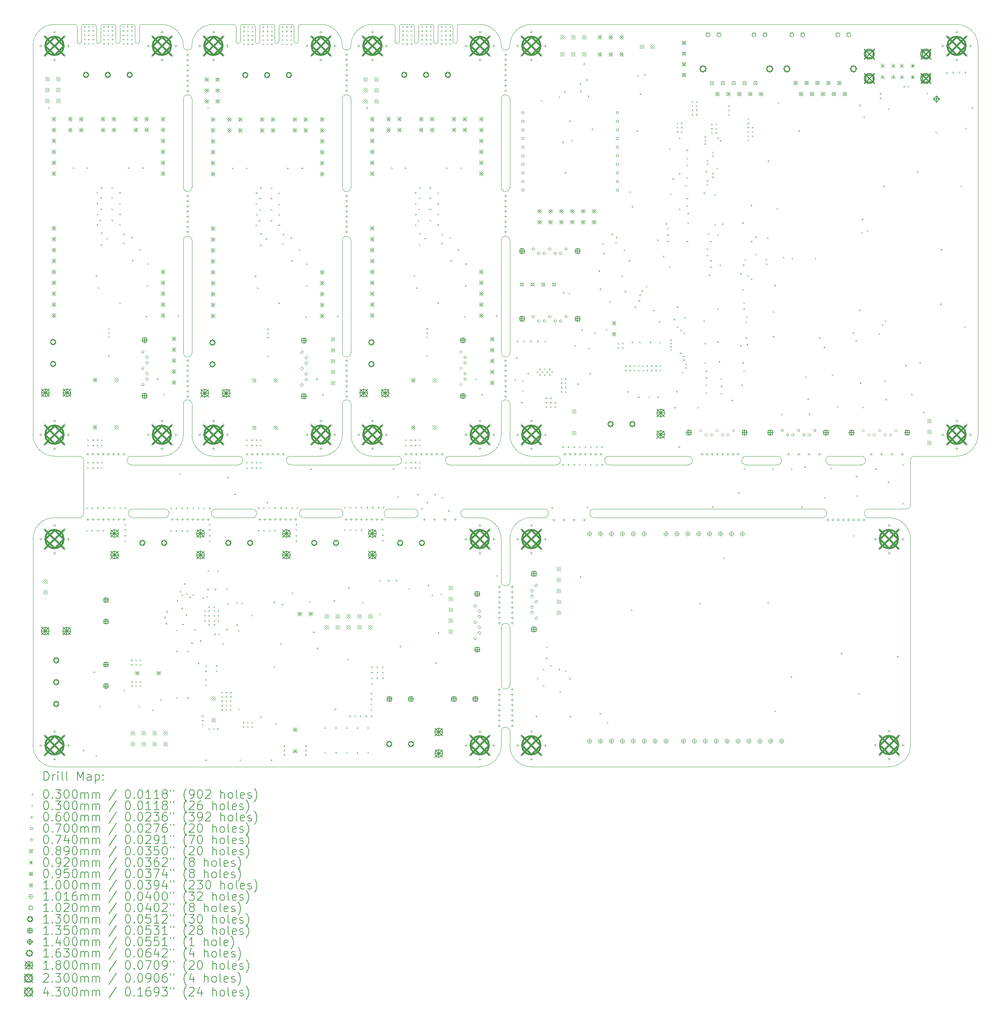
<source format=gbr>
%TF.GenerationSoftware,KiCad,Pcbnew,8.0.4+1*%
%TF.CreationDate,2024-10-19T13:43:31+00:00*%
%TF.ProjectId,hw-openmower-universal,68772d6f-7065-46e6-9d6f-7765722d756e,rev?*%
%TF.SameCoordinates,Original*%
%TF.FileFunction,Drillmap*%
%TF.FilePolarity,Positive*%
%FSLAX45Y45*%
G04 Gerber Fmt 4.5, Leading zero omitted, Abs format (unit mm)*
G04 Created by KiCad (PCBNEW 8.0.4+1) date 2024-10-19 13:43:31*
%MOMM*%
%LPD*%
G01*
G04 APERTURE LIST*
%ADD10C,0.050000*%
%ADD11C,0.200000*%
%ADD12C,0.100000*%
%ADD13C,0.101600*%
%ADD14C,0.102000*%
%ADD15C,0.130000*%
%ADD16C,0.135000*%
%ADD17C,0.140000*%
%ADD18C,0.163000*%
%ADD19C,0.180000*%
%ADD20C,0.230000*%
%ADD21C,0.430000*%
G04 APERTURE END LIST*
D10*
X11900000Y-5790000D02*
X11900000Y-3740000D01*
X15600000Y-17370000D02*
X15600000Y-16040000D01*
X15600000Y-14970000D02*
X15600000Y-13980000D01*
X14560000Y-13480000D02*
X14900000Y-13480000D01*
X6875000Y-2400000D02*
X6875000Y-2050000D01*
X23955000Y-13480000D02*
G75*
G02*
X23955000Y-13280000I0J100000D01*
G01*
X5625000Y-2400000D02*
X5625000Y-2050000D01*
X23955000Y-13480000D02*
X24425000Y-13480000D01*
X8000000Y-11550000D02*
X8000000Y-10840000D01*
X13365000Y-13280000D02*
X12775000Y-13280000D01*
X7565000Y-13280000D02*
G75*
G02*
X7565000Y-13480000I0J-100000D01*
G01*
X4500000Y-13980000D02*
G75*
G02*
X5000000Y-13480000I500000J0D01*
G01*
X15400000Y-7030000D02*
G75*
G02*
X15600000Y-7030000I100000J0D01*
G01*
X17910000Y-12050000D02*
X19750000Y-12050000D01*
X15600000Y-9640000D02*
X15600000Y-7030000D01*
X15600000Y-18460000D02*
X15600000Y-18780000D01*
X16680000Y-12050000D02*
G75*
G02*
X16680000Y-12250000I0J-100000D01*
G01*
X10675000Y-2400000D02*
X10675000Y-2050000D01*
X13325000Y-2000000D02*
X13075000Y-2000000D01*
X10075000Y-2000000D02*
X9825000Y-2000000D01*
X8200000Y-2500000D02*
G75*
G02*
X8700000Y-2000000I500000J0D01*
G01*
X11200000Y-2000000D02*
G75*
G02*
X11700000Y-2500000I0J-500000D01*
G01*
X6820000Y-13480000D02*
X7565000Y-13480000D01*
X5925000Y-2000000D02*
G75*
G02*
X5975000Y-2050000I0J-50000D01*
G01*
X13925000Y-2400000D02*
G75*
G02*
X13825000Y-2400000I-50000J0D01*
G01*
X17910000Y-12250000D02*
G75*
G02*
X17910000Y-12050000I0J100000D01*
G01*
X8000000Y-11550000D02*
G75*
G02*
X7500000Y-12050000I-500000J0D01*
G01*
X13025000Y-2400000D02*
G75*
G02*
X12925000Y-2400000I-50000J0D01*
G01*
X23055000Y-12250000D02*
G75*
G02*
X23055000Y-12050000I0J100000D01*
G01*
X14275000Y-2400000D02*
X14275000Y-2050000D01*
X6075000Y-2050000D02*
G75*
G02*
X6125000Y-2000000I50000J0D01*
G01*
X24925711Y-12150000D02*
G75*
G02*
X25025711Y-12050001I99999J0D01*
G01*
X9605000Y-13280000D02*
G75*
G02*
X9605000Y-13480000I0J-100000D01*
G01*
X7025000Y-2000000D02*
X7500000Y-2000000D01*
X15600000Y-13980000D02*
G75*
G02*
X16100000Y-13480000I500000J0D01*
G01*
X6375000Y-2000000D02*
G75*
G02*
X6425000Y-2050000I0J-50000D01*
G01*
X11615000Y-13280000D02*
G75*
G02*
X11615000Y-13480000I0J-100000D01*
G01*
X15400000Y-10840000D02*
G75*
G02*
X15600000Y-10840000I100000J0D01*
G01*
X14225000Y-2000000D02*
X13975000Y-2000000D01*
X6525000Y-2400000D02*
G75*
G02*
X6425000Y-2400000I-50000J0D01*
G01*
X9325000Y-2400000D02*
X9325000Y-2050000D01*
X9775000Y-2400000D02*
X9775000Y-2050000D01*
X9325000Y-2050000D02*
G75*
G02*
X9375000Y-2000000I50000J0D01*
G01*
X17565000Y-13480000D02*
G75*
G02*
X17565000Y-13280000I0J100000D01*
G01*
X7500000Y-12050000D02*
X6790000Y-12050000D01*
X9175000Y-2000000D02*
X8700000Y-2000000D01*
X8000000Y-10840000D02*
G75*
G02*
X8200000Y-10840000I100000J0D01*
G01*
X16100000Y-19280000D02*
G75*
G02*
X15600000Y-18780000I0J500000D01*
G01*
X24925000Y-18780000D02*
G75*
G02*
X24425000Y-19280000I-500000J0D01*
G01*
X11900000Y-5790000D02*
G75*
G02*
X11700000Y-5790000I-100000J0D01*
G01*
X10225000Y-2400000D02*
X10225000Y-2050000D01*
X8200000Y-5790000D02*
X8200000Y-3740000D01*
X21100000Y-12250000D02*
G75*
G02*
X21100000Y-12050000I0J100000D01*
G01*
X11700000Y-3740000D02*
G75*
G02*
X11900000Y-3740000I100000J0D01*
G01*
X13325000Y-2000000D02*
G75*
G02*
X13375000Y-2050000I0J-50000D01*
G01*
X23055000Y-12050000D02*
X23780000Y-12050000D01*
X13775000Y-2000000D02*
G75*
G02*
X13825000Y-2050000I0J-50000D01*
G01*
X15400000Y-3740000D02*
G75*
G02*
X15600000Y-3740000I100000J0D01*
G01*
X12875000Y-2000000D02*
X12400000Y-2000000D01*
X5580000Y-13480000D02*
X5000000Y-13480000D01*
X8700000Y-12050000D02*
G75*
G02*
X8200000Y-11550000I0J500000D01*
G01*
X23955000Y-13280000D02*
X24824289Y-13280000D01*
X13925000Y-2400000D02*
X13925000Y-2050000D01*
X6825000Y-2000000D02*
X6575000Y-2000000D01*
X12775000Y-13480000D02*
X13365000Y-13480000D01*
X11700000Y-7030000D02*
X11700000Y-9640000D01*
X6790000Y-12250000D02*
X9280000Y-12250000D01*
X13025000Y-2050000D02*
G75*
G02*
X13075000Y-2000000I50000J0D01*
G01*
X10500000Y-12250000D02*
G75*
G02*
X10500000Y-12050000I0J100000D01*
G01*
X15400000Y-18780000D02*
G75*
G02*
X14900000Y-19280000I-500000J0D01*
G01*
X8200000Y-9640000D02*
X8200000Y-7030000D01*
X15600000Y-14970000D02*
G75*
G02*
X15400000Y-14970000I-100000J0D01*
G01*
X14900000Y-12050000D02*
X14200000Y-12050000D01*
X12980000Y-12050000D02*
X12400000Y-12050000D01*
X14425000Y-2000000D02*
X14900000Y-2000000D01*
X22875000Y-13480000D02*
X17565000Y-13480000D01*
X5975000Y-2400000D02*
X5975000Y-2050000D01*
X4500000Y-2500000D02*
G75*
G02*
X5000000Y-2000000I500000J0D01*
G01*
X15400000Y-16040000D02*
G75*
G02*
X15600000Y-16040000I100000J0D01*
G01*
X13025000Y-2400000D02*
X13025000Y-2050000D01*
X10525000Y-2000000D02*
X10275000Y-2000000D01*
X10802500Y-13480000D02*
X11615000Y-13480000D01*
X11200000Y-12050000D02*
X10500000Y-12050000D01*
X6975000Y-2050000D02*
G75*
G02*
X7025000Y-2000000I50000J0D01*
G01*
X17565000Y-13280000D02*
X22875000Y-13280000D01*
X5580000Y-12050000D02*
G75*
G02*
X5680000Y-12150000I0J-100000D01*
G01*
X14225000Y-2000000D02*
G75*
G02*
X14275000Y-2050000I0J-50000D01*
G01*
X10125000Y-2400000D02*
X10125000Y-2050000D01*
X6525000Y-2050000D02*
G75*
G02*
X6575000Y-2000000I50000J0D01*
G01*
X12775000Y-13480000D02*
G75*
G02*
X12775000Y-13280000I0J100000D01*
G01*
X11700000Y-11550000D02*
X11700000Y-10840000D01*
X8752500Y-13480000D02*
X9605000Y-13480000D01*
X11900000Y-2500000D02*
G75*
G02*
X11700000Y-2500000I-100000J0D01*
G01*
X12400000Y-12050000D02*
G75*
G02*
X11900000Y-11550000I0J500000D01*
G01*
X10525000Y-2000000D02*
G75*
G02*
X10575000Y-2050000I0J-50000D01*
G01*
X15600000Y-17370000D02*
G75*
G02*
X15400000Y-17370000I-100000J0D01*
G01*
X6825000Y-2000000D02*
G75*
G02*
X6875000Y-2050000I0J-50000D01*
G01*
X15600000Y-5790000D02*
X15600000Y-3740000D01*
X5625000Y-2400000D02*
G75*
G02*
X5525000Y-2400000I-50000J0D01*
G01*
X11700000Y-7030000D02*
G75*
G02*
X11900000Y-7030000I100000J0D01*
G01*
X13365000Y-13280000D02*
G75*
G02*
X13365000Y-13480000I0J-100000D01*
G01*
X25025711Y-12050000D02*
X26000000Y-12050000D01*
X10575000Y-2400000D02*
X10575000Y-2050000D01*
X9175000Y-2000000D02*
G75*
G02*
X9225000Y-2050000I0J-50000D01*
G01*
X15400000Y-16040000D02*
X15400000Y-17370000D01*
X16100000Y-12050000D02*
X16680000Y-12050000D01*
X24925000Y-18780000D02*
X24925000Y-13980000D01*
X15600000Y-9640000D02*
G75*
G02*
X15400000Y-9640000I-100000J0D01*
G01*
X14375000Y-2050000D02*
G75*
G02*
X14425000Y-2000000I50000J0D01*
G01*
X10675000Y-2050000D02*
G75*
G02*
X10725000Y-2000000I50000J0D01*
G01*
X13775000Y-2000000D02*
X13525000Y-2000000D01*
X11700000Y-11550000D02*
G75*
G02*
X11200000Y-12050000I-500000J0D01*
G01*
X14200000Y-12250000D02*
G75*
G02*
X14200000Y-12050000I0J100000D01*
G01*
X14375000Y-2400000D02*
X14375000Y-2050000D01*
X6975000Y-2400000D02*
X6975000Y-2050000D01*
X11615000Y-13280000D02*
X10802500Y-13280000D01*
X6975000Y-2400000D02*
G75*
G02*
X6875000Y-2400000I-50000J0D01*
G01*
X14560000Y-13480000D02*
G75*
G02*
X14560000Y-13280000I0J100000D01*
G01*
X14375000Y-2400000D02*
G75*
G02*
X14275000Y-2400000I-50000J0D01*
G01*
X12980000Y-12050000D02*
G75*
G02*
X12980000Y-12250000I0J-100000D01*
G01*
X7565000Y-13280000D02*
X6820000Y-13280000D01*
X8200000Y-2500000D02*
G75*
G02*
X8000000Y-2500000I-100000J0D01*
G01*
X9675000Y-2400000D02*
X9675000Y-2050000D01*
X19750000Y-12250000D02*
X17910000Y-12250000D01*
X19750000Y-12050000D02*
G75*
G02*
X19750000Y-12250000I0J-100000D01*
G01*
X5925000Y-2000000D02*
X5675000Y-2000000D01*
X14200000Y-12250000D02*
X16680000Y-12250000D01*
X9775000Y-2400000D02*
G75*
G02*
X9675000Y-2400000I-50000J0D01*
G01*
X5000000Y-12050000D02*
G75*
G02*
X4500000Y-11550000I0J500000D01*
G01*
X5475000Y-2000000D02*
X5000000Y-2000000D01*
X8700000Y-12050000D02*
X9280000Y-12050000D01*
X22875000Y-13280000D02*
G75*
G02*
X22875000Y-13480000I0J-100000D01*
G01*
X12925000Y-2400000D02*
X12925000Y-2050000D01*
X15400000Y-14970000D02*
X15400000Y-13980000D01*
X15400000Y-18780000D02*
X15400000Y-18460000D01*
X8000000Y-7030000D02*
G75*
G02*
X8200000Y-7030000I100000J0D01*
G01*
X9280000Y-12050000D02*
G75*
G02*
X9280000Y-12250000I0J-100000D01*
G01*
X15600000Y-5790000D02*
G75*
G02*
X15400000Y-5790000I-100000J0D01*
G01*
X4500000Y-13980000D02*
X4500000Y-18780000D01*
X11900000Y-11550000D02*
X11900000Y-10840000D01*
X24925002Y-13180000D02*
G75*
G02*
X24824289Y-13280000I-100003J0D01*
G01*
X6525000Y-2400000D02*
X6525000Y-2050000D01*
X23780000Y-12050000D02*
G75*
G02*
X23780000Y-12250000I0J-100000D01*
G01*
X6075000Y-2400000D02*
G75*
G02*
X5975000Y-2400000I-50000J0D01*
G01*
X9625000Y-2000000D02*
X9375000Y-2000000D01*
X13475000Y-2400000D02*
G75*
G02*
X13375000Y-2400000I-50000J0D01*
G01*
X15400000Y-7030000D02*
X15400000Y-9640000D01*
X8200000Y-5790000D02*
G75*
G02*
X8000000Y-5790000I-100000J0D01*
G01*
X11700000Y-3740000D02*
X11700000Y-5790000D01*
X24425000Y-13480000D02*
G75*
G02*
X24925000Y-13980000I0J-500000D01*
G01*
X11900000Y-2500000D02*
G75*
G02*
X12400000Y-2000000I500000J0D01*
G01*
X15600000Y-2500000D02*
G75*
G02*
X15400000Y-2500000I-100000J0D01*
G01*
X14900000Y-13480000D02*
G75*
G02*
X15400000Y-13980000I0J-500000D01*
G01*
X6820000Y-13480000D02*
G75*
G02*
X6820000Y-13280000I0J100000D01*
G01*
X15400000Y-18460000D02*
G75*
G02*
X15600000Y-18460000I100000J0D01*
G01*
X8200000Y-11550000D02*
X8200000Y-10840000D01*
X11900000Y-9640000D02*
X11900000Y-7030000D01*
X13925000Y-2050000D02*
G75*
G02*
X13975000Y-2000000I50000J0D01*
G01*
X5000000Y-19280000D02*
X14900000Y-19280000D01*
X26500000Y-11550000D02*
G75*
G02*
X26000000Y-12050000I-500000J0D01*
G01*
X8752500Y-13480000D02*
G75*
G02*
X8752500Y-13280000I0J100000D01*
G01*
X21100000Y-12050000D02*
X21825000Y-12050000D01*
X16100000Y-19280000D02*
X24425000Y-19280000D01*
X7500000Y-2000000D02*
G75*
G02*
X8000000Y-2500000I0J-500000D01*
G01*
X11900000Y-9640000D02*
G75*
G02*
X11700000Y-9640000I-100000J0D01*
G01*
X8000000Y-7030000D02*
X8000000Y-9640000D01*
X10802500Y-13480000D02*
G75*
G02*
X10802500Y-13280000I0J100000D01*
G01*
X26000000Y-2000000D02*
G75*
G02*
X26500000Y-2500000I0J-500000D01*
G01*
X8000000Y-3740000D02*
G75*
G02*
X8200000Y-3740000I100000J0D01*
G01*
X10225000Y-2050000D02*
G75*
G02*
X10275000Y-2000000I50000J0D01*
G01*
X11700000Y-10840000D02*
G75*
G02*
X11900000Y-10840000I100000J0D01*
G01*
X6790000Y-12250000D02*
G75*
G02*
X6790000Y-12050000I0J100000D01*
G01*
X8200000Y-9640000D02*
G75*
G02*
X8000000Y-9640000I-100000J0D01*
G01*
X10225000Y-2400000D02*
G75*
G02*
X10125000Y-2400000I-50000J0D01*
G01*
X5475000Y-2000000D02*
G75*
G02*
X5525000Y-2050000I0J-50000D01*
G01*
X15400000Y-11550000D02*
X15400000Y-10840000D01*
X16100000Y-12050000D02*
G75*
G02*
X15600000Y-11550000I0J500000D01*
G01*
X15400000Y-11550000D02*
G75*
G02*
X14900000Y-12050000I-500000J0D01*
G01*
X6425000Y-2400000D02*
X6425000Y-2050000D01*
X5000000Y-19280000D02*
G75*
G02*
X4500000Y-18780000I0J500000D01*
G01*
X13825000Y-2400000D02*
X13825000Y-2050000D01*
X9605000Y-13280000D02*
X8752500Y-13280000D01*
X5625000Y-2050000D02*
G75*
G02*
X5675000Y-2000000I50000J0D01*
G01*
X15400000Y-3740000D02*
X15400000Y-5790000D01*
X9775000Y-2050000D02*
G75*
G02*
X9825000Y-2000000I50000J0D01*
G01*
X14900000Y-2000000D02*
G75*
G02*
X15400000Y-2500000I0J-500000D01*
G01*
X13475000Y-2400000D02*
X13475000Y-2050000D01*
X13375000Y-2400000D02*
X13375000Y-2050000D01*
X26000000Y-2000000D02*
X16100000Y-2000000D01*
X9325000Y-2400000D02*
G75*
G02*
X9225000Y-2400000I-50000J0D01*
G01*
X21825000Y-12050000D02*
G75*
G02*
X21825000Y-12250000I0J-100000D01*
G01*
X15600000Y-11550000D02*
X15600000Y-10840000D01*
X16400000Y-13480000D02*
X16100000Y-13480000D01*
X9625000Y-2000000D02*
G75*
G02*
X9675000Y-2050000I0J-50000D01*
G01*
X6075000Y-2400000D02*
X6075000Y-2050000D01*
X16400000Y-13280000D02*
X14560000Y-13280000D01*
X10500000Y-12250000D02*
X12980000Y-12250000D01*
X10675000Y-2400000D02*
G75*
G02*
X10575000Y-2400000I-50000J0D01*
G01*
X15600000Y-2500000D02*
G75*
G02*
X16100000Y-2000000I500000J0D01*
G01*
X4500000Y-11550000D02*
X4500000Y-2500000D01*
X13475000Y-2050000D02*
G75*
G02*
X13525000Y-2000000I50000J0D01*
G01*
X6375000Y-2000000D02*
X6125000Y-2000000D01*
X10725000Y-2000000D02*
X11200000Y-2000000D01*
X5000000Y-12050000D02*
X5580000Y-12050000D01*
X23780000Y-12250000D02*
X23055000Y-12250000D01*
X12875000Y-2000000D02*
G75*
G02*
X12925000Y-2050000I0J-50000D01*
G01*
X5680000Y-13380000D02*
G75*
G02*
X5580000Y-13480000I-100000J0D01*
G01*
X21825000Y-12250000D02*
X21100000Y-12250000D01*
X10075000Y-2000000D02*
G75*
G02*
X10125000Y-2050000I0J-50000D01*
G01*
X5680000Y-12150000D02*
X5680000Y-13380000D01*
X8000000Y-3740000D02*
X8000000Y-5790000D01*
X9225000Y-2400000D02*
X9225000Y-2050000D01*
X26500000Y-11550000D02*
X26500000Y-2500000D01*
X16400000Y-13280000D02*
G75*
G02*
X16400000Y-13480000I0J-100000D01*
G01*
X24925002Y-13180000D02*
X24925711Y-12150000D01*
X5525000Y-2400000D02*
X5525000Y-2050000D01*
D11*
D12*
X4850000Y-3925000D02*
X4880000Y-3955000D01*
X4880000Y-3925000D02*
X4850000Y-3955000D01*
X5425000Y-5325000D02*
X5455000Y-5355000D01*
X5455000Y-5325000D02*
X5425000Y-5355000D01*
X5661900Y-18882600D02*
X5691900Y-18912600D01*
X5691900Y-18882600D02*
X5661900Y-18912600D01*
X5685000Y-2035000D02*
X5715000Y-2065000D01*
X5715000Y-2035000D02*
X5685000Y-2065000D01*
X5685000Y-2135000D02*
X5715000Y-2165000D01*
X5715000Y-2135000D02*
X5685000Y-2165000D01*
X5685000Y-2235000D02*
X5715000Y-2265000D01*
X5715000Y-2235000D02*
X5685000Y-2265000D01*
X5685000Y-2335000D02*
X5715000Y-2365000D01*
X5715000Y-2335000D02*
X5685000Y-2365000D01*
X5685000Y-2435000D02*
X5715000Y-2465000D01*
X5715000Y-2435000D02*
X5685000Y-2465000D01*
X5735000Y-13240000D02*
X5765000Y-13270000D01*
X5765000Y-13240000D02*
X5735000Y-13270000D01*
X5735000Y-13765000D02*
X5765000Y-13795000D01*
X5765000Y-13765000D02*
X5735000Y-13795000D01*
X5745000Y-5325000D02*
X5775000Y-5355000D01*
X5775000Y-5325000D02*
X5745000Y-5355000D01*
X5760000Y-11660000D02*
X5790000Y-11690000D01*
X5790000Y-11660000D02*
X5760000Y-11690000D01*
X5760000Y-11785000D02*
X5790000Y-11815000D01*
X5790000Y-11785000D02*
X5760000Y-11815000D01*
X5760000Y-12185000D02*
X5790000Y-12215000D01*
X5790000Y-12185000D02*
X5760000Y-12215000D01*
X5760000Y-12310000D02*
X5790000Y-12340000D01*
X5790000Y-12310000D02*
X5760000Y-12340000D01*
X5785000Y-2035000D02*
X5815000Y-2065000D01*
X5815000Y-2035000D02*
X5785000Y-2065000D01*
X5785000Y-2135000D02*
X5815000Y-2165000D01*
X5815000Y-2135000D02*
X5785000Y-2165000D01*
X5785000Y-2235000D02*
X5815000Y-2265000D01*
X5815000Y-2235000D02*
X5785000Y-2265000D01*
X5785000Y-2335000D02*
X5815000Y-2365000D01*
X5815000Y-2335000D02*
X5785000Y-2365000D01*
X5785000Y-2435000D02*
X5815000Y-2465000D01*
X5815000Y-2435000D02*
X5785000Y-2465000D01*
X5860000Y-13240000D02*
X5890000Y-13270000D01*
X5890000Y-13240000D02*
X5860000Y-13270000D01*
X5860000Y-13765000D02*
X5890000Y-13795000D01*
X5890000Y-13765000D02*
X5860000Y-13795000D01*
X5885000Y-2035000D02*
X5915000Y-2065000D01*
X5915000Y-2035000D02*
X5885000Y-2065000D01*
X5885000Y-2135000D02*
X5915000Y-2165000D01*
X5915000Y-2135000D02*
X5885000Y-2165000D01*
X5885000Y-2235000D02*
X5915000Y-2265000D01*
X5915000Y-2235000D02*
X5885000Y-2265000D01*
X5885000Y-2335000D02*
X5915000Y-2365000D01*
X5915000Y-2335000D02*
X5885000Y-2365000D01*
X5885000Y-2435000D02*
X5915000Y-2465000D01*
X5915000Y-2435000D02*
X5885000Y-2465000D01*
X5885000Y-11660000D02*
X5915000Y-11690000D01*
X5915000Y-11660000D02*
X5885000Y-11690000D01*
X5885000Y-11785000D02*
X5915000Y-11815000D01*
X5915000Y-11785000D02*
X5885000Y-11815000D01*
X5885000Y-12185000D02*
X5915000Y-12215000D01*
X5915000Y-12185000D02*
X5885000Y-12215000D01*
X5885000Y-12310000D02*
X5915000Y-12340000D01*
X5915000Y-12310000D02*
X5885000Y-12340000D01*
X5910000Y-17060000D02*
X5940000Y-17090000D01*
X5940000Y-17060000D02*
X5910000Y-17090000D01*
X5955000Y-7835000D02*
X5985000Y-7865000D01*
X5985000Y-7835000D02*
X5955000Y-7865000D01*
X5960000Y-19010000D02*
X5990000Y-19040000D01*
X5990000Y-19010000D02*
X5960000Y-19040000D01*
X5980000Y-5900000D02*
X6010000Y-5930000D01*
X6010000Y-5900000D02*
X5980000Y-5930000D01*
X5980001Y-6149999D02*
X6010001Y-6179999D01*
X6010001Y-6149999D02*
X5980001Y-6179999D01*
X5980001Y-6649999D02*
X6010001Y-6679999D01*
X6010001Y-6649999D02*
X5980001Y-6679999D01*
X5985000Y-6405000D02*
X6015000Y-6435000D01*
X6015000Y-6405000D02*
X5985000Y-6435000D01*
X5985000Y-11660000D02*
X6015000Y-11690000D01*
X6015000Y-11660000D02*
X5985000Y-11690000D01*
X5985000Y-11785000D02*
X6015000Y-11815000D01*
X6015000Y-11785000D02*
X5985000Y-11815000D01*
X5985000Y-12185000D02*
X6015000Y-12215000D01*
X6015000Y-12185000D02*
X5985000Y-12215000D01*
X5985000Y-12310000D02*
X6015000Y-12340000D01*
X6015000Y-12310000D02*
X5985000Y-12340000D01*
X5995000Y-13240000D02*
X6025000Y-13270000D01*
X6025000Y-13240000D02*
X5995000Y-13270000D01*
X5995000Y-13765000D02*
X6025000Y-13795000D01*
X6025000Y-13765000D02*
X5995000Y-13795000D01*
X6005000Y-8115000D02*
X6035000Y-8145000D01*
X6035000Y-8115000D02*
X6005000Y-8145000D01*
X6035000Y-17860000D02*
X6065000Y-17890000D01*
X6065000Y-17860000D02*
X6035000Y-17890000D01*
X6045000Y-6545000D02*
X6075000Y-6575000D01*
X6075000Y-6545000D02*
X6045000Y-6575000D01*
X6065000Y-6025000D02*
X6095000Y-6055000D01*
X6095000Y-6025000D02*
X6065000Y-6055000D01*
X6065000Y-6285000D02*
X6095000Y-6315000D01*
X6095000Y-6285000D02*
X6065000Y-6315000D01*
X6075000Y-7115000D02*
X6105000Y-7145000D01*
X6105000Y-7115000D02*
X6075000Y-7145000D01*
X6085000Y-5785000D02*
X6115000Y-5815000D01*
X6115000Y-5785000D02*
X6085000Y-5815000D01*
X6085000Y-6845000D02*
X6115000Y-6875000D01*
X6115000Y-6845000D02*
X6085000Y-6875000D01*
X6085000Y-11660000D02*
X6115000Y-11690000D01*
X6115000Y-11660000D02*
X6085000Y-11690000D01*
X6085000Y-11785000D02*
X6115000Y-11815000D01*
X6115000Y-11785000D02*
X6085000Y-11815000D01*
X6085000Y-12185000D02*
X6115000Y-12215000D01*
X6115000Y-12185000D02*
X6085000Y-12215000D01*
X6085000Y-12310000D02*
X6115000Y-12340000D01*
X6115000Y-12310000D02*
X6085000Y-12340000D01*
X6120000Y-13240000D02*
X6150000Y-13270000D01*
X6150000Y-13240000D02*
X6120000Y-13270000D01*
X6120000Y-13765000D02*
X6150000Y-13795000D01*
X6150000Y-13765000D02*
X6120000Y-13795000D01*
X6135000Y-2035000D02*
X6165000Y-2065000D01*
X6165000Y-2035000D02*
X6135000Y-2065000D01*
X6135000Y-2135000D02*
X6165000Y-2165000D01*
X6165000Y-2135000D02*
X6135000Y-2165000D01*
X6135000Y-2235000D02*
X6165000Y-2265000D01*
X6165000Y-2235000D02*
X6135000Y-2265000D01*
X6135000Y-2335000D02*
X6165000Y-2365000D01*
X6165000Y-2335000D02*
X6135000Y-2365000D01*
X6135000Y-2435000D02*
X6165000Y-2465000D01*
X6165000Y-2435000D02*
X6135000Y-2465000D01*
X6205000Y-6965000D02*
X6235000Y-6995000D01*
X6235000Y-6965000D02*
X6205000Y-6995000D01*
X6235000Y-2035000D02*
X6265000Y-2065000D01*
X6265000Y-2035000D02*
X6235000Y-2065000D01*
X6235000Y-2135000D02*
X6265000Y-2165000D01*
X6265000Y-2135000D02*
X6235000Y-2165000D01*
X6235000Y-2235000D02*
X6265000Y-2265000D01*
X6265000Y-2235000D02*
X6235000Y-2265000D01*
X6235000Y-2335000D02*
X6265000Y-2365000D01*
X6265000Y-2335000D02*
X6235000Y-2365000D01*
X6235000Y-2435000D02*
X6265000Y-2465000D01*
X6265000Y-2435000D02*
X6235000Y-2465000D01*
X6250000Y-9065000D02*
X6280000Y-9095000D01*
X6280000Y-9065000D02*
X6250000Y-9095000D01*
X6250000Y-9165000D02*
X6280000Y-9195000D01*
X6280000Y-9165000D02*
X6250000Y-9195000D01*
X6250000Y-9260000D02*
X6280000Y-9290000D01*
X6280000Y-9260000D02*
X6250000Y-9290000D01*
X6250000Y-9695000D02*
X6280000Y-9725000D01*
X6280000Y-9695000D02*
X6250000Y-9725000D01*
X6255000Y-13240000D02*
X6285000Y-13270000D01*
X6285000Y-13240000D02*
X6255000Y-13270000D01*
X6325000Y-5785000D02*
X6355000Y-5815000D01*
X6355000Y-5785000D02*
X6325000Y-5815000D01*
X6325000Y-6025000D02*
X6355000Y-6055000D01*
X6355000Y-6025000D02*
X6325000Y-6055000D01*
X6325000Y-6285000D02*
X6355000Y-6315000D01*
X6355000Y-6285000D02*
X6325000Y-6315000D01*
X6325000Y-6545000D02*
X6355000Y-6575000D01*
X6355000Y-6545000D02*
X6325000Y-6575000D01*
X6335000Y-2035000D02*
X6365000Y-2065000D01*
X6365000Y-2035000D02*
X6335000Y-2065000D01*
X6335000Y-2135000D02*
X6365000Y-2165000D01*
X6365000Y-2135000D02*
X6335000Y-2165000D01*
X6335000Y-2235000D02*
X6365000Y-2265000D01*
X6365000Y-2235000D02*
X6335000Y-2265000D01*
X6335000Y-2335000D02*
X6365000Y-2365000D01*
X6365000Y-2335000D02*
X6335000Y-2365000D01*
X6335000Y-2435000D02*
X6365000Y-2465000D01*
X6365000Y-2435000D02*
X6335000Y-2465000D01*
X6380000Y-13240000D02*
X6410000Y-13270000D01*
X6410000Y-13240000D02*
X6380000Y-13270000D01*
X6505000Y-5905000D02*
X6535000Y-5935000D01*
X6535000Y-5905000D02*
X6505000Y-5935000D01*
X6505000Y-6165000D02*
X6535000Y-6195000D01*
X6535000Y-6165000D02*
X6505000Y-6195000D01*
X6505000Y-6405000D02*
X6535000Y-6435000D01*
X6535000Y-6405000D02*
X6505000Y-6435000D01*
X6505000Y-6645000D02*
X6535000Y-6675000D01*
X6535000Y-6645000D02*
X6505000Y-6675000D01*
X6505000Y-8465000D02*
X6535000Y-8495000D01*
X6535000Y-8465000D02*
X6505000Y-8495000D01*
X6515000Y-13240000D02*
X6545000Y-13270000D01*
X6545000Y-13240000D02*
X6515000Y-13270000D01*
X6585000Y-2035000D02*
X6615000Y-2065000D01*
X6615000Y-2035000D02*
X6585000Y-2065000D01*
X6585000Y-2135000D02*
X6615000Y-2165000D01*
X6615000Y-2135000D02*
X6585000Y-2165000D01*
X6585000Y-2235000D02*
X6615000Y-2265000D01*
X6615000Y-2235000D02*
X6585000Y-2265000D01*
X6585000Y-2335000D02*
X6615000Y-2365000D01*
X6615000Y-2335000D02*
X6585000Y-2365000D01*
X6585000Y-2435000D02*
X6615000Y-2465000D01*
X6615000Y-2435000D02*
X6585000Y-2465000D01*
X6592499Y-7077499D02*
X6622499Y-7107499D01*
X6622499Y-7077499D02*
X6592499Y-7107499D01*
X6605000Y-6865000D02*
X6635000Y-6895000D01*
X6635000Y-6865000D02*
X6605000Y-6895000D01*
X6610000Y-17485000D02*
X6640000Y-17515000D01*
X6640000Y-17485000D02*
X6610000Y-17515000D01*
X6630000Y-13625000D02*
X6660000Y-13655000D01*
X6660000Y-13625000D02*
X6630000Y-13655000D01*
X6630000Y-13750000D02*
X6660000Y-13780000D01*
X6660000Y-13750000D02*
X6630000Y-13780000D01*
X6630000Y-13885000D02*
X6660000Y-13915000D01*
X6660000Y-13885000D02*
X6630000Y-13915000D01*
X6630000Y-14010000D02*
X6660000Y-14040000D01*
X6660000Y-14010000D02*
X6630000Y-14040000D01*
X6640000Y-13240000D02*
X6670000Y-13270000D01*
X6670000Y-13240000D02*
X6640000Y-13270000D01*
X6685000Y-2035000D02*
X6715000Y-2065000D01*
X6715000Y-2035000D02*
X6685000Y-2065000D01*
X6685000Y-2135000D02*
X6715000Y-2165000D01*
X6715000Y-2135000D02*
X6685000Y-2165000D01*
X6685000Y-2235000D02*
X6715000Y-2265000D01*
X6715000Y-2235000D02*
X6685000Y-2265000D01*
X6685000Y-2335000D02*
X6715000Y-2365000D01*
X6715000Y-2335000D02*
X6685000Y-2365000D01*
X6685000Y-2435000D02*
X6715000Y-2465000D01*
X6715000Y-2435000D02*
X6685000Y-2465000D01*
X6705000Y-5325000D02*
X6735000Y-5355000D01*
X6735000Y-5325000D02*
X6705000Y-5355000D01*
X6785000Y-2035000D02*
X6815000Y-2065000D01*
X6815000Y-2035000D02*
X6785000Y-2065000D01*
X6785000Y-2135000D02*
X6815000Y-2165000D01*
X6815000Y-2135000D02*
X6785000Y-2165000D01*
X6785000Y-2235000D02*
X6815000Y-2265000D01*
X6815000Y-2235000D02*
X6785000Y-2265000D01*
X6785000Y-2335000D02*
X6815000Y-2365000D01*
X6815000Y-2335000D02*
X6785000Y-2365000D01*
X6785000Y-2435000D02*
X6815000Y-2465000D01*
X6815000Y-2435000D02*
X6785000Y-2465000D01*
X6785000Y-6945000D02*
X6815000Y-6975000D01*
X6815000Y-6945000D02*
X6785000Y-6975000D01*
X6785000Y-16785000D02*
X6815000Y-16815000D01*
X6815000Y-16785000D02*
X6785000Y-16815000D01*
X6785000Y-16885000D02*
X6815000Y-16915000D01*
X6815000Y-16885000D02*
X6785000Y-16915000D01*
X6785000Y-17285000D02*
X6815000Y-17315000D01*
X6815000Y-17285000D02*
X6785000Y-17315000D01*
X6785000Y-17385000D02*
X6815000Y-17415000D01*
X6815000Y-17385000D02*
X6785000Y-17415000D01*
X6805000Y-7480000D02*
X6835000Y-7510000D01*
X6835000Y-7480000D02*
X6805000Y-7510000D01*
X6885000Y-16785000D02*
X6915000Y-16815000D01*
X6915000Y-16785000D02*
X6885000Y-16815000D01*
X6885000Y-16885000D02*
X6915000Y-16915000D01*
X6915000Y-16885000D02*
X6885000Y-16915000D01*
X6885000Y-17285000D02*
X6915000Y-17315000D01*
X6915000Y-17285000D02*
X6885000Y-17315000D01*
X6885000Y-17385000D02*
X6915000Y-17415000D01*
X6915000Y-17385000D02*
X6885000Y-17415000D01*
X6960000Y-17860000D02*
X6990000Y-17890000D01*
X6990000Y-17860000D02*
X6960000Y-17890000D01*
X6975000Y-7225000D02*
X7005000Y-7255000D01*
X7005000Y-7225000D02*
X6975000Y-7255000D01*
X6985000Y-16785000D02*
X7015000Y-16815000D01*
X7015000Y-16785000D02*
X6985000Y-16815000D01*
X6985000Y-16885000D02*
X7015000Y-16915000D01*
X7015000Y-16885000D02*
X6985000Y-16915000D01*
X6985000Y-17285000D02*
X7015000Y-17315000D01*
X7015000Y-17285000D02*
X6985000Y-17315000D01*
X6985000Y-17385000D02*
X7015000Y-17415000D01*
X7015000Y-17385000D02*
X6985000Y-17415000D01*
X7045000Y-5325000D02*
X7075000Y-5355000D01*
X7075000Y-5325000D02*
X7045000Y-5355000D01*
X7125000Y-8785000D02*
X7155000Y-8815000D01*
X7155000Y-8785000D02*
X7125000Y-8815000D01*
X7145000Y-8065000D02*
X7175000Y-8095000D01*
X7175000Y-8065000D02*
X7145000Y-8095000D01*
X7155000Y-7555000D02*
X7185000Y-7585000D01*
X7185000Y-7555000D02*
X7155000Y-7585000D01*
X7275000Y-17945000D02*
X7305000Y-17975000D01*
X7305000Y-17945000D02*
X7275000Y-17975000D01*
X7385000Y-10235000D02*
X7415000Y-10265000D01*
X7415000Y-10235000D02*
X7385000Y-10265000D01*
X7460000Y-17710000D02*
X7490000Y-17740000D01*
X7490000Y-17710000D02*
X7460000Y-17740000D01*
X7525000Y-10595000D02*
X7555000Y-10625000D01*
X7555000Y-10595000D02*
X7525000Y-10625000D01*
X7555000Y-15785000D02*
X7585000Y-15815000D01*
X7585000Y-15785000D02*
X7555000Y-15815000D01*
X7585000Y-15935000D02*
X7615000Y-15965000D01*
X7615000Y-15935000D02*
X7585000Y-15965000D01*
X7605000Y-15655000D02*
X7635000Y-15685000D01*
X7635000Y-15655000D02*
X7605000Y-15685000D01*
X7695000Y-13245000D02*
X7725000Y-13275000D01*
X7725000Y-13245000D02*
X7695000Y-13275000D01*
X7695000Y-13770000D02*
X7725000Y-13800000D01*
X7725000Y-13770000D02*
X7695000Y-13800000D01*
X7820000Y-13245000D02*
X7850000Y-13275000D01*
X7850000Y-13245000D02*
X7820000Y-13275000D01*
X7820000Y-13770000D02*
X7850000Y-13800000D01*
X7850000Y-13770000D02*
X7820000Y-13800000D01*
X7835000Y-16085000D02*
X7865000Y-16115000D01*
X7865000Y-16085000D02*
X7835000Y-16115000D01*
X7835000Y-16575000D02*
X7865000Y-16605000D01*
X7865000Y-16575000D02*
X7835000Y-16605000D01*
X7835000Y-17660000D02*
X7865000Y-17690000D01*
X7865000Y-17660000D02*
X7835000Y-17690000D01*
X7845000Y-15395000D02*
X7875000Y-15425000D01*
X7875000Y-15395000D02*
X7845000Y-15425000D01*
X7865000Y-8765000D02*
X7895000Y-8795000D01*
X7895000Y-8765000D02*
X7865000Y-8795000D01*
X7900000Y-12440000D02*
X7930000Y-12470000D01*
X7930000Y-12440000D02*
X7900000Y-12470000D01*
X7915000Y-15185000D02*
X7945000Y-15215000D01*
X7945000Y-15185000D02*
X7915000Y-15215000D01*
X7955000Y-13245000D02*
X7985000Y-13275000D01*
X7985000Y-13245000D02*
X7955000Y-13275000D01*
X7955000Y-13770000D02*
X7985000Y-13800000D01*
X7985000Y-13770000D02*
X7955000Y-13800000D01*
X7955000Y-15575000D02*
X7985000Y-15605000D01*
X7985000Y-15575000D02*
X7955000Y-15605000D01*
X7965000Y-15265000D02*
X7995000Y-15295000D01*
X7995000Y-15265000D02*
X7965000Y-15295000D01*
X7975000Y-15950000D02*
X8005000Y-15980000D01*
X8005000Y-15950000D02*
X7975000Y-15980000D01*
X8015000Y-15005000D02*
X8045000Y-15035000D01*
X8045000Y-15005000D02*
X8015000Y-15035000D01*
X8055000Y-15725000D02*
X8085000Y-15755000D01*
X8085000Y-15725000D02*
X8055000Y-15755000D01*
X8060000Y-15245000D02*
X8090000Y-15275000D01*
X8090000Y-15245000D02*
X8060000Y-15275000D01*
X8080000Y-13245000D02*
X8110000Y-13275000D01*
X8110000Y-13245000D02*
X8080000Y-13275000D01*
X8080000Y-13770000D02*
X8110000Y-13800000D01*
X8110000Y-13770000D02*
X8080000Y-13800000D01*
X8085000Y-16575000D02*
X8115000Y-16605000D01*
X8115000Y-16575000D02*
X8085000Y-16605000D01*
X8085000Y-17660000D02*
X8115000Y-17690000D01*
X8115000Y-17660000D02*
X8085000Y-17690000D01*
X8135000Y-15315000D02*
X8165000Y-15345000D01*
X8165000Y-15315000D02*
X8135000Y-15345000D01*
X8185000Y-16385000D02*
X8215000Y-16415000D01*
X8215000Y-16385000D02*
X8185000Y-16415000D01*
X8215000Y-13245000D02*
X8245000Y-13275000D01*
X8245000Y-13245000D02*
X8215000Y-13275000D01*
X8215000Y-15260000D02*
X8245000Y-15290000D01*
X8245000Y-15260000D02*
X8215000Y-15290000D01*
X8255000Y-16075000D02*
X8285000Y-16105000D01*
X8285000Y-16075000D02*
X8255000Y-16105000D01*
X8335000Y-16855000D02*
X8365000Y-16885000D01*
X8365000Y-16855000D02*
X8335000Y-16885000D01*
X8340000Y-13245000D02*
X8370000Y-13275000D01*
X8370000Y-13245000D02*
X8340000Y-13275000D01*
X8385000Y-16335000D02*
X8415000Y-16365000D01*
X8415000Y-16335000D02*
X8385000Y-16365000D01*
X8435000Y-18085000D02*
X8465000Y-18115000D01*
X8465000Y-18085000D02*
X8435000Y-18115000D01*
X8435000Y-18185000D02*
X8465000Y-18215000D01*
X8465000Y-18185000D02*
X8435000Y-18215000D01*
X8435000Y-18285000D02*
X8465000Y-18315000D01*
X8465000Y-18285000D02*
X8435000Y-18315000D01*
X8445000Y-15335000D02*
X8475000Y-15365000D01*
X8475000Y-15335000D02*
X8445000Y-15365000D01*
X8475000Y-13245000D02*
X8505000Y-13275000D01*
X8505000Y-13245000D02*
X8475000Y-13275000D01*
X8510000Y-16910000D02*
X8540000Y-16940000D01*
X8540000Y-16910000D02*
X8510000Y-16940000D01*
X8510000Y-17035000D02*
X8540000Y-17065000D01*
X8540000Y-17035000D02*
X8510000Y-17065000D01*
X8510000Y-17235000D02*
X8540000Y-17265000D01*
X8540000Y-17235000D02*
X8510000Y-17265000D01*
X8510000Y-17360000D02*
X8540000Y-17390000D01*
X8540000Y-17360000D02*
X8510000Y-17390000D01*
X8510000Y-19110000D02*
X8540000Y-19140000D01*
X8540000Y-19110000D02*
X8510000Y-19140000D01*
X8535000Y-15310000D02*
X8565000Y-15340000D01*
X8565000Y-15310000D02*
X8535000Y-15340000D01*
X8555000Y-15135000D02*
X8585000Y-15165000D01*
X8585000Y-15135000D02*
X8555000Y-15165000D01*
X8558000Y-3935000D02*
X8588000Y-3965000D01*
X8588000Y-3935000D02*
X8558000Y-3965000D01*
X8565000Y-14705000D02*
X8595000Y-14735000D01*
X8595000Y-14705000D02*
X8565000Y-14735000D01*
X8585000Y-18385000D02*
X8615000Y-18415000D01*
X8615000Y-18385000D02*
X8585000Y-18415000D01*
X8595000Y-13625000D02*
X8625000Y-13655000D01*
X8625000Y-13625000D02*
X8595000Y-13655000D01*
X8595000Y-13750000D02*
X8625000Y-13780000D01*
X8625000Y-13750000D02*
X8595000Y-13780000D01*
X8595000Y-13885000D02*
X8625000Y-13915000D01*
X8625000Y-13885000D02*
X8595000Y-13915000D01*
X8595000Y-14010000D02*
X8625000Y-14040000D01*
X8625000Y-14010000D02*
X8595000Y-14040000D01*
X8600000Y-13245000D02*
X8630000Y-13275000D01*
X8630000Y-13245000D02*
X8600000Y-13275000D01*
X8685000Y-18385000D02*
X8715000Y-18415000D01*
X8715000Y-18385000D02*
X8685000Y-18415000D01*
X8715000Y-16175000D02*
X8745000Y-16205000D01*
X8745000Y-16175000D02*
X8715000Y-16205000D01*
X8735000Y-15135000D02*
X8765000Y-15165000D01*
X8765000Y-15135000D02*
X8735000Y-15165000D01*
X8760000Y-16910000D02*
X8790000Y-16940000D01*
X8790000Y-16910000D02*
X8760000Y-16940000D01*
X8760000Y-17035000D02*
X8790000Y-17065000D01*
X8790000Y-17035000D02*
X8760000Y-17065000D01*
X8785000Y-14705000D02*
X8815000Y-14735000D01*
X8815000Y-14705000D02*
X8785000Y-14735000D01*
X8785000Y-18385000D02*
X8815000Y-18415000D01*
X8815000Y-18385000D02*
X8785000Y-18415000D01*
X8820000Y-16180000D02*
X8850000Y-16210000D01*
X8850000Y-16180000D02*
X8820000Y-16210000D01*
X8885000Y-17535000D02*
X8915000Y-17565000D01*
X8915000Y-17535000D02*
X8885000Y-17565000D01*
X8885000Y-17635000D02*
X8915000Y-17665000D01*
X8915000Y-17635000D02*
X8885000Y-17665000D01*
X8885000Y-17735000D02*
X8915000Y-17765000D01*
X8915000Y-17735000D02*
X8885000Y-17765000D01*
X8885000Y-17835000D02*
X8915000Y-17865000D01*
X8915000Y-17835000D02*
X8885000Y-17865000D01*
X8885000Y-17935000D02*
X8915000Y-17965000D01*
X8915000Y-17935000D02*
X8885000Y-17965000D01*
X8905000Y-16405000D02*
X8935000Y-16435000D01*
X8935000Y-16405000D02*
X8905000Y-16435000D01*
X8985000Y-17535000D02*
X9015000Y-17565000D01*
X9015000Y-17535000D02*
X8985000Y-17565000D01*
X8985000Y-17635000D02*
X9015000Y-17665000D01*
X9015000Y-17635000D02*
X8985000Y-17665000D01*
X8985000Y-17735000D02*
X9015000Y-17765000D01*
X9015000Y-17735000D02*
X8985000Y-17765000D01*
X8985000Y-17835000D02*
X9015000Y-17865000D01*
X9015000Y-17835000D02*
X8985000Y-17865000D01*
X8985000Y-17935000D02*
X9015000Y-17965000D01*
X9015000Y-17935000D02*
X8985000Y-17965000D01*
X8995000Y-16065000D02*
X9025000Y-16095000D01*
X9025000Y-16065000D02*
X8995000Y-16095000D01*
X8995000Y-15120000D02*
X9025000Y-15150000D01*
X9025000Y-15120000D02*
X8995000Y-15150000D01*
X9020000Y-12535000D02*
X9050000Y-12565000D01*
X9050000Y-12535000D02*
X9020000Y-12565000D01*
X9025000Y-15475000D02*
X9055000Y-15505000D01*
X9055000Y-15475000D02*
X9025000Y-15505000D01*
X9085000Y-17535000D02*
X9115000Y-17565000D01*
X9115000Y-17535000D02*
X9085000Y-17565000D01*
X9085000Y-17635000D02*
X9115000Y-17665000D01*
X9115000Y-17635000D02*
X9085000Y-17665000D01*
X9085000Y-17735000D02*
X9115000Y-17765000D01*
X9115000Y-17735000D02*
X9085000Y-17765000D01*
X9085000Y-17835000D02*
X9115000Y-17865000D01*
X9115000Y-17835000D02*
X9085000Y-17865000D01*
X9085000Y-17935000D02*
X9115000Y-17965000D01*
X9115000Y-17935000D02*
X9085000Y-17965000D01*
X9133000Y-5335000D02*
X9163000Y-5365000D01*
X9163000Y-5335000D02*
X9133000Y-5365000D01*
X9185000Y-12920000D02*
X9215000Y-12950000D01*
X9215000Y-12920000D02*
X9185000Y-12950000D01*
X9235000Y-15445000D02*
X9265000Y-15475000D01*
X9265000Y-15445000D02*
X9235000Y-15475000D01*
X9235000Y-15965000D02*
X9265000Y-15995000D01*
X9265000Y-15965000D02*
X9235000Y-15995000D01*
X9270000Y-16090000D02*
X9300000Y-16120000D01*
X9300000Y-16090000D02*
X9270000Y-16120000D01*
X9275000Y-17925000D02*
X9305000Y-17955000D01*
X9305000Y-17925000D02*
X9275000Y-17955000D01*
X9310000Y-19110000D02*
X9340000Y-19140000D01*
X9340000Y-19110000D02*
X9310000Y-19140000D01*
X9355000Y-15455000D02*
X9385000Y-15485000D01*
X9385000Y-15455000D02*
X9355000Y-15485000D01*
X9385000Y-18235000D02*
X9415000Y-18265000D01*
X9415000Y-18235000D02*
X9385000Y-18265000D01*
X9385000Y-18335000D02*
X9415000Y-18365000D01*
X9415000Y-18335000D02*
X9385000Y-18365000D01*
X9393000Y-2045000D02*
X9423000Y-2075000D01*
X9423000Y-2045000D02*
X9393000Y-2075000D01*
X9393000Y-2145000D02*
X9423000Y-2175000D01*
X9423000Y-2145000D02*
X9393000Y-2175000D01*
X9393000Y-2245000D02*
X9423000Y-2275000D01*
X9423000Y-2245000D02*
X9393000Y-2275000D01*
X9393000Y-2345000D02*
X9423000Y-2375000D01*
X9423000Y-2345000D02*
X9393000Y-2375000D01*
X9393000Y-2445000D02*
X9423000Y-2475000D01*
X9423000Y-2445000D02*
X9393000Y-2475000D01*
X9453000Y-5335000D02*
X9483000Y-5365000D01*
X9483000Y-5335000D02*
X9453000Y-5365000D01*
X9460000Y-11660000D02*
X9490000Y-11690000D01*
X9490000Y-11660000D02*
X9460000Y-11690000D01*
X9460000Y-11785000D02*
X9490000Y-11815000D01*
X9490000Y-11785000D02*
X9460000Y-11815000D01*
X9460000Y-12185000D02*
X9490000Y-12215000D01*
X9490000Y-12185000D02*
X9460000Y-12215000D01*
X9460000Y-12310000D02*
X9490000Y-12340000D01*
X9490000Y-12310000D02*
X9460000Y-12340000D01*
X9485000Y-18235000D02*
X9515000Y-18265000D01*
X9515000Y-18235000D02*
X9485000Y-18265000D01*
X9485000Y-18335000D02*
X9515000Y-18365000D01*
X9515000Y-18335000D02*
X9485000Y-18365000D01*
X9493000Y-2045000D02*
X9523000Y-2075000D01*
X9523000Y-2045000D02*
X9493000Y-2075000D01*
X9493000Y-2145000D02*
X9523000Y-2175000D01*
X9523000Y-2145000D02*
X9493000Y-2175000D01*
X9493000Y-2245000D02*
X9523000Y-2275000D01*
X9523000Y-2245000D02*
X9493000Y-2275000D01*
X9493000Y-2345000D02*
X9523000Y-2375000D01*
X9523000Y-2345000D02*
X9493000Y-2375000D01*
X9493000Y-2445000D02*
X9523000Y-2475000D01*
X9523000Y-2445000D02*
X9493000Y-2475000D01*
X9585000Y-11660000D02*
X9615000Y-11690000D01*
X9615000Y-11660000D02*
X9585000Y-11690000D01*
X9585000Y-11785000D02*
X9615000Y-11815000D01*
X9615000Y-11785000D02*
X9585000Y-11815000D01*
X9585000Y-12185000D02*
X9615000Y-12215000D01*
X9615000Y-12185000D02*
X9585000Y-12215000D01*
X9585000Y-12310000D02*
X9615000Y-12340000D01*
X9615000Y-12310000D02*
X9585000Y-12340000D01*
X9585000Y-15735000D02*
X9615000Y-15765000D01*
X9615000Y-15735000D02*
X9585000Y-15765000D01*
X9585000Y-18235000D02*
X9615000Y-18265000D01*
X9615000Y-18235000D02*
X9585000Y-18265000D01*
X9585000Y-18335000D02*
X9615000Y-18365000D01*
X9615000Y-18335000D02*
X9585000Y-18365000D01*
X9593000Y-2045000D02*
X9623000Y-2075000D01*
X9623000Y-2045000D02*
X9593000Y-2075000D01*
X9593000Y-2145000D02*
X9623000Y-2175000D01*
X9623000Y-2145000D02*
X9593000Y-2175000D01*
X9593000Y-2245000D02*
X9623000Y-2275000D01*
X9623000Y-2245000D02*
X9593000Y-2275000D01*
X9593000Y-2345000D02*
X9623000Y-2375000D01*
X9623000Y-2345000D02*
X9593000Y-2375000D01*
X9593000Y-2445000D02*
X9623000Y-2475000D01*
X9623000Y-2445000D02*
X9593000Y-2475000D01*
X9663000Y-7845000D02*
X9693000Y-7875000D01*
X9693000Y-7845000D02*
X9663000Y-7875000D01*
X9685000Y-11660000D02*
X9715000Y-11690000D01*
X9715000Y-11660000D02*
X9685000Y-11690000D01*
X9685000Y-11785000D02*
X9715000Y-11815000D01*
X9715000Y-11785000D02*
X9685000Y-11815000D01*
X9685000Y-12185000D02*
X9715000Y-12215000D01*
X9715000Y-12185000D02*
X9685000Y-12215000D01*
X9685000Y-12310000D02*
X9715000Y-12340000D01*
X9715000Y-12310000D02*
X9685000Y-12340000D01*
X9688000Y-5910000D02*
X9718000Y-5940000D01*
X9718000Y-5910000D02*
X9688000Y-5940000D01*
X9688001Y-6159999D02*
X9718001Y-6189999D01*
X9718001Y-6159999D02*
X9688001Y-6189999D01*
X9688001Y-6659999D02*
X9718001Y-6689999D01*
X9718001Y-6659999D02*
X9688001Y-6689999D01*
X9693000Y-6415000D02*
X9723000Y-6445000D01*
X9723000Y-6415000D02*
X9693000Y-6445000D01*
X9713000Y-8125000D02*
X9743000Y-8155000D01*
X9743000Y-8125000D02*
X9713000Y-8155000D01*
X9735000Y-13240000D02*
X9765000Y-13270000D01*
X9765000Y-13240000D02*
X9735000Y-13270000D01*
X9735000Y-13765000D02*
X9765000Y-13795000D01*
X9765000Y-13765000D02*
X9735000Y-13795000D01*
X9753000Y-6555000D02*
X9783000Y-6585000D01*
X9783000Y-6555000D02*
X9753000Y-6585000D01*
X9773000Y-6035000D02*
X9803000Y-6065000D01*
X9803000Y-6035000D02*
X9773000Y-6065000D01*
X9773000Y-6295000D02*
X9803000Y-6325000D01*
X9803000Y-6295000D02*
X9773000Y-6325000D01*
X9783000Y-7125000D02*
X9813000Y-7155000D01*
X9813000Y-7125000D02*
X9783000Y-7155000D01*
X9785000Y-11660000D02*
X9815000Y-11690000D01*
X9815000Y-11660000D02*
X9785000Y-11690000D01*
X9785000Y-11785000D02*
X9815000Y-11815000D01*
X9815000Y-11785000D02*
X9785000Y-11815000D01*
X9785000Y-12185000D02*
X9815000Y-12215000D01*
X9815000Y-12185000D02*
X9785000Y-12215000D01*
X9785000Y-12310000D02*
X9815000Y-12340000D01*
X9815000Y-12310000D02*
X9785000Y-12340000D01*
X9785000Y-18105000D02*
X9815000Y-18135000D01*
X9815000Y-18105000D02*
X9785000Y-18135000D01*
X9793000Y-5795000D02*
X9823000Y-5825000D01*
X9823000Y-5795000D02*
X9793000Y-5825000D01*
X9793000Y-6855000D02*
X9823000Y-6885000D01*
X9823000Y-6855000D02*
X9793000Y-6885000D01*
X9843000Y-2045000D02*
X9873000Y-2075000D01*
X9873000Y-2045000D02*
X9843000Y-2075000D01*
X9843000Y-2145000D02*
X9873000Y-2175000D01*
X9873000Y-2145000D02*
X9843000Y-2175000D01*
X9843000Y-2245000D02*
X9873000Y-2275000D01*
X9873000Y-2245000D02*
X9843000Y-2275000D01*
X9843000Y-2345000D02*
X9873000Y-2375000D01*
X9873000Y-2345000D02*
X9843000Y-2375000D01*
X9843000Y-2445000D02*
X9873000Y-2475000D01*
X9873000Y-2445000D02*
X9843000Y-2475000D01*
X9860000Y-13240000D02*
X9890000Y-13270000D01*
X9890000Y-13240000D02*
X9860000Y-13270000D01*
X9860000Y-13765000D02*
X9890000Y-13795000D01*
X9890000Y-13765000D02*
X9860000Y-13795000D01*
X9913000Y-6975000D02*
X9943000Y-7005000D01*
X9943000Y-6975000D02*
X9913000Y-7005000D01*
X9935000Y-13110000D02*
X9965000Y-13140000D01*
X9965000Y-13110000D02*
X9935000Y-13140000D01*
X9943000Y-2045000D02*
X9973000Y-2075000D01*
X9973000Y-2045000D02*
X9943000Y-2075000D01*
X9943000Y-2145000D02*
X9973000Y-2175000D01*
X9973000Y-2145000D02*
X9943000Y-2175000D01*
X9943000Y-2245000D02*
X9973000Y-2275000D01*
X9973000Y-2245000D02*
X9943000Y-2275000D01*
X9943000Y-2345000D02*
X9973000Y-2375000D01*
X9973000Y-2345000D02*
X9943000Y-2375000D01*
X9943000Y-2445000D02*
X9973000Y-2475000D01*
X9973000Y-2445000D02*
X9943000Y-2475000D01*
X9958000Y-9075000D02*
X9988000Y-9105000D01*
X9988000Y-9075000D02*
X9958000Y-9105000D01*
X9958000Y-9175000D02*
X9988000Y-9205000D01*
X9988000Y-9175000D02*
X9958000Y-9205000D01*
X9958000Y-9270000D02*
X9988000Y-9300000D01*
X9988000Y-9270000D02*
X9958000Y-9300000D01*
X9958000Y-9705000D02*
X9988000Y-9735000D01*
X9988000Y-9705000D02*
X9958000Y-9735000D01*
X9995000Y-13240000D02*
X10025000Y-13270000D01*
X10025000Y-13240000D02*
X9995000Y-13270000D01*
X9995000Y-13765000D02*
X10025000Y-13795000D01*
X10025000Y-13765000D02*
X9995000Y-13795000D01*
X10033000Y-5795000D02*
X10063000Y-5825000D01*
X10063000Y-5795000D02*
X10033000Y-5825000D01*
X10033000Y-6035000D02*
X10063000Y-6065000D01*
X10063000Y-6035000D02*
X10033000Y-6065000D01*
X10033000Y-6295000D02*
X10063000Y-6325000D01*
X10063000Y-6295000D02*
X10033000Y-6325000D01*
X10033000Y-6555000D02*
X10063000Y-6585000D01*
X10063000Y-6555000D02*
X10033000Y-6585000D01*
X10035000Y-19110000D02*
X10065000Y-19140000D01*
X10065000Y-19110000D02*
X10035000Y-19140000D01*
X10043000Y-2045000D02*
X10073000Y-2075000D01*
X10073000Y-2045000D02*
X10043000Y-2075000D01*
X10043000Y-2145000D02*
X10073000Y-2175000D01*
X10073000Y-2145000D02*
X10043000Y-2175000D01*
X10043000Y-2245000D02*
X10073000Y-2275000D01*
X10073000Y-2245000D02*
X10043000Y-2275000D01*
X10043000Y-2345000D02*
X10073000Y-2375000D01*
X10073000Y-2345000D02*
X10043000Y-2375000D01*
X10043000Y-2445000D02*
X10073000Y-2475000D01*
X10073000Y-2445000D02*
X10043000Y-2475000D01*
X10095000Y-15430000D02*
X10125000Y-15460000D01*
X10125000Y-15430000D02*
X10095000Y-15460000D01*
X10095000Y-16935000D02*
X10125000Y-16965000D01*
X10125000Y-16935000D02*
X10095000Y-16965000D01*
X10120000Y-13240000D02*
X10150000Y-13270000D01*
X10150000Y-13240000D02*
X10120000Y-13270000D01*
X10120000Y-13765000D02*
X10150000Y-13795000D01*
X10150000Y-13765000D02*
X10120000Y-13795000D01*
X10135000Y-18260000D02*
X10165000Y-18290000D01*
X10165000Y-18260000D02*
X10135000Y-18290000D01*
X10213000Y-5915000D02*
X10243000Y-5945000D01*
X10243000Y-5915000D02*
X10213000Y-5945000D01*
X10213000Y-6175000D02*
X10243000Y-6205000D01*
X10243000Y-6175000D02*
X10213000Y-6205000D01*
X10213000Y-6415000D02*
X10243000Y-6445000D01*
X10243000Y-6415000D02*
X10213000Y-6445000D01*
X10213000Y-6655000D02*
X10243000Y-6685000D01*
X10243000Y-6655000D02*
X10213000Y-6685000D01*
X10213000Y-8475000D02*
X10243000Y-8505000D01*
X10243000Y-8475000D02*
X10213000Y-8505000D01*
X10255000Y-13240000D02*
X10285000Y-13270000D01*
X10285000Y-13240000D02*
X10255000Y-13270000D01*
X10255000Y-16405000D02*
X10285000Y-16435000D01*
X10285000Y-16405000D02*
X10255000Y-16435000D01*
X10293000Y-2045000D02*
X10323000Y-2075000D01*
X10323000Y-2045000D02*
X10293000Y-2075000D01*
X10293000Y-2145000D02*
X10323000Y-2175000D01*
X10323000Y-2145000D02*
X10293000Y-2175000D01*
X10293000Y-2245000D02*
X10323000Y-2275000D01*
X10323000Y-2245000D02*
X10293000Y-2275000D01*
X10293000Y-2345000D02*
X10323000Y-2375000D01*
X10323000Y-2345000D02*
X10293000Y-2375000D01*
X10293000Y-2445000D02*
X10323000Y-2475000D01*
X10323000Y-2445000D02*
X10293000Y-2475000D01*
X10294999Y-15485000D02*
X10324999Y-15515000D01*
X10324999Y-15485000D02*
X10294999Y-15515000D01*
X10300500Y-7087499D02*
X10330500Y-7117499D01*
X10330500Y-7087499D02*
X10300500Y-7117499D01*
X10313000Y-6875000D02*
X10343000Y-6905000D01*
X10343000Y-6875000D02*
X10313000Y-6905000D01*
X10335000Y-18785000D02*
X10365000Y-18815000D01*
X10365000Y-18785000D02*
X10335000Y-18815000D01*
X10335000Y-18885000D02*
X10365000Y-18915000D01*
X10365000Y-18885000D02*
X10335000Y-18915000D01*
X10335000Y-18985000D02*
X10365000Y-19015000D01*
X10365000Y-18985000D02*
X10335000Y-19015000D01*
X10380000Y-13240000D02*
X10410000Y-13270000D01*
X10410000Y-13240000D02*
X10380000Y-13270000D01*
X10393000Y-2045000D02*
X10423000Y-2075000D01*
X10423000Y-2045000D02*
X10393000Y-2075000D01*
X10393000Y-2145000D02*
X10423000Y-2175000D01*
X10423000Y-2145000D02*
X10393000Y-2175000D01*
X10393000Y-2245000D02*
X10423000Y-2275000D01*
X10423000Y-2245000D02*
X10393000Y-2275000D01*
X10393000Y-2345000D02*
X10423000Y-2375000D01*
X10423000Y-2345000D02*
X10393000Y-2375000D01*
X10393000Y-2445000D02*
X10423000Y-2475000D01*
X10423000Y-2445000D02*
X10393000Y-2475000D01*
X10413000Y-5335000D02*
X10443000Y-5365000D01*
X10443000Y-5335000D02*
X10413000Y-5365000D01*
X10493000Y-2045000D02*
X10523000Y-2075000D01*
X10523000Y-2045000D02*
X10493000Y-2075000D01*
X10493000Y-2145000D02*
X10523000Y-2175000D01*
X10523000Y-2145000D02*
X10493000Y-2175000D01*
X10493000Y-2245000D02*
X10523000Y-2275000D01*
X10523000Y-2245000D02*
X10493000Y-2275000D01*
X10493000Y-2345000D02*
X10523000Y-2375000D01*
X10523000Y-2345000D02*
X10493000Y-2375000D01*
X10493000Y-2445000D02*
X10523000Y-2475000D01*
X10523000Y-2445000D02*
X10493000Y-2475000D01*
X10493000Y-6955000D02*
X10523000Y-6985000D01*
X10523000Y-6955000D02*
X10493000Y-6985000D01*
X10513000Y-7490000D02*
X10543000Y-7520000D01*
X10543000Y-7490000D02*
X10513000Y-7520000D01*
X10515000Y-13240000D02*
X10545000Y-13270000D01*
X10545000Y-13240000D02*
X10515000Y-13270000D01*
X10525000Y-15220000D02*
X10555000Y-15250000D01*
X10555000Y-15220000D02*
X10525000Y-15250000D01*
X10615000Y-13625000D02*
X10645000Y-13655000D01*
X10645000Y-13625000D02*
X10615000Y-13655000D01*
X10615000Y-13750000D02*
X10645000Y-13780000D01*
X10645000Y-13750000D02*
X10615000Y-13780000D01*
X10615000Y-13885000D02*
X10645000Y-13915000D01*
X10645000Y-13885000D02*
X10615000Y-13915000D01*
X10615000Y-14010000D02*
X10645000Y-14040000D01*
X10645000Y-14010000D02*
X10615000Y-14040000D01*
X10640000Y-13240000D02*
X10670000Y-13270000D01*
X10670000Y-13240000D02*
X10640000Y-13270000D01*
X10683000Y-7235000D02*
X10713000Y-7265000D01*
X10713000Y-7235000D02*
X10683000Y-7265000D01*
X10753000Y-5335000D02*
X10783000Y-5365000D01*
X10783000Y-5335000D02*
X10753000Y-5365000D01*
X10833000Y-8795000D02*
X10863000Y-8825000D01*
X10863000Y-8795000D02*
X10833000Y-8825000D01*
X10835000Y-18785000D02*
X10865000Y-18815000D01*
X10865000Y-18785000D02*
X10835000Y-18815000D01*
X10835000Y-18885000D02*
X10865000Y-18915000D01*
X10865000Y-18885000D02*
X10835000Y-18915000D01*
X10835000Y-18985000D02*
X10865000Y-19015000D01*
X10865000Y-18985000D02*
X10835000Y-19015000D01*
X10853000Y-8075000D02*
X10883000Y-8105000D01*
X10883000Y-8075000D02*
X10853000Y-8105000D01*
X10863000Y-7565000D02*
X10893000Y-7595000D01*
X10893000Y-7565000D02*
X10863000Y-7595000D01*
X10925000Y-15425000D02*
X10955000Y-15455000D01*
X10955000Y-15425000D02*
X10925000Y-15455000D01*
X10955000Y-12335000D02*
X10985000Y-12365000D01*
X10985000Y-12335000D02*
X10955000Y-12365000D01*
X11015000Y-16130000D02*
X11045000Y-16160000D01*
X11045000Y-16130000D02*
X11015000Y-16160000D01*
X11093000Y-10245000D02*
X11123000Y-10275000D01*
X11123000Y-10245000D02*
X11093000Y-10275000D01*
X11105000Y-16505000D02*
X11135000Y-16535000D01*
X11135000Y-16505000D02*
X11105000Y-16535000D01*
X11233000Y-10605000D02*
X11263000Y-10635000D01*
X11263000Y-10605000D02*
X11233000Y-10635000D01*
X11285000Y-18360000D02*
X11315000Y-18390000D01*
X11315000Y-18360000D02*
X11285000Y-18390000D01*
X11285000Y-18935000D02*
X11315000Y-18965000D01*
X11315000Y-18935000D02*
X11285000Y-18965000D01*
X11500000Y-15400000D02*
X11530000Y-15430000D01*
X11530000Y-15400000D02*
X11500000Y-15430000D01*
X11525000Y-17925000D02*
X11555000Y-17955000D01*
X11555000Y-17925000D02*
X11525000Y-17955000D01*
X11535000Y-18360000D02*
X11565000Y-18390000D01*
X11565000Y-18360000D02*
X11535000Y-18390000D01*
X11535000Y-18935000D02*
X11565000Y-18965000D01*
X11565000Y-18935000D02*
X11535000Y-18965000D01*
X11573000Y-8775000D02*
X11603000Y-8805000D01*
X11603000Y-8775000D02*
X11573000Y-8805000D01*
X11745000Y-13230000D02*
X11775000Y-13260000D01*
X11775000Y-13230000D02*
X11745000Y-13260000D01*
X11745000Y-13755000D02*
X11775000Y-13785000D01*
X11775000Y-13755000D02*
X11745000Y-13785000D01*
X11785000Y-18360000D02*
X11815000Y-18390000D01*
X11815000Y-18360000D02*
X11785000Y-18390000D01*
X11785000Y-18935000D02*
X11815000Y-18965000D01*
X11815000Y-18935000D02*
X11785000Y-18965000D01*
X11825000Y-16765000D02*
X11855000Y-16795000D01*
X11855000Y-16765000D02*
X11825000Y-16795000D01*
X11837664Y-15105000D02*
X11867664Y-15135000D01*
X11867664Y-15105000D02*
X11837664Y-15135000D01*
X11860000Y-18085000D02*
X11890000Y-18115000D01*
X11890000Y-18085000D02*
X11860000Y-18115000D01*
X11870000Y-13230000D02*
X11900000Y-13260000D01*
X11900000Y-13230000D02*
X11870000Y-13260000D01*
X11870000Y-13755000D02*
X11900000Y-13785000D01*
X11900000Y-13755000D02*
X11870000Y-13785000D01*
X11985000Y-18085000D02*
X12015000Y-18115000D01*
X12015000Y-18085000D02*
X11985000Y-18115000D01*
X12005000Y-13230000D02*
X12035000Y-13260000D01*
X12035000Y-13230000D02*
X12005000Y-13260000D01*
X12005000Y-13755000D02*
X12035000Y-13785000D01*
X12035000Y-13755000D02*
X12005000Y-13785000D01*
X12035000Y-18360000D02*
X12065000Y-18390000D01*
X12065000Y-18360000D02*
X12035000Y-18390000D01*
X12035000Y-18935000D02*
X12065000Y-18965000D01*
X12065000Y-18935000D02*
X12035000Y-18965000D01*
X12110000Y-18085000D02*
X12140000Y-18115000D01*
X12140000Y-18085000D02*
X12110000Y-18115000D01*
X12130000Y-13230000D02*
X12160000Y-13260000D01*
X12160000Y-13230000D02*
X12130000Y-13260000D01*
X12130000Y-13755000D02*
X12160000Y-13785000D01*
X12160000Y-13755000D02*
X12130000Y-13785000D01*
X12155000Y-15435000D02*
X12185000Y-15465000D01*
X12185000Y-15435000D02*
X12155000Y-15465000D01*
X12235000Y-18085000D02*
X12265000Y-18115000D01*
X12265000Y-18085000D02*
X12235000Y-18115000D01*
X12258500Y-3929500D02*
X12288500Y-3959500D01*
X12288500Y-3929500D02*
X12258500Y-3959500D01*
X12265000Y-13230000D02*
X12295000Y-13260000D01*
X12295000Y-13230000D02*
X12265000Y-13260000D01*
X12285000Y-18360000D02*
X12315000Y-18390000D01*
X12315000Y-18360000D02*
X12285000Y-18390000D01*
X12285000Y-18935000D02*
X12315000Y-18965000D01*
X12315000Y-18935000D02*
X12285000Y-18965000D01*
X12360000Y-17560000D02*
X12390000Y-17590000D01*
X12390000Y-17560000D02*
X12360000Y-17590000D01*
X12360000Y-17685000D02*
X12390000Y-17715000D01*
X12390000Y-17685000D02*
X12360000Y-17715000D01*
X12360000Y-17810000D02*
X12390000Y-17840000D01*
X12390000Y-17810000D02*
X12360000Y-17840000D01*
X12360000Y-17935000D02*
X12390000Y-17965000D01*
X12390000Y-17935000D02*
X12360000Y-17965000D01*
X12360000Y-18085000D02*
X12390000Y-18115000D01*
X12390000Y-18085000D02*
X12360000Y-18115000D01*
X12370000Y-17070000D02*
X12400000Y-17100000D01*
X12400000Y-17070000D02*
X12370000Y-17100000D01*
X12370000Y-17200000D02*
X12400000Y-17230000D01*
X12400000Y-17200000D02*
X12370000Y-17230000D01*
X12370000Y-17325000D02*
X12400000Y-17355000D01*
X12400000Y-17325000D02*
X12370000Y-17355000D01*
X12375000Y-16945000D02*
X12405000Y-16975000D01*
X12405000Y-16945000D02*
X12375000Y-16975000D01*
X12390000Y-13230000D02*
X12420000Y-13260000D01*
X12420000Y-13230000D02*
X12390000Y-13260000D01*
X12500000Y-16940000D02*
X12530000Y-16970000D01*
X12530000Y-16940000D02*
X12500000Y-16970000D01*
X12500000Y-17070000D02*
X12530000Y-17100000D01*
X12530000Y-17070000D02*
X12500000Y-17100000D01*
X12500000Y-17200000D02*
X12530000Y-17230000D01*
X12530000Y-17200000D02*
X12500000Y-17230000D01*
X12525000Y-13230000D02*
X12555000Y-13260000D01*
X12555000Y-13230000D02*
X12525000Y-13260000D01*
X12565000Y-14930000D02*
X12595000Y-14960000D01*
X12595000Y-14930000D02*
X12565000Y-14960000D01*
X12575000Y-15710000D02*
X12605000Y-15740000D01*
X12605000Y-15710000D02*
X12575000Y-15740000D01*
X12625000Y-13735000D02*
X12655000Y-13765000D01*
X12655000Y-13735000D02*
X12625000Y-13765000D01*
X12625000Y-13870000D02*
X12655000Y-13900000D01*
X12655000Y-13870000D02*
X12625000Y-13900000D01*
X12625000Y-13995000D02*
X12655000Y-14025000D01*
X12655000Y-13995000D02*
X12625000Y-14025000D01*
X12630000Y-16940000D02*
X12660000Y-16970000D01*
X12660000Y-16940000D02*
X12630000Y-16970000D01*
X12630000Y-17070000D02*
X12660000Y-17100000D01*
X12660000Y-17070000D02*
X12630000Y-17100000D01*
X12630000Y-17200000D02*
X12660000Y-17230000D01*
X12660000Y-17200000D02*
X12630000Y-17230000D01*
X12645000Y-13230000D02*
X12675000Y-13260000D01*
X12675000Y-13230000D02*
X12645000Y-13260000D01*
X12765000Y-14930000D02*
X12795000Y-14960000D01*
X12795000Y-14930000D02*
X12765000Y-14960000D01*
X12833500Y-5329500D02*
X12863500Y-5359500D01*
X12863500Y-5329500D02*
X12833500Y-5359500D01*
X12875000Y-12325000D02*
X12905000Y-12355000D01*
X12905000Y-12325000D02*
X12875000Y-12355000D01*
X12940000Y-14930000D02*
X12970000Y-14960000D01*
X12970000Y-14930000D02*
X12940000Y-14960000D01*
X12985000Y-12980000D02*
X13015000Y-13010000D01*
X13015000Y-12980000D02*
X12985000Y-13010000D01*
X13035000Y-16465000D02*
X13065000Y-16495000D01*
X13065000Y-16465000D02*
X13035000Y-16495000D01*
X13093500Y-2039500D02*
X13123500Y-2069500D01*
X13123500Y-2039500D02*
X13093500Y-2069500D01*
X13093500Y-2139500D02*
X13123500Y-2169500D01*
X13123500Y-2139500D02*
X13093500Y-2169500D01*
X13093500Y-2239500D02*
X13123500Y-2269500D01*
X13123500Y-2239500D02*
X13093500Y-2269500D01*
X13093500Y-2339500D02*
X13123500Y-2369500D01*
X13123500Y-2339500D02*
X13093500Y-2369500D01*
X13093500Y-2439500D02*
X13123500Y-2469500D01*
X13123500Y-2439500D02*
X13093500Y-2469500D01*
X13153500Y-5329500D02*
X13183500Y-5359500D01*
X13183500Y-5329500D02*
X13153500Y-5359500D01*
X13160000Y-11660000D02*
X13190000Y-11690000D01*
X13190000Y-11660000D02*
X13160000Y-11690000D01*
X13160000Y-11785000D02*
X13190000Y-11815000D01*
X13190000Y-11785000D02*
X13160000Y-11815000D01*
X13160000Y-12185000D02*
X13190000Y-12215000D01*
X13190000Y-12185000D02*
X13160000Y-12215000D01*
X13160000Y-12310000D02*
X13190000Y-12340000D01*
X13190000Y-12310000D02*
X13160000Y-12340000D01*
X13193500Y-2039500D02*
X13223500Y-2069500D01*
X13223500Y-2039500D02*
X13193500Y-2069500D01*
X13193500Y-2139500D02*
X13223500Y-2169500D01*
X13223500Y-2139500D02*
X13193500Y-2169500D01*
X13193500Y-2239500D02*
X13223500Y-2269500D01*
X13223500Y-2239500D02*
X13193500Y-2269500D01*
X13193500Y-2339500D02*
X13223500Y-2369500D01*
X13223500Y-2339500D02*
X13193500Y-2369500D01*
X13193500Y-2439500D02*
X13223500Y-2469500D01*
X13223500Y-2439500D02*
X13193500Y-2469500D01*
X13245000Y-15120000D02*
X13275000Y-15150000D01*
X13275000Y-15120000D02*
X13245000Y-15150000D01*
X13285000Y-11660000D02*
X13315000Y-11690000D01*
X13315000Y-11660000D02*
X13285000Y-11690000D01*
X13285000Y-11785000D02*
X13315000Y-11815000D01*
X13315000Y-11785000D02*
X13285000Y-11815000D01*
X13285000Y-12185000D02*
X13315000Y-12215000D01*
X13315000Y-12185000D02*
X13285000Y-12215000D01*
X13285000Y-12310000D02*
X13315000Y-12340000D01*
X13315000Y-12310000D02*
X13285000Y-12340000D01*
X13293500Y-2039500D02*
X13323500Y-2069500D01*
X13323500Y-2039500D02*
X13293500Y-2069500D01*
X13293500Y-2139500D02*
X13323500Y-2169500D01*
X13323500Y-2139500D02*
X13293500Y-2169500D01*
X13293500Y-2239500D02*
X13323500Y-2269500D01*
X13323500Y-2239500D02*
X13293500Y-2269500D01*
X13293500Y-2339500D02*
X13323500Y-2369500D01*
X13323500Y-2339500D02*
X13293500Y-2369500D01*
X13293500Y-2439500D02*
X13323500Y-2469500D01*
X13323500Y-2439500D02*
X13293500Y-2469500D01*
X13363500Y-7839500D02*
X13393500Y-7869500D01*
X13393500Y-7839500D02*
X13363500Y-7869500D01*
X13385000Y-11660000D02*
X13415000Y-11690000D01*
X13415000Y-11660000D02*
X13385000Y-11690000D01*
X13385000Y-11785000D02*
X13415000Y-11815000D01*
X13415000Y-11785000D02*
X13385000Y-11815000D01*
X13385000Y-12185000D02*
X13415000Y-12215000D01*
X13415000Y-12185000D02*
X13385000Y-12215000D01*
X13385000Y-12310000D02*
X13415000Y-12340000D01*
X13415000Y-12310000D02*
X13385000Y-12340000D01*
X13388500Y-5904500D02*
X13418500Y-5934500D01*
X13418500Y-5904500D02*
X13388500Y-5934500D01*
X13388501Y-6154499D02*
X13418501Y-6184499D01*
X13418501Y-6154499D02*
X13388501Y-6184499D01*
X13388501Y-6654499D02*
X13418501Y-6684499D01*
X13418501Y-6654499D02*
X13388501Y-6684499D01*
X13393500Y-6409500D02*
X13423500Y-6439500D01*
X13423500Y-6409500D02*
X13393500Y-6439500D01*
X13413500Y-8119500D02*
X13443500Y-8149500D01*
X13443500Y-8119500D02*
X13413500Y-8149500D01*
X13445000Y-12930000D02*
X13475000Y-12960000D01*
X13475000Y-12930000D02*
X13445000Y-12960000D01*
X13453500Y-6549500D02*
X13483500Y-6579500D01*
X13483500Y-6549500D02*
X13453500Y-6579500D01*
X13473500Y-6029500D02*
X13503500Y-6059500D01*
X13503500Y-6029500D02*
X13473500Y-6059500D01*
X13473500Y-6289500D02*
X13503500Y-6319500D01*
X13503500Y-6289500D02*
X13473500Y-6319500D01*
X13483500Y-7119500D02*
X13513500Y-7149500D01*
X13513500Y-7119500D02*
X13483500Y-7149500D01*
X13485000Y-11660000D02*
X13515000Y-11690000D01*
X13515000Y-11660000D02*
X13485000Y-11690000D01*
X13485000Y-11785000D02*
X13515000Y-11815000D01*
X13515000Y-11785000D02*
X13485000Y-11815000D01*
X13485000Y-12185000D02*
X13515000Y-12215000D01*
X13515000Y-12185000D02*
X13485000Y-12215000D01*
X13485000Y-12310000D02*
X13515000Y-12340000D01*
X13515000Y-12310000D02*
X13485000Y-12340000D01*
X13493500Y-5789500D02*
X13523500Y-5819500D01*
X13523500Y-5789500D02*
X13493500Y-5819500D01*
X13493500Y-6849500D02*
X13523500Y-6879500D01*
X13523500Y-6849500D02*
X13493500Y-6879500D01*
X13535000Y-13265000D02*
X13565000Y-13295000D01*
X13565000Y-13265000D02*
X13535000Y-13295000D01*
X13543500Y-2039500D02*
X13573500Y-2069500D01*
X13573500Y-2039500D02*
X13543500Y-2069500D01*
X13543500Y-2139500D02*
X13573500Y-2169500D01*
X13573500Y-2139500D02*
X13543500Y-2169500D01*
X13543500Y-2239500D02*
X13573500Y-2269500D01*
X13573500Y-2239500D02*
X13543500Y-2269500D01*
X13543500Y-2339500D02*
X13573500Y-2369500D01*
X13573500Y-2339500D02*
X13543500Y-2369500D01*
X13543500Y-2439500D02*
X13573500Y-2469500D01*
X13573500Y-2439500D02*
X13543500Y-2469500D01*
X13613500Y-6969500D02*
X13643500Y-6999500D01*
X13643500Y-6969500D02*
X13613500Y-6999500D01*
X13643500Y-2039500D02*
X13673500Y-2069500D01*
X13673500Y-2039500D02*
X13643500Y-2069500D01*
X13643500Y-2139500D02*
X13673500Y-2169500D01*
X13673500Y-2139500D02*
X13643500Y-2169500D01*
X13643500Y-2239500D02*
X13673500Y-2269500D01*
X13673500Y-2239500D02*
X13643500Y-2269500D01*
X13643500Y-2339500D02*
X13673500Y-2369500D01*
X13673500Y-2339500D02*
X13643500Y-2369500D01*
X13643500Y-2439500D02*
X13673500Y-2469500D01*
X13673500Y-2439500D02*
X13643500Y-2469500D01*
X13658500Y-9069500D02*
X13688500Y-9099500D01*
X13688500Y-9069500D02*
X13658500Y-9099500D01*
X13658500Y-9169500D02*
X13688500Y-9199500D01*
X13688500Y-9169500D02*
X13658500Y-9199500D01*
X13658500Y-9264500D02*
X13688500Y-9294500D01*
X13688500Y-9264500D02*
X13658500Y-9294500D01*
X13658500Y-9699500D02*
X13688500Y-9729500D01*
X13688500Y-9699500D02*
X13658500Y-9729500D01*
X13660000Y-13110000D02*
X13690000Y-13140000D01*
X13690000Y-13110000D02*
X13660000Y-13140000D01*
X13685000Y-15040000D02*
X13715000Y-15070000D01*
X13715000Y-15040000D02*
X13685000Y-15070000D01*
X13733500Y-5789500D02*
X13763500Y-5819500D01*
X13763500Y-5789500D02*
X13733500Y-5819500D01*
X13733500Y-6029500D02*
X13763500Y-6059500D01*
X13763500Y-6029500D02*
X13733500Y-6059500D01*
X13733500Y-6289500D02*
X13763500Y-6319500D01*
X13763500Y-6289500D02*
X13733500Y-6319500D01*
X13733500Y-6549500D02*
X13763500Y-6579500D01*
X13763500Y-6549500D02*
X13733500Y-6579500D01*
X13743500Y-2039500D02*
X13773500Y-2069500D01*
X13773500Y-2039500D02*
X13743500Y-2069500D01*
X13743500Y-2139500D02*
X13773500Y-2169500D01*
X13773500Y-2139500D02*
X13743500Y-2169500D01*
X13743500Y-2239500D02*
X13773500Y-2269500D01*
X13773500Y-2239500D02*
X13743500Y-2269500D01*
X13743500Y-2339500D02*
X13773500Y-2369500D01*
X13773500Y-2339500D02*
X13743500Y-2369500D01*
X13743500Y-2439500D02*
X13773500Y-2469500D01*
X13773500Y-2439500D02*
X13743500Y-2469500D01*
X13780000Y-15275000D02*
X13810000Y-15305000D01*
X13810000Y-15275000D02*
X13780000Y-15305000D01*
X13845000Y-12930000D02*
X13875000Y-12960000D01*
X13875000Y-12930000D02*
X13845000Y-12960000D01*
X13865000Y-16845000D02*
X13895000Y-16875000D01*
X13895000Y-16845000D02*
X13865000Y-16875000D01*
X13913500Y-5909500D02*
X13943500Y-5939500D01*
X13943500Y-5909500D02*
X13913500Y-5939500D01*
X13913500Y-6169500D02*
X13943500Y-6199500D01*
X13943500Y-6169500D02*
X13913500Y-6199500D01*
X13913500Y-6409500D02*
X13943500Y-6439500D01*
X13943500Y-6409500D02*
X13913500Y-6439500D01*
X13913500Y-6649500D02*
X13943500Y-6679500D01*
X13943500Y-6649500D02*
X13913500Y-6679500D01*
X13913500Y-8469500D02*
X13943500Y-8499500D01*
X13943500Y-8469500D02*
X13913500Y-8499500D01*
X13925000Y-16150000D02*
X13955000Y-16180000D01*
X13955000Y-16150000D02*
X13925000Y-16180000D01*
X13985000Y-15245000D02*
X14015000Y-15275000D01*
X14015000Y-15245000D02*
X13985000Y-15275000D01*
X13993500Y-2039500D02*
X14023500Y-2069500D01*
X14023500Y-2039500D02*
X13993500Y-2069500D01*
X13993500Y-2139500D02*
X14023500Y-2169500D01*
X14023500Y-2139500D02*
X13993500Y-2169500D01*
X13993500Y-2239500D02*
X14023500Y-2269500D01*
X14023500Y-2239500D02*
X13993500Y-2269500D01*
X13993500Y-2339500D02*
X14023500Y-2369500D01*
X14023500Y-2339500D02*
X13993500Y-2369500D01*
X13993500Y-2439500D02*
X14023500Y-2469500D01*
X14023500Y-2439500D02*
X13993500Y-2469500D01*
X14000999Y-7081999D02*
X14030999Y-7111999D01*
X14030999Y-7081999D02*
X14000999Y-7111999D01*
X14013500Y-6869500D02*
X14043500Y-6899500D01*
X14043500Y-6869500D02*
X14013500Y-6899500D01*
X14015000Y-12995000D02*
X14045000Y-13025000D01*
X14045000Y-12995000D02*
X14015000Y-13025000D01*
X14093500Y-2039500D02*
X14123500Y-2069500D01*
X14123500Y-2039500D02*
X14093500Y-2069500D01*
X14093500Y-2139500D02*
X14123500Y-2169500D01*
X14123500Y-2139500D02*
X14093500Y-2169500D01*
X14093500Y-2239500D02*
X14123500Y-2269500D01*
X14123500Y-2239500D02*
X14093500Y-2269500D01*
X14093500Y-2339500D02*
X14123500Y-2369500D01*
X14123500Y-2339500D02*
X14093500Y-2369500D01*
X14093500Y-2439500D02*
X14123500Y-2469500D01*
X14123500Y-2439500D02*
X14093500Y-2469500D01*
X14113500Y-5329500D02*
X14143500Y-5359500D01*
X14143500Y-5329500D02*
X14113500Y-5359500D01*
X14160000Y-13305000D02*
X14190000Y-13335000D01*
X14190000Y-13305000D02*
X14160000Y-13335000D01*
X14193500Y-2039500D02*
X14223500Y-2069500D01*
X14223500Y-2039500D02*
X14193500Y-2069500D01*
X14193500Y-2139500D02*
X14223500Y-2169500D01*
X14223500Y-2139500D02*
X14193500Y-2169500D01*
X14193500Y-2239500D02*
X14223500Y-2269500D01*
X14223500Y-2239500D02*
X14193500Y-2269500D01*
X14193500Y-2339500D02*
X14223500Y-2369500D01*
X14223500Y-2339500D02*
X14193500Y-2369500D01*
X14193500Y-2439500D02*
X14223500Y-2469500D01*
X14223500Y-2439500D02*
X14193500Y-2469500D01*
X14193500Y-6949500D02*
X14223500Y-6979500D01*
X14223500Y-6949500D02*
X14193500Y-6979500D01*
X14213500Y-7484500D02*
X14243500Y-7514500D01*
X14243500Y-7484500D02*
X14213500Y-7514500D01*
X14383500Y-7229500D02*
X14413500Y-7259500D01*
X14413500Y-7229500D02*
X14383500Y-7259500D01*
X14453500Y-5329500D02*
X14483500Y-5359500D01*
X14483500Y-5329500D02*
X14453500Y-5359500D01*
X14533500Y-8789500D02*
X14563500Y-8819500D01*
X14563500Y-8789500D02*
X14533500Y-8819500D01*
X14553500Y-8069500D02*
X14583500Y-8099500D01*
X14583500Y-8069500D02*
X14553500Y-8099500D01*
X14563500Y-7559500D02*
X14593500Y-7589500D01*
X14593500Y-7559500D02*
X14563500Y-7589500D01*
X14793500Y-10239500D02*
X14823500Y-10269500D01*
X14823500Y-10239500D02*
X14793500Y-10269500D01*
X14933500Y-10599500D02*
X14963500Y-10629500D01*
X14963500Y-10599500D02*
X14933500Y-10629500D01*
X15273500Y-8769500D02*
X15303500Y-8799500D01*
X15303500Y-8769500D02*
X15273500Y-8799500D01*
X15285000Y-14815000D02*
X15315000Y-14845000D01*
X15315000Y-14815000D02*
X15285000Y-14845000D01*
X15710000Y-10260000D02*
X15740000Y-10290000D01*
X15740000Y-10260000D02*
X15710000Y-10290000D01*
X15745000Y-9750000D02*
X15775000Y-9780000D01*
X15775000Y-9750000D02*
X15745000Y-9780000D01*
X15760000Y-9360000D02*
X15790000Y-9390000D01*
X15790000Y-9360000D02*
X15760000Y-9390000D01*
X15860000Y-10785000D02*
X15890000Y-10815000D01*
X15890000Y-10785000D02*
X15860000Y-10815000D01*
X15885000Y-10285000D02*
X15915000Y-10315000D01*
X15915000Y-10285000D02*
X15885000Y-10315000D01*
X15885000Y-10510000D02*
X15915000Y-10540000D01*
X15915000Y-10510000D02*
X15885000Y-10540000D01*
X15910000Y-9360000D02*
X15940000Y-9390000D01*
X15940000Y-9360000D02*
X15910000Y-9390000D01*
X16010000Y-10110000D02*
X16040000Y-10140000D01*
X16040000Y-10110000D02*
X16010000Y-10140000D01*
X16075000Y-9360000D02*
X16105000Y-9390000D01*
X16105000Y-9360000D02*
X16075000Y-9390000D01*
X16200000Y-18090000D02*
X16230000Y-18120000D01*
X16230000Y-18090000D02*
X16200000Y-18120000D01*
X16230000Y-17210000D02*
X16260000Y-17240000D01*
X16260000Y-17210000D02*
X16230000Y-17240000D01*
X16235000Y-9360000D02*
X16265000Y-9390000D01*
X16265000Y-9360000D02*
X16235000Y-9390000D01*
X16325000Y-3755000D02*
X16355000Y-3785000D01*
X16355000Y-3755000D02*
X16325000Y-3785000D01*
X16365000Y-16995000D02*
X16395000Y-17025000D01*
X16395000Y-16995000D02*
X16365000Y-17025000D01*
X16365000Y-17380000D02*
X16395000Y-17410000D01*
X16395000Y-17380000D02*
X16365000Y-17410000D01*
X16410000Y-9360000D02*
X16440000Y-9390000D01*
X16440000Y-9360000D02*
X16410000Y-9390000D01*
X16435000Y-10685000D02*
X16465000Y-10715000D01*
X16465000Y-10685000D02*
X16435000Y-10715000D01*
X16435000Y-10785000D02*
X16465000Y-10815000D01*
X16465000Y-10785000D02*
X16435000Y-10815000D01*
X16435000Y-10885000D02*
X16465000Y-10915000D01*
X16465000Y-10885000D02*
X16435000Y-10915000D01*
X16440000Y-16735000D02*
X16470000Y-16765000D01*
X16470000Y-16735000D02*
X16440000Y-16765000D01*
X16445000Y-16475000D02*
X16475000Y-16505000D01*
X16475000Y-16475000D02*
X16445000Y-16505000D01*
X16535000Y-10685000D02*
X16565000Y-10715000D01*
X16565000Y-10685000D02*
X16535000Y-10715000D01*
X16535000Y-10785000D02*
X16565000Y-10815000D01*
X16565000Y-10785000D02*
X16535000Y-10815000D01*
X16535000Y-10885000D02*
X16565000Y-10915000D01*
X16565000Y-10885000D02*
X16535000Y-10915000D01*
X16535000Y-16910000D02*
X16565000Y-16940000D01*
X16565000Y-16910000D02*
X16535000Y-16940000D01*
X16570000Y-13235000D02*
X16600000Y-13265000D01*
X16600000Y-13235000D02*
X16570000Y-13265000D01*
X16635000Y-10785000D02*
X16665000Y-10815000D01*
X16665000Y-10785000D02*
X16635000Y-10815000D01*
X16635000Y-10885000D02*
X16665000Y-10915000D01*
X16665000Y-10885000D02*
X16635000Y-10915000D01*
X16735000Y-3675000D02*
X16765000Y-3705000D01*
X16765000Y-3675000D02*
X16735000Y-3705000D01*
X16735000Y-16995000D02*
X16765000Y-17025000D01*
X16765000Y-16995000D02*
X16735000Y-17025000D01*
X16755000Y-17515000D02*
X16785000Y-17545000D01*
X16785000Y-17515000D02*
X16755000Y-17545000D01*
X16785000Y-10235000D02*
X16815000Y-10265000D01*
X16815000Y-10235000D02*
X16785000Y-10265000D01*
X16785000Y-10335000D02*
X16815000Y-10365000D01*
X16815000Y-10335000D02*
X16785000Y-10365000D01*
X16785000Y-10435000D02*
X16815000Y-10465000D01*
X16815000Y-10435000D02*
X16785000Y-10465000D01*
X16785000Y-10535000D02*
X16815000Y-10565000D01*
X16815000Y-10535000D02*
X16785000Y-10565000D01*
X16820000Y-4730000D02*
X16850000Y-4760000D01*
X16850000Y-4730000D02*
X16820000Y-4760000D01*
X16825000Y-11820000D02*
X16855000Y-11850000D01*
X16855000Y-11820000D02*
X16825000Y-11850000D01*
X16825000Y-12235000D02*
X16855000Y-12265000D01*
X16855000Y-12235000D02*
X16825000Y-12265000D01*
X16835000Y-8235000D02*
X16865000Y-8265000D01*
X16865000Y-8235000D02*
X16835000Y-8265000D01*
X16860000Y-3560000D02*
X16890000Y-3590000D01*
X16890000Y-3560000D02*
X16860000Y-3590000D01*
X16875000Y-5435000D02*
X16905000Y-5465000D01*
X16905000Y-5435000D02*
X16875000Y-5465000D01*
X16880000Y-17035000D02*
X16910000Y-17065000D01*
X16910000Y-17035000D02*
X16880000Y-17065000D01*
X16885000Y-10235000D02*
X16915000Y-10265000D01*
X16915000Y-10235000D02*
X16885000Y-10265000D01*
X16885000Y-10335000D02*
X16915000Y-10365000D01*
X16915000Y-10335000D02*
X16885000Y-10365000D01*
X16885000Y-10435000D02*
X16915000Y-10465000D01*
X16915000Y-10435000D02*
X16885000Y-10465000D01*
X16885000Y-10535000D02*
X16915000Y-10565000D01*
X16915000Y-10535000D02*
X16885000Y-10565000D01*
X16950000Y-11820000D02*
X16980000Y-11850000D01*
X16980000Y-11820000D02*
X16950000Y-11850000D01*
X16950000Y-12235000D02*
X16980000Y-12265000D01*
X16980000Y-12235000D02*
X16950000Y-12265000D01*
X16972500Y-8247500D02*
X17002500Y-8277500D01*
X17002500Y-8247500D02*
X16972500Y-8277500D01*
X16980000Y-17210000D02*
X17010000Y-17240000D01*
X17010000Y-17210000D02*
X16980000Y-17240000D01*
X16985000Y-4235000D02*
X17015000Y-4265000D01*
X17015000Y-4235000D02*
X16985000Y-4265000D01*
X16995000Y-18095000D02*
X17025000Y-18125000D01*
X17025000Y-18095000D02*
X16995000Y-18125000D01*
X17035000Y-4685000D02*
X17065000Y-4715000D01*
X17065000Y-4685000D02*
X17035000Y-4715000D01*
X17085000Y-11820000D02*
X17115000Y-11850000D01*
X17115000Y-11820000D02*
X17085000Y-11850000D01*
X17085000Y-12235000D02*
X17115000Y-12265000D01*
X17115000Y-12235000D02*
X17085000Y-12265000D01*
X17105000Y-9460000D02*
X17135000Y-9490000D01*
X17135000Y-9460000D02*
X17105000Y-9490000D01*
X17170000Y-10355000D02*
X17200000Y-10385000D01*
X17200000Y-10355000D02*
X17170000Y-10385000D01*
X17210000Y-11820000D02*
X17240000Y-11850000D01*
X17240000Y-11820000D02*
X17210000Y-11850000D01*
X17210000Y-12235000D02*
X17240000Y-12265000D01*
X17240000Y-12235000D02*
X17210000Y-12265000D01*
X17225000Y-3365000D02*
X17255000Y-3395000D01*
X17255000Y-3365000D02*
X17225000Y-3395000D01*
X17225000Y-14845000D02*
X17255000Y-14875000D01*
X17255000Y-14845000D02*
X17225000Y-14875000D01*
X17235000Y-3545000D02*
X17265000Y-3575000D01*
X17265000Y-3545000D02*
X17235000Y-3575000D01*
X17265000Y-9095000D02*
X17295000Y-9125000D01*
X17295000Y-9095000D02*
X17265000Y-9125000D01*
X17315000Y-2905000D02*
X17345000Y-2935000D01*
X17345000Y-2905000D02*
X17315000Y-2935000D01*
X17345000Y-11820000D02*
X17375000Y-11850000D01*
X17375000Y-11820000D02*
X17345000Y-11850000D01*
X17345000Y-12235000D02*
X17375000Y-12265000D01*
X17375000Y-12235000D02*
X17345000Y-12265000D01*
X17375000Y-3275000D02*
X17405000Y-3305000D01*
X17405000Y-3275000D02*
X17375000Y-3305000D01*
X17395000Y-13225000D02*
X17425000Y-13255000D01*
X17425000Y-13225000D02*
X17395000Y-13255000D01*
X17410000Y-3660000D02*
X17440000Y-3690000D01*
X17440000Y-3660000D02*
X17410000Y-3690000D01*
X17430000Y-9525000D02*
X17460000Y-9555000D01*
X17460000Y-9525000D02*
X17430000Y-9555000D01*
X17455000Y-10115000D02*
X17485000Y-10145000D01*
X17485000Y-10115000D02*
X17455000Y-10145000D01*
X17470000Y-11820000D02*
X17500000Y-11850000D01*
X17500000Y-11820000D02*
X17470000Y-11850000D01*
X17470000Y-12235000D02*
X17500000Y-12265000D01*
X17500000Y-12235000D02*
X17470000Y-12265000D01*
X17505000Y-4422500D02*
X17535000Y-4452500D01*
X17535000Y-4422500D02*
X17505000Y-4452500D01*
X17565000Y-9170000D02*
X17595000Y-9200000D01*
X17595000Y-9170000D02*
X17565000Y-9200000D01*
X17605000Y-11820000D02*
X17635000Y-11850000D01*
X17635000Y-11820000D02*
X17605000Y-11850000D01*
X17605000Y-12235000D02*
X17635000Y-12265000D01*
X17635000Y-12235000D02*
X17605000Y-12265000D01*
X17665000Y-7725000D02*
X17695000Y-7755000D01*
X17695000Y-7725000D02*
X17665000Y-7755000D01*
X17685000Y-18025000D02*
X17715000Y-18055000D01*
X17715000Y-18025000D02*
X17685000Y-18055000D01*
X17695000Y-8145000D02*
X17725000Y-8175000D01*
X17725000Y-8145000D02*
X17695000Y-8175000D01*
X17730000Y-11820000D02*
X17760000Y-11850000D01*
X17760000Y-11820000D02*
X17730000Y-11850000D01*
X17730000Y-12235000D02*
X17760000Y-12265000D01*
X17760000Y-12235000D02*
X17730000Y-12265000D01*
X17750000Y-7085000D02*
X17780000Y-7115000D01*
X17780000Y-7085000D02*
X17750000Y-7115000D01*
X17775000Y-7320000D02*
X17805000Y-7350000D01*
X17805000Y-7320000D02*
X17775000Y-7350000D01*
X17835000Y-9085000D02*
X17865000Y-9115000D01*
X17865000Y-9085000D02*
X17835000Y-9115000D01*
X17855000Y-18235000D02*
X17885000Y-18265000D01*
X17885000Y-18235000D02*
X17855000Y-18265000D01*
X17915000Y-8435000D02*
X17945000Y-8465000D01*
X17945000Y-8435000D02*
X17915000Y-8465000D01*
X17965000Y-6865000D02*
X17995000Y-6895000D01*
X17995000Y-6865000D02*
X17965000Y-6895000D01*
X18055000Y-7060000D02*
X18085000Y-7090000D01*
X18085000Y-7060000D02*
X18055000Y-7090000D01*
X18065000Y-6945000D02*
X18095000Y-6975000D01*
X18095000Y-6945000D02*
X18065000Y-6975000D01*
X18110000Y-9410000D02*
X18140000Y-9440000D01*
X18140000Y-9410000D02*
X18110000Y-9440000D01*
X18110000Y-9510000D02*
X18140000Y-9540000D01*
X18140000Y-9510000D02*
X18110000Y-9540000D01*
X18205000Y-7845000D02*
X18235000Y-7875000D01*
X18235000Y-7845000D02*
X18205000Y-7875000D01*
X18210000Y-9410000D02*
X18240000Y-9440000D01*
X18240000Y-9410000D02*
X18210000Y-9440000D01*
X18210000Y-9510000D02*
X18240000Y-9540000D01*
X18240000Y-9510000D02*
X18210000Y-9540000D01*
X18250000Y-7240000D02*
X18280000Y-7270000D01*
X18280000Y-7240000D02*
X18250000Y-7270000D01*
X18270000Y-8205000D02*
X18300000Y-8235000D01*
X18300000Y-8205000D02*
X18270000Y-8235000D01*
X18285000Y-9935000D02*
X18315000Y-9965000D01*
X18315000Y-9935000D02*
X18285000Y-9965000D01*
X18285000Y-10035000D02*
X18315000Y-10065000D01*
X18315000Y-10035000D02*
X18285000Y-10065000D01*
X18335000Y-10535000D02*
X18365000Y-10565000D01*
X18365000Y-10535000D02*
X18335000Y-10565000D01*
X18365000Y-7485000D02*
X18395000Y-7515000D01*
X18395000Y-7485000D02*
X18365000Y-7515000D01*
X18385000Y-5885000D02*
X18415000Y-5915000D01*
X18415000Y-5885000D02*
X18385000Y-5915000D01*
X18385000Y-9935000D02*
X18415000Y-9965000D01*
X18415000Y-9935000D02*
X18385000Y-9965000D01*
X18385000Y-10035000D02*
X18415000Y-10065000D01*
X18415000Y-10035000D02*
X18385000Y-10065000D01*
X18415000Y-15615000D02*
X18445000Y-15645000D01*
X18445000Y-15615000D02*
X18415000Y-15645000D01*
X18435000Y-6225000D02*
X18465000Y-6255000D01*
X18465000Y-6225000D02*
X18435000Y-6255000D01*
X18435343Y-9385574D02*
X18465343Y-9415574D01*
X18465343Y-9385574D02*
X18435343Y-9415574D01*
X18485000Y-9935000D02*
X18515000Y-9965000D01*
X18515000Y-9935000D02*
X18485000Y-9965000D01*
X18485000Y-10035000D02*
X18515000Y-10065000D01*
X18515000Y-10035000D02*
X18485000Y-10065000D01*
X18505000Y-8565000D02*
X18535000Y-8595000D01*
X18535000Y-8565000D02*
X18505000Y-8595000D01*
X18545000Y-4465000D02*
X18575000Y-4495000D01*
X18575000Y-4465000D02*
X18545000Y-4495000D01*
X18565000Y-3175000D02*
X18595000Y-3205000D01*
X18595000Y-3175000D02*
X18565000Y-3205000D01*
X18585000Y-9935000D02*
X18615000Y-9965000D01*
X18615000Y-9935000D02*
X18585000Y-9965000D01*
X18585000Y-10035000D02*
X18615000Y-10065000D01*
X18615000Y-10035000D02*
X18585000Y-10065000D01*
X18585000Y-10660000D02*
X18615000Y-10690000D01*
X18615000Y-10660000D02*
X18585000Y-10690000D01*
X18595000Y-8415000D02*
X18625000Y-8445000D01*
X18625000Y-8415000D02*
X18595000Y-8445000D01*
X18610000Y-9385000D02*
X18640000Y-9415000D01*
X18640000Y-9385000D02*
X18610000Y-9415000D01*
X18615000Y-8285000D02*
X18645000Y-8315000D01*
X18645000Y-8285000D02*
X18615000Y-8315000D01*
X18625000Y-3605000D02*
X18655000Y-3635000D01*
X18655000Y-3605000D02*
X18625000Y-3635000D01*
X18665000Y-8185000D02*
X18695000Y-8215000D01*
X18695000Y-8185000D02*
X18665000Y-8215000D01*
X18685000Y-9935000D02*
X18715000Y-9965000D01*
X18715000Y-9935000D02*
X18685000Y-9965000D01*
X18685000Y-10035000D02*
X18715000Y-10065000D01*
X18715000Y-10035000D02*
X18685000Y-10065000D01*
X18725000Y-3155000D02*
X18755000Y-3185000D01*
X18755000Y-3155000D02*
X18725000Y-3185000D01*
X18765000Y-8085000D02*
X18795000Y-8115000D01*
X18795000Y-8085000D02*
X18765000Y-8115000D01*
X18785000Y-9935000D02*
X18815000Y-9965000D01*
X18815000Y-9935000D02*
X18785000Y-9965000D01*
X18785000Y-10035000D02*
X18815000Y-10065000D01*
X18815000Y-10035000D02*
X18785000Y-10065000D01*
X18835000Y-10660000D02*
X18865000Y-10690000D01*
X18865000Y-10660000D02*
X18835000Y-10690000D01*
X18860000Y-9385000D02*
X18890000Y-9415000D01*
X18890000Y-9385000D02*
X18860000Y-9415000D01*
X18885000Y-9935000D02*
X18915000Y-9965000D01*
X18915000Y-9935000D02*
X18885000Y-9965000D01*
X18885000Y-10035000D02*
X18915000Y-10065000D01*
X18915000Y-10035000D02*
X18885000Y-10065000D01*
X18930000Y-8645000D02*
X18960000Y-8675000D01*
X18960000Y-8645000D02*
X18930000Y-8675000D01*
X18985000Y-9935000D02*
X19015000Y-9965000D01*
X19015000Y-9935000D02*
X18985000Y-9965000D01*
X18985000Y-10035000D02*
X19015000Y-10065000D01*
X19015000Y-10035000D02*
X18985000Y-10065000D01*
X19025000Y-7005000D02*
X19055000Y-7035000D01*
X19055000Y-7005000D02*
X19025000Y-7035000D01*
X19035000Y-10660000D02*
X19065000Y-10690000D01*
X19065000Y-10660000D02*
X19035000Y-10690000D01*
X19065000Y-8905000D02*
X19095000Y-8935000D01*
X19095000Y-8905000D02*
X19065000Y-8935000D01*
X19085000Y-9385000D02*
X19115000Y-9415000D01*
X19115000Y-9385000D02*
X19085000Y-9415000D01*
X19085000Y-9935000D02*
X19115000Y-9965000D01*
X19115000Y-9935000D02*
X19085000Y-9965000D01*
X19085000Y-10035000D02*
X19115000Y-10065000D01*
X19115000Y-10035000D02*
X19085000Y-10065000D01*
X19160000Y-7385000D02*
X19190000Y-7415000D01*
X19190000Y-7385000D02*
X19160000Y-7415000D01*
X19225000Y-6625000D02*
X19255000Y-6655000D01*
X19255000Y-6625000D02*
X19225000Y-6655000D01*
X19260000Y-6885000D02*
X19290000Y-6915000D01*
X19290000Y-6885000D02*
X19260000Y-6915000D01*
X19260000Y-6735000D02*
X19290000Y-6765000D01*
X19290000Y-6735000D02*
X19260000Y-6765000D01*
X19260000Y-7035000D02*
X19290000Y-7065000D01*
X19290000Y-7035000D02*
X19260000Y-7065000D01*
X19305000Y-7625000D02*
X19335000Y-7655000D01*
X19335000Y-7625000D02*
X19305000Y-7655000D01*
X19310000Y-4885000D02*
X19340000Y-4915000D01*
X19340000Y-4885000D02*
X19310000Y-4915000D01*
X19325000Y-5935000D02*
X19355000Y-5965000D01*
X19355000Y-5935000D02*
X19325000Y-5965000D01*
X19335000Y-9335000D02*
X19365000Y-9365000D01*
X19365000Y-9335000D02*
X19335000Y-9365000D01*
X19335000Y-9410000D02*
X19365000Y-9440000D01*
X19365000Y-9410000D02*
X19335000Y-9440000D01*
X19335000Y-9485000D02*
X19365000Y-9515000D01*
X19365000Y-9485000D02*
X19335000Y-9515000D01*
X19335000Y-9560000D02*
X19365000Y-9590000D01*
X19365000Y-9560000D02*
X19335000Y-9590000D01*
X19385000Y-5585000D02*
X19415000Y-5615000D01*
X19415000Y-5585000D02*
X19385000Y-5615000D01*
X19420000Y-8850000D02*
X19450000Y-8880000D01*
X19450000Y-8850000D02*
X19420000Y-8880000D01*
X19430000Y-10905000D02*
X19460000Y-10935000D01*
X19460000Y-10905000D02*
X19430000Y-10935000D01*
X19470000Y-10530000D02*
X19500000Y-10560000D01*
X19500000Y-10530000D02*
X19470000Y-10560000D01*
X19485000Y-4285000D02*
X19515000Y-4315000D01*
X19515000Y-4285000D02*
X19485000Y-4315000D01*
X19485000Y-4385000D02*
X19515000Y-4415000D01*
X19515000Y-4385000D02*
X19485000Y-4415000D01*
X19485000Y-4485000D02*
X19515000Y-4515000D01*
X19515000Y-4485000D02*
X19485000Y-4515000D01*
X19485000Y-8565000D02*
X19515000Y-8595000D01*
X19515000Y-8565000D02*
X19485000Y-8595000D01*
X19485000Y-9025000D02*
X19515000Y-9055000D01*
X19515000Y-9025000D02*
X19485000Y-9055000D01*
X19525000Y-11820000D02*
X19555000Y-11850000D01*
X19555000Y-11820000D02*
X19525000Y-11850000D01*
X19535000Y-4635000D02*
X19565000Y-4665000D01*
X19565000Y-4635000D02*
X19535000Y-4665000D01*
X19535000Y-5460000D02*
X19565000Y-5490000D01*
X19565000Y-5460000D02*
X19535000Y-5490000D01*
X19535000Y-6285000D02*
X19565000Y-6315000D01*
X19565000Y-6285000D02*
X19535000Y-6315000D01*
X19560000Y-9635000D02*
X19590000Y-9665000D01*
X19590000Y-9635000D02*
X19560000Y-9665000D01*
X19565000Y-9105000D02*
X19595000Y-9135000D01*
X19595000Y-9105000D02*
X19565000Y-9135000D01*
X19585000Y-4285000D02*
X19615000Y-4315000D01*
X19615000Y-4285000D02*
X19585000Y-4315000D01*
X19585000Y-4385000D02*
X19615000Y-4415000D01*
X19615000Y-4385000D02*
X19585000Y-4415000D01*
X19585000Y-4485000D02*
X19615000Y-4515000D01*
X19615000Y-4485000D02*
X19585000Y-4515000D01*
X19615000Y-10085000D02*
X19645000Y-10115000D01*
X19645000Y-10085000D02*
X19615000Y-10115000D01*
X19635000Y-9712200D02*
X19665000Y-9742200D01*
X19665000Y-9712200D02*
X19635000Y-9742200D01*
X19635000Y-9797200D02*
X19665000Y-9827200D01*
X19665000Y-9797200D02*
X19635000Y-9827200D01*
X19645000Y-9165000D02*
X19675000Y-9195000D01*
X19675000Y-9165000D02*
X19645000Y-9195000D01*
X19660000Y-8810000D02*
X19690000Y-8840000D01*
X19690000Y-8810000D02*
X19660000Y-8840000D01*
X19685000Y-5735000D02*
X19715000Y-5765000D01*
X19715000Y-5735000D02*
X19685000Y-5765000D01*
X19685000Y-9892500D02*
X19715000Y-9922500D01*
X19715000Y-9892500D02*
X19685000Y-9922500D01*
X19685000Y-9977500D02*
X19715000Y-10007500D01*
X19715000Y-9977500D02*
X19685000Y-10007500D01*
X19710000Y-4910000D02*
X19740000Y-4940000D01*
X19740000Y-4910000D02*
X19710000Y-4940000D01*
X19710000Y-5110000D02*
X19740000Y-5140000D01*
X19740000Y-5110000D02*
X19710000Y-5140000D01*
X19710000Y-5260000D02*
X19740000Y-5290000D01*
X19740000Y-5260000D02*
X19710000Y-5290000D01*
X19710000Y-5560000D02*
X19740000Y-5590000D01*
X19740000Y-5560000D02*
X19710000Y-5590000D01*
X19710000Y-6035000D02*
X19740000Y-6065000D01*
X19740000Y-6035000D02*
X19710000Y-6065000D01*
X19710000Y-6210000D02*
X19740000Y-6240000D01*
X19740000Y-6210000D02*
X19710000Y-6240000D01*
X19710000Y-7035000D02*
X19740000Y-7065000D01*
X19740000Y-7035000D02*
X19710000Y-7065000D01*
X19735000Y-6385000D02*
X19765000Y-6415000D01*
X19765000Y-6385000D02*
X19735000Y-6415000D01*
X19735000Y-6610000D02*
X19765000Y-6640000D01*
X19765000Y-6610000D02*
X19735000Y-6640000D01*
X19835000Y-3785000D02*
X19865000Y-3815000D01*
X19865000Y-3785000D02*
X19835000Y-3815000D01*
X19835000Y-3885000D02*
X19865000Y-3915000D01*
X19865000Y-3885000D02*
X19835000Y-3915000D01*
X19835000Y-3985000D02*
X19865000Y-4015000D01*
X19865000Y-3985000D02*
X19835000Y-4015000D01*
X19835000Y-4085000D02*
X19865000Y-4115000D01*
X19865000Y-4085000D02*
X19835000Y-4115000D01*
X19935000Y-3785000D02*
X19965000Y-3815000D01*
X19965000Y-3785000D02*
X19935000Y-3815000D01*
X19935000Y-3885000D02*
X19965000Y-3915000D01*
X19965000Y-3885000D02*
X19935000Y-3915000D01*
X19935000Y-3985000D02*
X19965000Y-4015000D01*
X19965000Y-3985000D02*
X19935000Y-4015000D01*
X19935000Y-4085000D02*
X19965000Y-4115000D01*
X19965000Y-4085000D02*
X19935000Y-4115000D01*
X19960000Y-10905000D02*
X19990000Y-10935000D01*
X19990000Y-10905000D02*
X19960000Y-10935000D01*
X20005000Y-15465000D02*
X20035000Y-15495000D01*
X20035000Y-15465000D02*
X20005000Y-15495000D01*
X20110000Y-5910000D02*
X20140000Y-5940000D01*
X20140000Y-5910000D02*
X20110000Y-5940000D01*
X20110000Y-8885000D02*
X20140000Y-8915000D01*
X20140000Y-8885000D02*
X20110000Y-8915000D01*
X20134999Y-4685000D02*
X20164999Y-4715000D01*
X20164999Y-4685000D02*
X20134999Y-4715000D01*
X20134999Y-4765001D02*
X20164999Y-4795001D01*
X20164999Y-4765001D02*
X20134999Y-4795001D01*
X20135000Y-4605000D02*
X20165000Y-4635000D01*
X20165000Y-4605000D02*
X20135000Y-4635000D01*
X20135000Y-9410000D02*
X20165000Y-9440000D01*
X20165000Y-9410000D02*
X20135000Y-9440000D01*
X20135000Y-9860000D02*
X20165000Y-9890000D01*
X20165000Y-9860000D02*
X20135000Y-9890000D01*
X20160000Y-5410000D02*
X20190000Y-5440000D01*
X20190000Y-5410000D02*
X20160000Y-5440000D01*
X20160000Y-10060000D02*
X20190000Y-10090000D01*
X20190000Y-10060000D02*
X20160000Y-10090000D01*
X20160000Y-10210000D02*
X20190000Y-10240000D01*
X20190000Y-10210000D02*
X20160000Y-10240000D01*
X20160000Y-10385000D02*
X20190000Y-10415000D01*
X20190000Y-10385000D02*
X20160000Y-10415000D01*
X20160000Y-10560000D02*
X20190000Y-10590000D01*
X20190000Y-10560000D02*
X20160000Y-10590000D01*
X20185000Y-5152200D02*
X20215000Y-5182200D01*
X20215000Y-5152200D02*
X20185000Y-5182200D01*
X20185000Y-5237200D02*
X20215000Y-5267200D01*
X20215000Y-5237200D02*
X20185000Y-5267200D01*
X20185000Y-5632200D02*
X20215000Y-5662200D01*
X20215000Y-5632200D02*
X20185000Y-5662200D01*
X20185000Y-5717200D02*
X20215000Y-5747200D01*
X20215000Y-5717200D02*
X20185000Y-5747200D01*
X20185000Y-7210000D02*
X20215000Y-7240000D01*
X20215000Y-7210000D02*
X20185000Y-7240000D01*
X20185000Y-7360000D02*
X20215000Y-7390000D01*
X20215000Y-7360000D02*
X20185000Y-7390000D01*
X20210000Y-6860000D02*
X20240000Y-6890000D01*
X20240000Y-6860000D02*
X20210000Y-6890000D01*
X20225000Y-7825000D02*
X20255000Y-7855000D01*
X20255000Y-7825000D02*
X20225000Y-7855000D01*
X20260000Y-7035000D02*
X20290000Y-7065000D01*
X20290000Y-7035000D02*
X20260000Y-7065000D01*
X20260000Y-7485000D02*
X20290000Y-7515000D01*
X20290000Y-7485000D02*
X20260000Y-7515000D01*
X20260000Y-7635000D02*
X20290000Y-7665000D01*
X20290000Y-7635000D02*
X20260000Y-7665000D01*
X20285000Y-4310000D02*
X20315000Y-4340000D01*
X20315000Y-4310000D02*
X20285000Y-4340000D01*
X20285000Y-4410000D02*
X20315000Y-4440000D01*
X20315000Y-4410000D02*
X20285000Y-4440000D01*
X20285000Y-4510000D02*
X20315000Y-4540000D01*
X20315000Y-4510000D02*
X20285000Y-4540000D01*
X20305000Y-13215000D02*
X20335000Y-13245000D01*
X20335000Y-13215000D02*
X20305000Y-13245000D01*
X20310000Y-4967500D02*
X20340000Y-4997500D01*
X20340000Y-4967500D02*
X20310000Y-4997500D01*
X20310000Y-5052500D02*
X20340000Y-5082500D01*
X20340000Y-5052500D02*
X20310000Y-5082500D01*
X20310000Y-5452200D02*
X20340000Y-5482200D01*
X20340000Y-5452200D02*
X20310000Y-5482200D01*
X20310000Y-5537200D02*
X20340000Y-5567200D01*
X20340000Y-5537200D02*
X20310000Y-5567200D01*
X20360000Y-5960000D02*
X20390000Y-5990000D01*
X20390000Y-5960000D02*
X20360000Y-5990000D01*
X20365000Y-6645000D02*
X20395000Y-6675000D01*
X20395000Y-6645000D02*
X20365000Y-6675000D01*
X20385000Y-4310000D02*
X20415000Y-4340000D01*
X20415000Y-4310000D02*
X20385000Y-4340000D01*
X20385000Y-4410000D02*
X20415000Y-4440000D01*
X20415000Y-4410000D02*
X20385000Y-4440000D01*
X20385000Y-4510000D02*
X20415000Y-4540000D01*
X20415000Y-4510000D02*
X20385000Y-4540000D01*
X20410000Y-5335000D02*
X20440000Y-5365000D01*
X20440000Y-5335000D02*
X20410000Y-5365000D01*
X20425000Y-9375000D02*
X20455000Y-9405000D01*
X20455000Y-9375000D02*
X20425000Y-9405000D01*
X20429948Y-4629948D02*
X20459948Y-4659948D01*
X20459948Y-4629948D02*
X20429948Y-4659948D01*
X20435000Y-6885000D02*
X20465000Y-6915000D01*
X20465000Y-6885000D02*
X20435000Y-6915000D01*
X20435000Y-8610000D02*
X20465000Y-8640000D01*
X20465000Y-8610000D02*
X20435000Y-8640000D01*
X20460000Y-9835000D02*
X20490000Y-9865000D01*
X20490000Y-9835000D02*
X20460000Y-9865000D01*
X20485000Y-7585000D02*
X20515000Y-7615000D01*
X20515000Y-7585000D02*
X20485000Y-7615000D01*
X20490052Y-4690052D02*
X20520052Y-4720052D01*
X20520052Y-4690052D02*
X20490052Y-4720052D01*
X20510000Y-10235000D02*
X20540000Y-10265000D01*
X20540000Y-10235000D02*
X20510000Y-10265000D01*
X20510000Y-10410000D02*
X20540000Y-10440000D01*
X20540000Y-10410000D02*
X20510000Y-10440000D01*
X20510000Y-10585000D02*
X20540000Y-10615000D01*
X20540000Y-10585000D02*
X20510000Y-10615000D01*
X20535000Y-6635000D02*
X20565000Y-6665000D01*
X20565000Y-6635000D02*
X20535000Y-6665000D01*
X20575000Y-14405000D02*
X20605000Y-14435000D01*
X20605000Y-14405000D02*
X20575000Y-14435000D01*
X20685000Y-3885000D02*
X20715000Y-3915000D01*
X20715000Y-3885000D02*
X20685000Y-3915000D01*
X20685000Y-3985000D02*
X20715000Y-4015000D01*
X20715000Y-3985000D02*
X20685000Y-4015000D01*
X20685000Y-4085000D02*
X20715000Y-4115000D01*
X20715000Y-4085000D02*
X20685000Y-4115000D01*
X20760000Y-10735000D02*
X20790000Y-10765000D01*
X20790000Y-10735000D02*
X20760000Y-10765000D01*
X20915000Y-12885000D02*
X20945000Y-12915000D01*
X20945000Y-12885000D02*
X20915000Y-12915000D01*
X20960000Y-7785000D02*
X20990000Y-7815000D01*
X20990000Y-7785000D02*
X20960000Y-7815000D01*
X20960000Y-9460000D02*
X20990000Y-9490000D01*
X20990000Y-9460000D02*
X20960000Y-9490000D01*
X20985000Y-10385000D02*
X21015000Y-10415000D01*
X21015000Y-10385000D02*
X20985000Y-10415000D01*
X21010000Y-6610000D02*
X21040000Y-6640000D01*
X21040000Y-6610000D02*
X21010000Y-6640000D01*
X21010000Y-8160000D02*
X21040000Y-8190000D01*
X21040000Y-8160000D02*
X21010000Y-8190000D01*
X21010000Y-9860000D02*
X21040000Y-9890000D01*
X21040000Y-9860000D02*
X21010000Y-9890000D01*
X21025000Y-7585000D02*
X21055000Y-7615000D01*
X21055000Y-7585000D02*
X21025000Y-7615000D01*
X21035000Y-8465000D02*
X21065000Y-8495000D01*
X21065000Y-8465000D02*
X21035000Y-8495000D01*
X21035000Y-8605000D02*
X21065000Y-8635000D01*
X21065000Y-8605000D02*
X21035000Y-8635000D01*
X21035000Y-10060000D02*
X21065000Y-10090000D01*
X21065000Y-10060000D02*
X21035000Y-10090000D01*
X21050000Y-12325000D02*
X21080000Y-12355000D01*
X21080000Y-12325000D02*
X21050000Y-12355000D01*
X21065000Y-7465000D02*
X21095000Y-7495000D01*
X21095000Y-7465000D02*
X21065000Y-7495000D01*
X21085000Y-8915000D02*
X21115000Y-8945000D01*
X21115000Y-8915000D02*
X21085000Y-8945000D01*
X21085000Y-9285000D02*
X21115000Y-9315000D01*
X21115000Y-9285000D02*
X21085000Y-9315000D01*
X21095000Y-8795000D02*
X21125000Y-8825000D01*
X21125000Y-8795000D02*
X21095000Y-8825000D01*
X21110000Y-9435000D02*
X21140000Y-9465000D01*
X21140000Y-9435000D02*
X21110000Y-9465000D01*
X21135000Y-4185000D02*
X21165000Y-4215000D01*
X21165000Y-4185000D02*
X21135000Y-4215000D01*
X21135000Y-4285000D02*
X21165000Y-4315000D01*
X21165000Y-4285000D02*
X21135000Y-4315000D01*
X21135000Y-4385000D02*
X21165000Y-4415000D01*
X21165000Y-4385000D02*
X21135000Y-4415000D01*
X21135000Y-4485000D02*
X21165000Y-4515000D01*
X21165000Y-4485000D02*
X21135000Y-4515000D01*
X21135000Y-4585000D02*
X21165000Y-4615000D01*
X21165000Y-4585000D02*
X21135000Y-4615000D01*
X21135000Y-4685000D02*
X21165000Y-4715000D01*
X21165000Y-4685000D02*
X21135000Y-4715000D01*
X21135000Y-7835000D02*
X21165000Y-7865000D01*
X21165000Y-7835000D02*
X21135000Y-7865000D01*
X21205000Y-6195000D02*
X21235000Y-6225000D01*
X21235000Y-6195000D02*
X21205000Y-6225000D01*
X21210000Y-7035000D02*
X21240000Y-7065000D01*
X21240000Y-7035000D02*
X21210000Y-7065000D01*
X21210000Y-7910000D02*
X21240000Y-7940000D01*
X21240000Y-7910000D02*
X21210000Y-7940000D01*
X21235000Y-4385000D02*
X21265000Y-4415000D01*
X21265000Y-4385000D02*
X21235000Y-4415000D01*
X21235000Y-4485000D02*
X21265000Y-4515000D01*
X21265000Y-4485000D02*
X21235000Y-4515000D01*
X21235000Y-4585000D02*
X21265000Y-4615000D01*
X21265000Y-4585000D02*
X21235000Y-4615000D01*
X21310000Y-6935000D02*
X21340000Y-6965000D01*
X21340000Y-6935000D02*
X21310000Y-6965000D01*
X21310000Y-7335000D02*
X21340000Y-7365000D01*
X21340000Y-7335000D02*
X21310000Y-7365000D01*
X21555000Y-7465000D02*
X21585000Y-7495000D01*
X21585000Y-7465000D02*
X21555000Y-7495000D01*
X21565000Y-7565000D02*
X21595000Y-7595000D01*
X21595000Y-7565000D02*
X21565000Y-7595000D01*
X21585000Y-6960000D02*
X21615000Y-6990000D01*
X21615000Y-6960000D02*
X21585000Y-6990000D01*
X21595000Y-15445000D02*
X21625000Y-15475000D01*
X21625000Y-15445000D02*
X21595000Y-15475000D01*
X21605000Y-5165000D02*
X21635000Y-5195000D01*
X21635000Y-5165000D02*
X21605000Y-5195000D01*
X21705000Y-12335000D02*
X21735000Y-12365000D01*
X21735000Y-12335000D02*
X21705000Y-12365000D01*
X21715000Y-9255000D02*
X21745000Y-9285000D01*
X21745000Y-9255000D02*
X21715000Y-9285000D01*
X21725000Y-8675000D02*
X21755000Y-8705000D01*
X21755000Y-8675000D02*
X21725000Y-8705000D01*
X21755000Y-8065000D02*
X21785000Y-8095000D01*
X21785000Y-8065000D02*
X21755000Y-8095000D01*
X21755000Y-17965000D02*
X21785000Y-17995000D01*
X21785000Y-17965000D02*
X21755000Y-17995000D01*
X21805000Y-6275000D02*
X21835000Y-6305000D01*
X21835000Y-6275000D02*
X21805000Y-6305000D01*
X21835000Y-3814998D02*
X21865000Y-3844998D01*
X21865000Y-3814998D02*
X21835000Y-3844998D01*
X21910000Y-11060000D02*
X21940000Y-11090000D01*
X21940000Y-11060000D02*
X21910000Y-11090000D01*
X21960000Y-7410000D02*
X21990000Y-7440000D01*
X21990000Y-7410000D02*
X21960000Y-7440000D01*
X22135000Y-17175000D02*
X22165000Y-17205000D01*
X22165000Y-17175000D02*
X22135000Y-17205000D01*
X22145000Y-12335000D02*
X22175000Y-12365000D01*
X22175000Y-12335000D02*
X22145000Y-12365000D01*
X22160000Y-7435000D02*
X22190000Y-7465000D01*
X22190000Y-7435000D02*
X22160000Y-7465000D01*
X22315000Y-4465000D02*
X22345000Y-4495000D01*
X22345000Y-4465000D02*
X22315000Y-4495000D01*
X22380000Y-13220000D02*
X22410000Y-13250000D01*
X22410000Y-13220000D02*
X22380000Y-13250000D01*
X22455000Y-12285000D02*
X22485000Y-12315000D01*
X22485000Y-12285000D02*
X22455000Y-12315000D01*
X22475000Y-10195000D02*
X22505000Y-10225000D01*
X22505000Y-10195000D02*
X22475000Y-10225000D01*
X22525000Y-10705000D02*
X22555000Y-10735000D01*
X22555000Y-10705000D02*
X22525000Y-10735000D01*
X22560000Y-11060000D02*
X22590000Y-11090000D01*
X22590000Y-11060000D02*
X22560000Y-11090000D01*
X22695000Y-7435000D02*
X22725000Y-7465000D01*
X22725000Y-7435000D02*
X22695000Y-7465000D01*
X22795000Y-9285000D02*
X22825000Y-9315000D01*
X22825000Y-9285000D02*
X22795000Y-9315000D01*
X22905000Y-9505000D02*
X22935000Y-9535000D01*
X22935000Y-9505000D02*
X22905000Y-9535000D01*
X22915000Y-13005000D02*
X22945000Y-13035000D01*
X22945000Y-13005000D02*
X22915000Y-13035000D01*
X23065000Y-12315000D02*
X23095000Y-12345000D01*
X23095000Y-12315000D02*
X23065000Y-12345000D01*
X23095000Y-10145000D02*
X23125000Y-10175000D01*
X23125000Y-10145000D02*
X23095000Y-10175000D01*
X23215000Y-10885000D02*
X23245000Y-10915000D01*
X23245000Y-10885000D02*
X23215000Y-10915000D01*
X23305000Y-16625000D02*
X23335000Y-16655000D01*
X23335000Y-16625000D02*
X23305000Y-16655000D01*
X23585000Y-9165000D02*
X23615000Y-9195000D01*
X23615000Y-9165000D02*
X23585000Y-9195000D01*
X23585000Y-13885000D02*
X23615000Y-13915000D01*
X23615000Y-13885000D02*
X23585000Y-13915000D01*
X23645000Y-9345000D02*
X23675000Y-9375000D01*
X23675000Y-9345000D02*
X23645000Y-9375000D01*
X23655000Y-12505000D02*
X23685000Y-12535000D01*
X23685000Y-12505000D02*
X23655000Y-12535000D01*
X23665000Y-12960000D02*
X23695000Y-12990000D01*
X23695000Y-12960000D02*
X23665000Y-12990000D01*
X23705000Y-17565000D02*
X23735000Y-17595000D01*
X23735000Y-17565000D02*
X23705000Y-17595000D01*
X23725000Y-8635000D02*
X23755000Y-8665000D01*
X23755000Y-8635000D02*
X23725000Y-8665000D01*
X23735000Y-3865000D02*
X23765000Y-3895000D01*
X23765000Y-3865000D02*
X23735000Y-3895000D01*
X23745000Y-10335000D02*
X23775000Y-10365000D01*
X23775000Y-10335000D02*
X23745000Y-10365000D01*
X23785000Y-6835000D02*
X23815000Y-6865000D01*
X23815000Y-6835000D02*
X23785000Y-6865000D01*
X23795000Y-6525000D02*
X23825000Y-6555000D01*
X23825000Y-6525000D02*
X23795000Y-6555000D01*
X23805000Y-10895000D02*
X23835000Y-10925000D01*
X23835000Y-10895000D02*
X23805000Y-10925000D01*
X23835000Y-4145000D02*
X23865000Y-4175000D01*
X23865000Y-4145000D02*
X23835000Y-4175000D01*
X23910000Y-6785000D02*
X23940000Y-6815000D01*
X23940000Y-6785000D02*
X23910000Y-6815000D01*
X24105000Y-12335000D02*
X24135000Y-12365000D01*
X24135000Y-12335000D02*
X24105000Y-12365000D01*
X24185000Y-9185000D02*
X24215000Y-9215000D01*
X24215000Y-9185000D02*
X24185000Y-9215000D01*
X24215000Y-3600000D02*
X24245000Y-3630000D01*
X24245000Y-3600000D02*
X24215000Y-3630000D01*
X24215000Y-3700000D02*
X24245000Y-3730000D01*
X24245000Y-3700000D02*
X24215000Y-3730000D01*
X24260000Y-8985000D02*
X24290000Y-9015000D01*
X24290000Y-8985000D02*
X24260000Y-9015000D01*
X24285000Y-5755000D02*
X24315000Y-5785000D01*
X24315000Y-5755000D02*
X24285000Y-5785000D01*
X24315000Y-10285000D02*
X24345000Y-10315000D01*
X24345000Y-10285000D02*
X24315000Y-10315000D01*
X24335000Y-8885000D02*
X24365000Y-8915000D01*
X24365000Y-8885000D02*
X24335000Y-8915000D01*
X24345000Y-10715000D02*
X24375000Y-10745000D01*
X24375000Y-10715000D02*
X24345000Y-10745000D01*
X24395000Y-12635000D02*
X24425000Y-12665000D01*
X24425000Y-12635000D02*
X24395000Y-12665000D01*
X24405000Y-3955000D02*
X24435000Y-3985000D01*
X24435000Y-3955000D02*
X24405000Y-3985000D01*
X24615000Y-16695000D02*
X24645000Y-16725000D01*
X24645000Y-16695000D02*
X24615000Y-16725000D01*
X24735000Y-12235000D02*
X24765000Y-12265000D01*
X24765000Y-12235000D02*
X24735000Y-12265000D01*
X24740000Y-13135000D02*
X24770000Y-13165000D01*
X24770000Y-13135000D02*
X24740000Y-13165000D01*
X24760000Y-3435000D02*
X24790000Y-3465000D01*
X24790000Y-3435000D02*
X24760000Y-3465000D01*
X24805000Y-9925000D02*
X24835000Y-9955000D01*
X24835000Y-9925000D02*
X24805000Y-9955000D01*
X24860000Y-3435000D02*
X24890000Y-3465000D01*
X24890000Y-3435000D02*
X24860000Y-3465000D01*
X24945000Y-10595000D02*
X24975000Y-10625000D01*
X24975000Y-10595000D02*
X24945000Y-10625000D01*
X25075000Y-5415000D02*
X25105000Y-5445000D01*
X25105000Y-5415000D02*
X25075000Y-5445000D01*
X25135000Y-9860000D02*
X25165000Y-9890000D01*
X25165000Y-9860000D02*
X25135000Y-9890000D01*
X25215000Y-11015000D02*
X25245000Y-11045000D01*
X25245000Y-11015000D02*
X25215000Y-11045000D01*
X25295000Y-3590000D02*
X25325000Y-3620000D01*
X25325000Y-3590000D02*
X25295000Y-3620000D01*
X25505000Y-4495000D02*
X25535000Y-4525000D01*
X25535000Y-4495000D02*
X25505000Y-4525000D01*
X25615000Y-8495000D02*
X25645000Y-8525000D01*
X25645000Y-8495000D02*
X25615000Y-8525000D01*
X25625000Y-7225000D02*
X25655000Y-7255000D01*
X25655000Y-7225000D02*
X25625000Y-7255000D01*
X25755000Y-3115000D02*
X25785000Y-3145000D01*
X25785000Y-3115000D02*
X25755000Y-3145000D01*
X25905000Y-3105000D02*
X25935000Y-3135000D01*
X25935000Y-3105000D02*
X25905000Y-3135000D01*
X26045000Y-3105000D02*
X26075000Y-3135000D01*
X26075000Y-3105000D02*
X26045000Y-3135000D01*
X26095000Y-5755000D02*
X26125000Y-5785000D01*
X26125000Y-5755000D02*
X26095000Y-5785000D01*
X26185000Y-3105000D02*
X26215000Y-3135000D01*
X26215000Y-3105000D02*
X26185000Y-3135000D01*
X26185000Y-9025000D02*
X26215000Y-9055000D01*
X26215000Y-9025000D02*
X26185000Y-9055000D01*
X26205000Y-4405000D02*
X26235000Y-4435000D01*
X26235000Y-4405000D02*
X26205000Y-4435000D01*
X26345000Y-3925000D02*
X26375000Y-3955000D01*
X26375000Y-3925000D02*
X26345000Y-3955000D01*
X8520000Y-15654000D02*
G75*
G02*
X8490000Y-15654000I-15000J0D01*
G01*
X8490000Y-15654000D02*
G75*
G02*
X8520000Y-15654000I15000J0D01*
G01*
X8520000Y-15770000D02*
G75*
G02*
X8490000Y-15770000I-15000J0D01*
G01*
X8490000Y-15770000D02*
G75*
G02*
X8520000Y-15770000I15000J0D01*
G01*
X8520000Y-15886000D02*
G75*
G02*
X8490000Y-15886000I-15000J0D01*
G01*
X8490000Y-15886000D02*
G75*
G02*
X8520000Y-15886000I15000J0D01*
G01*
X8613500Y-15565000D02*
G75*
G02*
X8583500Y-15565000I-15000J0D01*
G01*
X8583500Y-15565000D02*
G75*
G02*
X8613500Y-15565000I15000J0D01*
G01*
X8613500Y-15654000D02*
G75*
G02*
X8583500Y-15654000I-15000J0D01*
G01*
X8583500Y-15654000D02*
G75*
G02*
X8613500Y-15654000I15000J0D01*
G01*
X8613500Y-15770000D02*
G75*
G02*
X8583500Y-15770000I-15000J0D01*
G01*
X8583500Y-15770000D02*
G75*
G02*
X8613500Y-15770000I15000J0D01*
G01*
X8613500Y-15886000D02*
G75*
G02*
X8583500Y-15886000I-15000J0D01*
G01*
X8583500Y-15886000D02*
G75*
G02*
X8613500Y-15886000I15000J0D01*
G01*
X8613500Y-15975000D02*
G75*
G02*
X8583500Y-15975000I-15000J0D01*
G01*
X8583500Y-15975000D02*
G75*
G02*
X8613500Y-15975000I15000J0D01*
G01*
X8736500Y-15565000D02*
G75*
G02*
X8706500Y-15565000I-15000J0D01*
G01*
X8706500Y-15565000D02*
G75*
G02*
X8736500Y-15565000I15000J0D01*
G01*
X8736500Y-15654000D02*
G75*
G02*
X8706500Y-15654000I-15000J0D01*
G01*
X8706500Y-15654000D02*
G75*
G02*
X8736500Y-15654000I15000J0D01*
G01*
X8736500Y-15770000D02*
G75*
G02*
X8706500Y-15770000I-15000J0D01*
G01*
X8706500Y-15770000D02*
G75*
G02*
X8736500Y-15770000I15000J0D01*
G01*
X8736500Y-15886000D02*
G75*
G02*
X8706500Y-15886000I-15000J0D01*
G01*
X8706500Y-15886000D02*
G75*
G02*
X8736500Y-15886000I15000J0D01*
G01*
X8736500Y-15975000D02*
G75*
G02*
X8706500Y-15975000I-15000J0D01*
G01*
X8706500Y-15975000D02*
G75*
G02*
X8736500Y-15975000I15000J0D01*
G01*
X8830000Y-15654000D02*
G75*
G02*
X8800000Y-15654000I-15000J0D01*
G01*
X8800000Y-15654000D02*
G75*
G02*
X8830000Y-15654000I15000J0D01*
G01*
X8830000Y-15770000D02*
G75*
G02*
X8800000Y-15770000I-15000J0D01*
G01*
X8800000Y-15770000D02*
G75*
G02*
X8830000Y-15770000I15000J0D01*
G01*
X8830000Y-15886000D02*
G75*
G02*
X8800000Y-15886000I-15000J0D01*
G01*
X8800000Y-15886000D02*
G75*
G02*
X8830000Y-15886000I15000J0D01*
G01*
X16258900Y-10096500D02*
G75*
G02*
X16228900Y-10096500I-15000J0D01*
G01*
X16228900Y-10096500D02*
G75*
G02*
X16258900Y-10096500I15000J0D01*
G01*
X16315900Y-10031500D02*
G75*
G02*
X16285900Y-10031500I-15000J0D01*
G01*
X16285900Y-10031500D02*
G75*
G02*
X16315900Y-10031500I15000J0D01*
G01*
X16315900Y-10161500D02*
G75*
G02*
X16285900Y-10161500I-15000J0D01*
G01*
X16285900Y-10161500D02*
G75*
G02*
X16315900Y-10161500I15000J0D01*
G01*
X16372900Y-10096500D02*
G75*
G02*
X16342900Y-10096500I-15000J0D01*
G01*
X16342900Y-10096500D02*
G75*
G02*
X16372900Y-10096500I15000J0D01*
G01*
X16429900Y-10031500D02*
G75*
G02*
X16399900Y-10031500I-15000J0D01*
G01*
X16399900Y-10031500D02*
G75*
G02*
X16429900Y-10031500I15000J0D01*
G01*
X16429900Y-10161500D02*
G75*
G02*
X16399900Y-10161500I-15000J0D01*
G01*
X16399900Y-10161500D02*
G75*
G02*
X16429900Y-10161500I15000J0D01*
G01*
X16486900Y-10096500D02*
G75*
G02*
X16456900Y-10096500I-15000J0D01*
G01*
X16456900Y-10096500D02*
G75*
G02*
X16486900Y-10096500I15000J0D01*
G01*
X16543900Y-10031500D02*
G75*
G02*
X16513900Y-10031500I-15000J0D01*
G01*
X16513900Y-10031500D02*
G75*
G02*
X16543900Y-10031500I15000J0D01*
G01*
X16543900Y-10161500D02*
G75*
G02*
X16513900Y-10161500I-15000J0D01*
G01*
X16513900Y-10161500D02*
G75*
G02*
X16543900Y-10161500I15000J0D01*
G01*
X16600900Y-10096500D02*
G75*
G02*
X16570900Y-10096500I-15000J0D01*
G01*
X16570900Y-10096500D02*
G75*
G02*
X16600900Y-10096500I15000J0D01*
G01*
X4677500Y-2470000D02*
X4677500Y-2530000D01*
X4647500Y-2500000D02*
X4707500Y-2500000D01*
X4677500Y-11520000D02*
X4677500Y-11580000D01*
X4647500Y-11550000D02*
X4707500Y-11550000D01*
X4677500Y-13950000D02*
X4677500Y-14010000D01*
X4647500Y-13980000D02*
X4707500Y-13980000D01*
X4677500Y-18750000D02*
X4677500Y-18810000D01*
X4647500Y-18780000D02*
X4707500Y-18780000D01*
X4771958Y-2241958D02*
X4771958Y-2301958D01*
X4741958Y-2271958D02*
X4801958Y-2271958D01*
X4771958Y-2698042D02*
X4771958Y-2758042D01*
X4741958Y-2728042D02*
X4801958Y-2728042D01*
X4771958Y-11291958D02*
X4771958Y-11351958D01*
X4741958Y-11321958D02*
X4801958Y-11321958D01*
X4771958Y-11748042D02*
X4771958Y-11808042D01*
X4741958Y-11778042D02*
X4801958Y-11778042D01*
X4771958Y-13721958D02*
X4771958Y-13781958D01*
X4741958Y-13751958D02*
X4801958Y-13751958D01*
X4771958Y-14178042D02*
X4771958Y-14238042D01*
X4741958Y-14208042D02*
X4801958Y-14208042D01*
X4771958Y-18521958D02*
X4771958Y-18581958D01*
X4741958Y-18551958D02*
X4801958Y-18551958D01*
X4771958Y-18978042D02*
X4771958Y-19038042D01*
X4741958Y-19008042D02*
X4801958Y-19008042D01*
X5000000Y-2147500D02*
X5000000Y-2207500D01*
X4970000Y-2177500D02*
X5030000Y-2177500D01*
X5000000Y-2792500D02*
X5000000Y-2852500D01*
X4970000Y-2822500D02*
X5030000Y-2822500D01*
X5000000Y-11197500D02*
X5000000Y-11257500D01*
X4970000Y-11227500D02*
X5030000Y-11227500D01*
X5000000Y-11842500D02*
X5000000Y-11902500D01*
X4970000Y-11872500D02*
X5030000Y-11872500D01*
X5000000Y-13627500D02*
X5000000Y-13687500D01*
X4970000Y-13657500D02*
X5030000Y-13657500D01*
X5000000Y-14272500D02*
X5000000Y-14332500D01*
X4970000Y-14302500D02*
X5030000Y-14302500D01*
X5000000Y-18427500D02*
X5000000Y-18487500D01*
X4970000Y-18457500D02*
X5030000Y-18457500D01*
X5000000Y-19072500D02*
X5000000Y-19132500D01*
X4970000Y-19102500D02*
X5030000Y-19102500D01*
X5228042Y-2241958D02*
X5228042Y-2301958D01*
X5198042Y-2271958D02*
X5258042Y-2271958D01*
X5228042Y-2698042D02*
X5228042Y-2758042D01*
X5198042Y-2728042D02*
X5258042Y-2728042D01*
X5228042Y-11291958D02*
X5228042Y-11351958D01*
X5198042Y-11321958D02*
X5258042Y-11321958D01*
X5228042Y-11748042D02*
X5228042Y-11808042D01*
X5198042Y-11778042D02*
X5258042Y-11778042D01*
X5228042Y-13721958D02*
X5228042Y-13781958D01*
X5198042Y-13751958D02*
X5258042Y-13751958D01*
X5228042Y-14178042D02*
X5228042Y-14238042D01*
X5198042Y-14208042D02*
X5258042Y-14208042D01*
X5228042Y-18521958D02*
X5228042Y-18581958D01*
X5198042Y-18551958D02*
X5258042Y-18551958D01*
X5228042Y-18978042D02*
X5228042Y-19038042D01*
X5198042Y-19008042D02*
X5258042Y-19008042D01*
X5322500Y-2470000D02*
X5322500Y-2530000D01*
X5292500Y-2500000D02*
X5352500Y-2500000D01*
X5322500Y-11520000D02*
X5322500Y-11580000D01*
X5292500Y-11550000D02*
X5352500Y-11550000D01*
X5322500Y-13950000D02*
X5322500Y-14010000D01*
X5292500Y-13980000D02*
X5352500Y-13980000D01*
X5322500Y-18750000D02*
X5322500Y-18810000D01*
X5292500Y-18780000D02*
X5352500Y-18780000D01*
X5770000Y-11970000D02*
X5770000Y-12030000D01*
X5740000Y-12000000D02*
X5800000Y-12000000D01*
X5775000Y-13490000D02*
X5775000Y-13550000D01*
X5745000Y-13520000D02*
X5805000Y-13520000D01*
X5890000Y-11970000D02*
X5890000Y-12030000D01*
X5860000Y-12000000D02*
X5920000Y-12000000D01*
X5895000Y-13490000D02*
X5895000Y-13550000D01*
X5865000Y-13520000D02*
X5925000Y-13520000D01*
X6010000Y-11970000D02*
X6010000Y-12030000D01*
X5980000Y-12000000D02*
X6040000Y-12000000D01*
X6015000Y-13490000D02*
X6015000Y-13550000D01*
X5985000Y-13520000D02*
X6045000Y-13520000D01*
X6130000Y-11970000D02*
X6130000Y-12030000D01*
X6100000Y-12000000D02*
X6160000Y-12000000D01*
X6135000Y-13490000D02*
X6135000Y-13550000D01*
X6105000Y-13520000D02*
X6165000Y-13520000D01*
X6250000Y-11970000D02*
X6250000Y-12030000D01*
X6220000Y-12000000D02*
X6280000Y-12000000D01*
X6255000Y-13490000D02*
X6255000Y-13550000D01*
X6225000Y-13520000D02*
X6285000Y-13520000D01*
X6370000Y-11970000D02*
X6370000Y-12030000D01*
X6340000Y-12000000D02*
X6400000Y-12000000D01*
X6375000Y-13490000D02*
X6375000Y-13550000D01*
X6345000Y-13520000D02*
X6405000Y-13520000D01*
X6490000Y-11970000D02*
X6490000Y-12030000D01*
X6460000Y-12000000D02*
X6520000Y-12000000D01*
X6495000Y-13490000D02*
X6495000Y-13550000D01*
X6465000Y-13520000D02*
X6525000Y-13520000D01*
X6610000Y-11970000D02*
X6610000Y-12030000D01*
X6580000Y-12000000D02*
X6640000Y-12000000D01*
X6615000Y-13490000D02*
X6615000Y-13550000D01*
X6585000Y-13520000D02*
X6645000Y-13520000D01*
X7177500Y-2470000D02*
X7177500Y-2530000D01*
X7147500Y-2500000D02*
X7207500Y-2500000D01*
X7177500Y-11520000D02*
X7177500Y-11580000D01*
X7147500Y-11550000D02*
X7207500Y-11550000D01*
X7271958Y-2241958D02*
X7271958Y-2301958D01*
X7241958Y-2271958D02*
X7301958Y-2271958D01*
X7271958Y-2698042D02*
X7271958Y-2758042D01*
X7241958Y-2728042D02*
X7301958Y-2728042D01*
X7271958Y-11291958D02*
X7271958Y-11351958D01*
X7241958Y-11321958D02*
X7301958Y-11321958D01*
X7271958Y-11748042D02*
X7271958Y-11808042D01*
X7241958Y-11778042D02*
X7301958Y-11778042D01*
X7500000Y-2147500D02*
X7500000Y-2207500D01*
X7470000Y-2177500D02*
X7530000Y-2177500D01*
X7500000Y-2792500D02*
X7500000Y-2852500D01*
X7470000Y-2822500D02*
X7530000Y-2822500D01*
X7500000Y-11197500D02*
X7500000Y-11257500D01*
X7470000Y-11227500D02*
X7530000Y-11227500D01*
X7500000Y-11842500D02*
X7500000Y-11902500D01*
X7470000Y-11872500D02*
X7530000Y-11872500D01*
X7728042Y-2241958D02*
X7728042Y-2301958D01*
X7698042Y-2271958D02*
X7758042Y-2271958D01*
X7728042Y-2698042D02*
X7728042Y-2758042D01*
X7698042Y-2728042D02*
X7758042Y-2728042D01*
X7728042Y-11291958D02*
X7728042Y-11351958D01*
X7698042Y-11321958D02*
X7758042Y-11321958D01*
X7728042Y-11748042D02*
X7728042Y-11808042D01*
X7698042Y-11778042D02*
X7758042Y-11778042D01*
X7735000Y-13490000D02*
X7735000Y-13550000D01*
X7705000Y-13520000D02*
X7765000Y-13520000D01*
X7822500Y-2470000D02*
X7822500Y-2530000D01*
X7792500Y-2500000D02*
X7852500Y-2500000D01*
X7822500Y-11520000D02*
X7822500Y-11580000D01*
X7792500Y-11550000D02*
X7852500Y-11550000D01*
X7855000Y-13490000D02*
X7855000Y-13550000D01*
X7825000Y-13520000D02*
X7885000Y-13520000D01*
X7975000Y-13490000D02*
X7975000Y-13550000D01*
X7945000Y-13520000D02*
X8005000Y-13520000D01*
X8095000Y-13490000D02*
X8095000Y-13550000D01*
X8065000Y-13520000D02*
X8125000Y-13520000D01*
X8100000Y-2680000D02*
X8100000Y-2740000D01*
X8070000Y-2710000D02*
X8130000Y-2710000D01*
X8100000Y-2800000D02*
X8100000Y-2860000D01*
X8070000Y-2830000D02*
X8130000Y-2830000D01*
X8100000Y-2920000D02*
X8100000Y-2980000D01*
X8070000Y-2950000D02*
X8130000Y-2950000D01*
X8100000Y-3040000D02*
X8100000Y-3100000D01*
X8070000Y-3070000D02*
X8130000Y-3070000D01*
X8100000Y-3160000D02*
X8100000Y-3220000D01*
X8070000Y-3190000D02*
X8130000Y-3190000D01*
X8100000Y-3280000D02*
X8100000Y-3340000D01*
X8070000Y-3310000D02*
X8130000Y-3310000D01*
X8100000Y-3400000D02*
X8100000Y-3460000D01*
X8070000Y-3430000D02*
X8130000Y-3430000D01*
X8100000Y-3520000D02*
X8100000Y-3580000D01*
X8070000Y-3550000D02*
X8130000Y-3550000D01*
X8100000Y-5960000D02*
X8100000Y-6020000D01*
X8070000Y-5990000D02*
X8130000Y-5990000D01*
X8100000Y-6080000D02*
X8100000Y-6140000D01*
X8070000Y-6110000D02*
X8130000Y-6110000D01*
X8100000Y-6200000D02*
X8100000Y-6260000D01*
X8070000Y-6230000D02*
X8130000Y-6230000D01*
X8100000Y-6320000D02*
X8100000Y-6380000D01*
X8070000Y-6350000D02*
X8130000Y-6350000D01*
X8100000Y-6440000D02*
X8100000Y-6500000D01*
X8070000Y-6470000D02*
X8130000Y-6470000D01*
X8100000Y-6560000D02*
X8100000Y-6620000D01*
X8070000Y-6590000D02*
X8130000Y-6590000D01*
X8100000Y-6680000D02*
X8100000Y-6740000D01*
X8070000Y-6710000D02*
X8130000Y-6710000D01*
X8100000Y-6800000D02*
X8100000Y-6860000D01*
X8070000Y-6830000D02*
X8130000Y-6830000D01*
X8100000Y-9790000D02*
X8100000Y-9850000D01*
X8070000Y-9820000D02*
X8130000Y-9820000D01*
X8100000Y-9910000D02*
X8100000Y-9970000D01*
X8070000Y-9940000D02*
X8130000Y-9940000D01*
X8100000Y-10030000D02*
X8100000Y-10090000D01*
X8070000Y-10060000D02*
X8130000Y-10060000D01*
X8100000Y-10150000D02*
X8100000Y-10210000D01*
X8070000Y-10180000D02*
X8130000Y-10180000D01*
X8100000Y-10270000D02*
X8100000Y-10330000D01*
X8070000Y-10300000D02*
X8130000Y-10300000D01*
X8100000Y-10390000D02*
X8100000Y-10450000D01*
X8070000Y-10420000D02*
X8130000Y-10420000D01*
X8100000Y-10510000D02*
X8100000Y-10570000D01*
X8070000Y-10540000D02*
X8130000Y-10540000D01*
X8100000Y-10630000D02*
X8100000Y-10690000D01*
X8070000Y-10660000D02*
X8130000Y-10660000D01*
X8215000Y-13490000D02*
X8215000Y-13550000D01*
X8185000Y-13520000D02*
X8245000Y-13520000D01*
X8335000Y-13490000D02*
X8335000Y-13550000D01*
X8305000Y-13520000D02*
X8365000Y-13520000D01*
X8377500Y-2470000D02*
X8377500Y-2530000D01*
X8347500Y-2500000D02*
X8407500Y-2500000D01*
X8377500Y-11520000D02*
X8377500Y-11580000D01*
X8347500Y-11550000D02*
X8407500Y-11550000D01*
X8455000Y-13490000D02*
X8455000Y-13550000D01*
X8425000Y-13520000D02*
X8485000Y-13520000D01*
X8471958Y-2241958D02*
X8471958Y-2301958D01*
X8441958Y-2271958D02*
X8501958Y-2271958D01*
X8471958Y-2698042D02*
X8471958Y-2758042D01*
X8441958Y-2728042D02*
X8501958Y-2728042D01*
X8471958Y-11291958D02*
X8471958Y-11351958D01*
X8441958Y-11321958D02*
X8501958Y-11321958D01*
X8471958Y-11748042D02*
X8471958Y-11808042D01*
X8441958Y-11778042D02*
X8501958Y-11778042D01*
X8575000Y-13490000D02*
X8575000Y-13550000D01*
X8545000Y-13520000D02*
X8605000Y-13520000D01*
X8700000Y-2147500D02*
X8700000Y-2207500D01*
X8670000Y-2177500D02*
X8730000Y-2177500D01*
X8700000Y-2792500D02*
X8700000Y-2852500D01*
X8670000Y-2822500D02*
X8730000Y-2822500D01*
X8700000Y-11197500D02*
X8700000Y-11257500D01*
X8670000Y-11227500D02*
X8730000Y-11227500D01*
X8700000Y-11842500D02*
X8700000Y-11902500D01*
X8670000Y-11872500D02*
X8730000Y-11872500D01*
X8928042Y-2241958D02*
X8928042Y-2301958D01*
X8898042Y-2271958D02*
X8958042Y-2271958D01*
X8928042Y-2698042D02*
X8928042Y-2758042D01*
X8898042Y-2728042D02*
X8958042Y-2728042D01*
X8928042Y-11291958D02*
X8928042Y-11351958D01*
X8898042Y-11321958D02*
X8958042Y-11321958D01*
X8928042Y-11748042D02*
X8928042Y-11808042D01*
X8898042Y-11778042D02*
X8958042Y-11778042D01*
X9022500Y-2470000D02*
X9022500Y-2530000D01*
X8992500Y-2500000D02*
X9052500Y-2500000D01*
X9022500Y-11520000D02*
X9022500Y-11580000D01*
X8992500Y-11550000D02*
X9052500Y-11550000D01*
X9480000Y-11970000D02*
X9480000Y-12030000D01*
X9450000Y-12000000D02*
X9510000Y-12000000D01*
X9600000Y-11970000D02*
X9600000Y-12030000D01*
X9570000Y-12000000D02*
X9630000Y-12000000D01*
X9720000Y-11970000D02*
X9720000Y-12030000D01*
X9690000Y-12000000D02*
X9750000Y-12000000D01*
X9775000Y-13490000D02*
X9775000Y-13550000D01*
X9745000Y-13520000D02*
X9805000Y-13520000D01*
X9840000Y-11970000D02*
X9840000Y-12030000D01*
X9810000Y-12000000D02*
X9870000Y-12000000D01*
X9895000Y-13490000D02*
X9895000Y-13550000D01*
X9865000Y-13520000D02*
X9925000Y-13520000D01*
X9960000Y-11970000D02*
X9960000Y-12030000D01*
X9930000Y-12000000D02*
X9990000Y-12000000D01*
X10015000Y-13490000D02*
X10015000Y-13550000D01*
X9985000Y-13520000D02*
X10045000Y-13520000D01*
X10080000Y-11970000D02*
X10080000Y-12030000D01*
X10050000Y-12000000D02*
X10110000Y-12000000D01*
X10135000Y-13490000D02*
X10135000Y-13550000D01*
X10105000Y-13520000D02*
X10165000Y-13520000D01*
X10200000Y-11970000D02*
X10200000Y-12030000D01*
X10170000Y-12000000D02*
X10230000Y-12000000D01*
X10255000Y-13490000D02*
X10255000Y-13550000D01*
X10225000Y-13520000D02*
X10285000Y-13520000D01*
X10320000Y-11970000D02*
X10320000Y-12030000D01*
X10290000Y-12000000D02*
X10350000Y-12000000D01*
X10375000Y-13490000D02*
X10375000Y-13550000D01*
X10345000Y-13520000D02*
X10405000Y-13520000D01*
X10495000Y-13490000D02*
X10495000Y-13550000D01*
X10465000Y-13520000D02*
X10525000Y-13520000D01*
X10615000Y-13490000D02*
X10615000Y-13550000D01*
X10585000Y-13520000D02*
X10645000Y-13520000D01*
X10877500Y-2470000D02*
X10877500Y-2530000D01*
X10847500Y-2500000D02*
X10907500Y-2500000D01*
X10877500Y-11520000D02*
X10877500Y-11580000D01*
X10847500Y-11550000D02*
X10907500Y-11550000D01*
X10971958Y-2241958D02*
X10971958Y-2301958D01*
X10941958Y-2271958D02*
X11001958Y-2271958D01*
X10971958Y-2698042D02*
X10971958Y-2758042D01*
X10941958Y-2728042D02*
X11001958Y-2728042D01*
X10971958Y-11291958D02*
X10971958Y-11351958D01*
X10941958Y-11321958D02*
X11001958Y-11321958D01*
X10971958Y-11748042D02*
X10971958Y-11808042D01*
X10941958Y-11778042D02*
X11001958Y-11778042D01*
X11200000Y-2147500D02*
X11200000Y-2207500D01*
X11170000Y-2177500D02*
X11230000Y-2177500D01*
X11200000Y-2792500D02*
X11200000Y-2852500D01*
X11170000Y-2822500D02*
X11230000Y-2822500D01*
X11200000Y-11197500D02*
X11200000Y-11257500D01*
X11170000Y-11227500D02*
X11230000Y-11227500D01*
X11200000Y-11842500D02*
X11200000Y-11902500D01*
X11170000Y-11872500D02*
X11230000Y-11872500D01*
X11428042Y-2241958D02*
X11428042Y-2301958D01*
X11398042Y-2271958D02*
X11458042Y-2271958D01*
X11428042Y-2698042D02*
X11428042Y-2758042D01*
X11398042Y-2728042D02*
X11458042Y-2728042D01*
X11428042Y-11291958D02*
X11428042Y-11351958D01*
X11398042Y-11321958D02*
X11458042Y-11321958D01*
X11428042Y-11748042D02*
X11428042Y-11808042D01*
X11398042Y-11778042D02*
X11458042Y-11778042D01*
X11522500Y-2470000D02*
X11522500Y-2530000D01*
X11492500Y-2500000D02*
X11552500Y-2500000D01*
X11522500Y-11520000D02*
X11522500Y-11580000D01*
X11492500Y-11550000D02*
X11552500Y-11550000D01*
X11785000Y-13490000D02*
X11785000Y-13550000D01*
X11755000Y-13520000D02*
X11815000Y-13520000D01*
X11800000Y-2670000D02*
X11800000Y-2730000D01*
X11770000Y-2700000D02*
X11830000Y-2700000D01*
X11800000Y-2790000D02*
X11800000Y-2850000D01*
X11770000Y-2820000D02*
X11830000Y-2820000D01*
X11800000Y-2910000D02*
X11800000Y-2970000D01*
X11770000Y-2940000D02*
X11830000Y-2940000D01*
X11800000Y-3030000D02*
X11800000Y-3090000D01*
X11770000Y-3060000D02*
X11830000Y-3060000D01*
X11800000Y-3150000D02*
X11800000Y-3210000D01*
X11770000Y-3180000D02*
X11830000Y-3180000D01*
X11800000Y-3270000D02*
X11800000Y-3330000D01*
X11770000Y-3300000D02*
X11830000Y-3300000D01*
X11800000Y-3390000D02*
X11800000Y-3450000D01*
X11770000Y-3420000D02*
X11830000Y-3420000D01*
X11800000Y-3510000D02*
X11800000Y-3570000D01*
X11770000Y-3540000D02*
X11830000Y-3540000D01*
X11800000Y-5960000D02*
X11800000Y-6020000D01*
X11770000Y-5990000D02*
X11830000Y-5990000D01*
X11800000Y-6080000D02*
X11800000Y-6140000D01*
X11770000Y-6110000D02*
X11830000Y-6110000D01*
X11800000Y-6200000D02*
X11800000Y-6260000D01*
X11770000Y-6230000D02*
X11830000Y-6230000D01*
X11800000Y-6320000D02*
X11800000Y-6380000D01*
X11770000Y-6350000D02*
X11830000Y-6350000D01*
X11800000Y-6440000D02*
X11800000Y-6500000D01*
X11770000Y-6470000D02*
X11830000Y-6470000D01*
X11800000Y-6560000D02*
X11800000Y-6620000D01*
X11770000Y-6590000D02*
X11830000Y-6590000D01*
X11800000Y-6680000D02*
X11800000Y-6740000D01*
X11770000Y-6710000D02*
X11830000Y-6710000D01*
X11800000Y-6800000D02*
X11800000Y-6860000D01*
X11770000Y-6830000D02*
X11830000Y-6830000D01*
X11800000Y-9790000D02*
X11800000Y-9850000D01*
X11770000Y-9820000D02*
X11830000Y-9820000D01*
X11800000Y-9910000D02*
X11800000Y-9970000D01*
X11770000Y-9940000D02*
X11830000Y-9940000D01*
X11800000Y-10030000D02*
X11800000Y-10090000D01*
X11770000Y-10060000D02*
X11830000Y-10060000D01*
X11800000Y-10150000D02*
X11800000Y-10210000D01*
X11770000Y-10180000D02*
X11830000Y-10180000D01*
X11800000Y-10270000D02*
X11800000Y-10330000D01*
X11770000Y-10300000D02*
X11830000Y-10300000D01*
X11800000Y-10390000D02*
X11800000Y-10450000D01*
X11770000Y-10420000D02*
X11830000Y-10420000D01*
X11800000Y-10510000D02*
X11800000Y-10570000D01*
X11770000Y-10540000D02*
X11830000Y-10540000D01*
X11800000Y-10630000D02*
X11800000Y-10690000D01*
X11770000Y-10660000D02*
X11830000Y-10660000D01*
X11905000Y-13490000D02*
X11905000Y-13550000D01*
X11875000Y-13520000D02*
X11935000Y-13520000D01*
X12025000Y-13490000D02*
X12025000Y-13550000D01*
X11995000Y-13520000D02*
X12055000Y-13520000D01*
X12077500Y-2470000D02*
X12077500Y-2530000D01*
X12047500Y-2500000D02*
X12107500Y-2500000D01*
X12077500Y-11520000D02*
X12077500Y-11580000D01*
X12047500Y-11550000D02*
X12107500Y-11550000D01*
X12145000Y-13490000D02*
X12145000Y-13550000D01*
X12115000Y-13520000D02*
X12175000Y-13520000D01*
X12171958Y-2241958D02*
X12171958Y-2301958D01*
X12141958Y-2271958D02*
X12201958Y-2271958D01*
X12171958Y-2698042D02*
X12171958Y-2758042D01*
X12141958Y-2728042D02*
X12201958Y-2728042D01*
X12171958Y-11291958D02*
X12171958Y-11351958D01*
X12141958Y-11321958D02*
X12201958Y-11321958D01*
X12171958Y-11748042D02*
X12171958Y-11808042D01*
X12141958Y-11778042D02*
X12201958Y-11778042D01*
X12265000Y-13490000D02*
X12265000Y-13550000D01*
X12235000Y-13520000D02*
X12295000Y-13520000D01*
X12385000Y-13490000D02*
X12385000Y-13550000D01*
X12355000Y-13520000D02*
X12415000Y-13520000D01*
X12400000Y-2147500D02*
X12400000Y-2207500D01*
X12370000Y-2177500D02*
X12430000Y-2177500D01*
X12400000Y-2792500D02*
X12400000Y-2852500D01*
X12370000Y-2822500D02*
X12430000Y-2822500D01*
X12400000Y-11197500D02*
X12400000Y-11257500D01*
X12370000Y-11227500D02*
X12430000Y-11227500D01*
X12400000Y-11842500D02*
X12400000Y-11902500D01*
X12370000Y-11872500D02*
X12430000Y-11872500D01*
X12505000Y-13490000D02*
X12505000Y-13550000D01*
X12475000Y-13520000D02*
X12535000Y-13520000D01*
X12625000Y-13490000D02*
X12625000Y-13550000D01*
X12595000Y-13520000D02*
X12655000Y-13520000D01*
X12628042Y-2241958D02*
X12628042Y-2301958D01*
X12598042Y-2271958D02*
X12658042Y-2271958D01*
X12628042Y-2698042D02*
X12628042Y-2758042D01*
X12598042Y-2728042D02*
X12658042Y-2728042D01*
X12628042Y-11291958D02*
X12628042Y-11351958D01*
X12598042Y-11321958D02*
X12658042Y-11321958D01*
X12628042Y-11748042D02*
X12628042Y-11808042D01*
X12598042Y-11778042D02*
X12658042Y-11778042D01*
X12722500Y-2470000D02*
X12722500Y-2530000D01*
X12692500Y-2500000D02*
X12752500Y-2500000D01*
X12722500Y-11520000D02*
X12722500Y-11580000D01*
X12692500Y-11550000D02*
X12752500Y-11550000D01*
X13180000Y-11970000D02*
X13180000Y-12030000D01*
X13150000Y-12000000D02*
X13210000Y-12000000D01*
X13300000Y-11970000D02*
X13300000Y-12030000D01*
X13270000Y-12000000D02*
X13330000Y-12000000D01*
X13420000Y-11970000D02*
X13420000Y-12030000D01*
X13390000Y-12000000D02*
X13450000Y-12000000D01*
X13540000Y-11970000D02*
X13540000Y-12030000D01*
X13510000Y-12000000D02*
X13570000Y-12000000D01*
X13605000Y-13490000D02*
X13605000Y-13550000D01*
X13575000Y-13520000D02*
X13635000Y-13520000D01*
X13660000Y-11970000D02*
X13660000Y-12030000D01*
X13630000Y-12000000D02*
X13690000Y-12000000D01*
X13780000Y-11970000D02*
X13780000Y-12030000D01*
X13750000Y-12000000D02*
X13810000Y-12000000D01*
X13845000Y-13490000D02*
X13845000Y-13550000D01*
X13815000Y-13520000D02*
X13875000Y-13520000D01*
X13900000Y-11970000D02*
X13900000Y-12030000D01*
X13870000Y-12000000D02*
X13930000Y-12000000D01*
X14020000Y-11970000D02*
X14020000Y-12030000D01*
X13990000Y-12000000D02*
X14050000Y-12000000D01*
X14085000Y-13490000D02*
X14085000Y-13550000D01*
X14055000Y-13520000D02*
X14115000Y-13520000D01*
X14325000Y-13490000D02*
X14325000Y-13550000D01*
X14295000Y-13520000D02*
X14355000Y-13520000D01*
X14577500Y-2470000D02*
X14577500Y-2530000D01*
X14547500Y-2500000D02*
X14607500Y-2500000D01*
X14577500Y-11520000D02*
X14577500Y-11580000D01*
X14547500Y-11550000D02*
X14607500Y-11550000D01*
X14577500Y-13950000D02*
X14577500Y-14010000D01*
X14547500Y-13980000D02*
X14607500Y-13980000D01*
X14577500Y-18750000D02*
X14577500Y-18810000D01*
X14547500Y-18780000D02*
X14607500Y-18780000D01*
X14671958Y-2241958D02*
X14671958Y-2301958D01*
X14641958Y-2271958D02*
X14701958Y-2271958D01*
X14671958Y-2698042D02*
X14671958Y-2758042D01*
X14641958Y-2728042D02*
X14701958Y-2728042D01*
X14671958Y-11291958D02*
X14671958Y-11351958D01*
X14641958Y-11321958D02*
X14701958Y-11321958D01*
X14671958Y-11748042D02*
X14671958Y-11808042D01*
X14641958Y-11778042D02*
X14701958Y-11778042D01*
X14671958Y-13721958D02*
X14671958Y-13781958D01*
X14641958Y-13751958D02*
X14701958Y-13751958D01*
X14671958Y-14178042D02*
X14671958Y-14238042D01*
X14641958Y-14208042D02*
X14701958Y-14208042D01*
X14671958Y-18521958D02*
X14671958Y-18581958D01*
X14641958Y-18551958D02*
X14701958Y-18551958D01*
X14671958Y-18978042D02*
X14671958Y-19038042D01*
X14641958Y-19008042D02*
X14701958Y-19008042D01*
X14900000Y-2147500D02*
X14900000Y-2207500D01*
X14870000Y-2177500D02*
X14930000Y-2177500D01*
X14900000Y-2792500D02*
X14900000Y-2852500D01*
X14870000Y-2822500D02*
X14930000Y-2822500D01*
X14900000Y-11197500D02*
X14900000Y-11257500D01*
X14870000Y-11227500D02*
X14930000Y-11227500D01*
X14900000Y-11842500D02*
X14900000Y-11902500D01*
X14870000Y-11872500D02*
X14930000Y-11872500D01*
X14900000Y-13627500D02*
X14900000Y-13687500D01*
X14870000Y-13657500D02*
X14930000Y-13657500D01*
X14900000Y-14272500D02*
X14900000Y-14332500D01*
X14870000Y-14302500D02*
X14930000Y-14302500D01*
X14900000Y-18427500D02*
X14900000Y-18487500D01*
X14870000Y-18457500D02*
X14930000Y-18457500D01*
X14900000Y-19072500D02*
X14900000Y-19132500D01*
X14870000Y-19102500D02*
X14930000Y-19102500D01*
X15128042Y-2241958D02*
X15128042Y-2301958D01*
X15098042Y-2271958D02*
X15158042Y-2271958D01*
X15128042Y-2698042D02*
X15128042Y-2758042D01*
X15098042Y-2728042D02*
X15158042Y-2728042D01*
X15128042Y-11291958D02*
X15128042Y-11351958D01*
X15098042Y-11321958D02*
X15158042Y-11321958D01*
X15128042Y-11748042D02*
X15128042Y-11808042D01*
X15098042Y-11778042D02*
X15158042Y-11778042D01*
X15128042Y-13721958D02*
X15128042Y-13781958D01*
X15098042Y-13751958D02*
X15158042Y-13751958D01*
X15128042Y-14178042D02*
X15128042Y-14238042D01*
X15098042Y-14208042D02*
X15158042Y-14208042D01*
X15128042Y-18521958D02*
X15128042Y-18581958D01*
X15098042Y-18551958D02*
X15158042Y-18551958D01*
X15128042Y-18978042D02*
X15128042Y-19038042D01*
X15098042Y-19008042D02*
X15158042Y-19008042D01*
X15222500Y-2470000D02*
X15222500Y-2530000D01*
X15192500Y-2500000D02*
X15252500Y-2500000D01*
X15222500Y-11520000D02*
X15222500Y-11580000D01*
X15192500Y-11550000D02*
X15252500Y-11550000D01*
X15222500Y-13950000D02*
X15222500Y-14010000D01*
X15192500Y-13980000D02*
X15252500Y-13980000D01*
X15222500Y-18750000D02*
X15222500Y-18810000D01*
X15192500Y-18780000D02*
X15252500Y-18780000D01*
X15350000Y-15060000D02*
X15350000Y-15120000D01*
X15320000Y-15090000D02*
X15380000Y-15090000D01*
X15350000Y-15180000D02*
X15350000Y-15240000D01*
X15320000Y-15210000D02*
X15380000Y-15210000D01*
X15350000Y-15300000D02*
X15350000Y-15360000D01*
X15320000Y-15330000D02*
X15380000Y-15330000D01*
X15350000Y-15420000D02*
X15350000Y-15480000D01*
X15320000Y-15450000D02*
X15380000Y-15450000D01*
X15350000Y-15540000D02*
X15350000Y-15600000D01*
X15320000Y-15570000D02*
X15380000Y-15570000D01*
X15350000Y-15660000D02*
X15350000Y-15720000D01*
X15320000Y-15690000D02*
X15380000Y-15690000D01*
X15350000Y-15780000D02*
X15350000Y-15840000D01*
X15320000Y-15810000D02*
X15380000Y-15810000D01*
X15350000Y-15900000D02*
X15350000Y-15960000D01*
X15320000Y-15930000D02*
X15380000Y-15930000D01*
X15350000Y-17450000D02*
X15350000Y-17510000D01*
X15320000Y-17480000D02*
X15380000Y-17480000D01*
X15350000Y-17570000D02*
X15350000Y-17630000D01*
X15320000Y-17600000D02*
X15380000Y-17600000D01*
X15350000Y-17690000D02*
X15350000Y-17750000D01*
X15320000Y-17720000D02*
X15380000Y-17720000D01*
X15350000Y-17810000D02*
X15350000Y-17870000D01*
X15320000Y-17840000D02*
X15380000Y-17840000D01*
X15350000Y-17930000D02*
X15350000Y-17990000D01*
X15320000Y-17960000D02*
X15380000Y-17960000D01*
X15350000Y-18050000D02*
X15350000Y-18110000D01*
X15320000Y-18080000D02*
X15380000Y-18080000D01*
X15350000Y-18170000D02*
X15350000Y-18230000D01*
X15320000Y-18200000D02*
X15380000Y-18200000D01*
X15350000Y-18290000D02*
X15350000Y-18350000D01*
X15320000Y-18320000D02*
X15380000Y-18320000D01*
X15500000Y-2670000D02*
X15500000Y-2730000D01*
X15470000Y-2700000D02*
X15530000Y-2700000D01*
X15500000Y-2790000D02*
X15500000Y-2850000D01*
X15470000Y-2820000D02*
X15530000Y-2820000D01*
X15500000Y-2910000D02*
X15500000Y-2970000D01*
X15470000Y-2940000D02*
X15530000Y-2940000D01*
X15500000Y-3030000D02*
X15500000Y-3090000D01*
X15470000Y-3060000D02*
X15530000Y-3060000D01*
X15500000Y-3150000D02*
X15500000Y-3210000D01*
X15470000Y-3180000D02*
X15530000Y-3180000D01*
X15500000Y-3270000D02*
X15500000Y-3330000D01*
X15470000Y-3300000D02*
X15530000Y-3300000D01*
X15500000Y-3390000D02*
X15500000Y-3450000D01*
X15470000Y-3420000D02*
X15530000Y-3420000D01*
X15500000Y-3510000D02*
X15500000Y-3570000D01*
X15470000Y-3540000D02*
X15530000Y-3540000D01*
X15500000Y-5960000D02*
X15500000Y-6020000D01*
X15470000Y-5990000D02*
X15530000Y-5990000D01*
X15500000Y-6080000D02*
X15500000Y-6140000D01*
X15470000Y-6110000D02*
X15530000Y-6110000D01*
X15500000Y-6200000D02*
X15500000Y-6260000D01*
X15470000Y-6230000D02*
X15530000Y-6230000D01*
X15500000Y-6320000D02*
X15500000Y-6380000D01*
X15470000Y-6350000D02*
X15530000Y-6350000D01*
X15500000Y-6440000D02*
X15500000Y-6500000D01*
X15470000Y-6470000D02*
X15530000Y-6470000D01*
X15500000Y-6560000D02*
X15500000Y-6620000D01*
X15470000Y-6590000D02*
X15530000Y-6590000D01*
X15500000Y-6680000D02*
X15500000Y-6740000D01*
X15470000Y-6710000D02*
X15530000Y-6710000D01*
X15500000Y-6800000D02*
X15500000Y-6860000D01*
X15470000Y-6830000D02*
X15530000Y-6830000D01*
X15500000Y-9790000D02*
X15500000Y-9850000D01*
X15470000Y-9820000D02*
X15530000Y-9820000D01*
X15500000Y-9910000D02*
X15500000Y-9970000D01*
X15470000Y-9940000D02*
X15530000Y-9940000D01*
X15500000Y-10030000D02*
X15500000Y-10090000D01*
X15470000Y-10060000D02*
X15530000Y-10060000D01*
X15500000Y-10150000D02*
X15500000Y-10210000D01*
X15470000Y-10180000D02*
X15530000Y-10180000D01*
X15500000Y-10270000D02*
X15500000Y-10330000D01*
X15470000Y-10300000D02*
X15530000Y-10300000D01*
X15500000Y-10390000D02*
X15500000Y-10450000D01*
X15470000Y-10420000D02*
X15530000Y-10420000D01*
X15500000Y-10510000D02*
X15500000Y-10570000D01*
X15470000Y-10540000D02*
X15530000Y-10540000D01*
X15500000Y-10630000D02*
X15500000Y-10690000D01*
X15470000Y-10660000D02*
X15530000Y-10660000D01*
X15650000Y-15060000D02*
X15650000Y-15120000D01*
X15620000Y-15090000D02*
X15680000Y-15090000D01*
X15650000Y-15180000D02*
X15650000Y-15240000D01*
X15620000Y-15210000D02*
X15680000Y-15210000D01*
X15650000Y-15300000D02*
X15650000Y-15360000D01*
X15620000Y-15330000D02*
X15680000Y-15330000D01*
X15650000Y-15420000D02*
X15650000Y-15480000D01*
X15620000Y-15450000D02*
X15680000Y-15450000D01*
X15650000Y-15540000D02*
X15650000Y-15600000D01*
X15620000Y-15570000D02*
X15680000Y-15570000D01*
X15650000Y-15660000D02*
X15650000Y-15720000D01*
X15620000Y-15690000D02*
X15680000Y-15690000D01*
X15650000Y-15780000D02*
X15650000Y-15840000D01*
X15620000Y-15810000D02*
X15680000Y-15810000D01*
X15650000Y-15900000D02*
X15650000Y-15960000D01*
X15620000Y-15930000D02*
X15680000Y-15930000D01*
X15650000Y-17450000D02*
X15650000Y-17510000D01*
X15620000Y-17480000D02*
X15680000Y-17480000D01*
X15650000Y-17570000D02*
X15650000Y-17630000D01*
X15620000Y-17600000D02*
X15680000Y-17600000D01*
X15650000Y-17690000D02*
X15650000Y-17750000D01*
X15620000Y-17720000D02*
X15680000Y-17720000D01*
X15650000Y-17810000D02*
X15650000Y-17870000D01*
X15620000Y-17840000D02*
X15680000Y-17840000D01*
X15650000Y-17930000D02*
X15650000Y-17990000D01*
X15620000Y-17960000D02*
X15680000Y-17960000D01*
X15650000Y-18050000D02*
X15650000Y-18110000D01*
X15620000Y-18080000D02*
X15680000Y-18080000D01*
X15650000Y-18170000D02*
X15650000Y-18230000D01*
X15620000Y-18200000D02*
X15680000Y-18200000D01*
X15650000Y-18290000D02*
X15650000Y-18350000D01*
X15620000Y-18320000D02*
X15680000Y-18320000D01*
X15777500Y-2470000D02*
X15777500Y-2530000D01*
X15747500Y-2500000D02*
X15807500Y-2500000D01*
X15777500Y-11520000D02*
X15777500Y-11580000D01*
X15747500Y-11550000D02*
X15807500Y-11550000D01*
X15777500Y-13950000D02*
X15777500Y-14010000D01*
X15747500Y-13980000D02*
X15807500Y-13980000D01*
X15777500Y-18750000D02*
X15777500Y-18810000D01*
X15747500Y-18780000D02*
X15807500Y-18780000D01*
X15871958Y-2241958D02*
X15871958Y-2301958D01*
X15841958Y-2271958D02*
X15901958Y-2271958D01*
X15871958Y-2698042D02*
X15871958Y-2758042D01*
X15841958Y-2728042D02*
X15901958Y-2728042D01*
X15871958Y-11291958D02*
X15871958Y-11351958D01*
X15841958Y-11321958D02*
X15901958Y-11321958D01*
X15871958Y-11748042D02*
X15871958Y-11808042D01*
X15841958Y-11778042D02*
X15901958Y-11778042D01*
X15871958Y-13721958D02*
X15871958Y-13781958D01*
X15841958Y-13751958D02*
X15901958Y-13751958D01*
X15871958Y-14178042D02*
X15871958Y-14238042D01*
X15841958Y-14208042D02*
X15901958Y-14208042D01*
X15871958Y-18521958D02*
X15871958Y-18581958D01*
X15841958Y-18551958D02*
X15901958Y-18551958D01*
X15871958Y-18978042D02*
X15871958Y-19038042D01*
X15841958Y-19008042D02*
X15901958Y-19008042D01*
X16100000Y-2147500D02*
X16100000Y-2207500D01*
X16070000Y-2177500D02*
X16130000Y-2177500D01*
X16100000Y-2792500D02*
X16100000Y-2852500D01*
X16070000Y-2822500D02*
X16130000Y-2822500D01*
X16100000Y-11197500D02*
X16100000Y-11257500D01*
X16070000Y-11227500D02*
X16130000Y-11227500D01*
X16100000Y-11842500D02*
X16100000Y-11902500D01*
X16070000Y-11872500D02*
X16130000Y-11872500D01*
X16100000Y-13627500D02*
X16100000Y-13687500D01*
X16070000Y-13657500D02*
X16130000Y-13657500D01*
X16100000Y-14272500D02*
X16100000Y-14332500D01*
X16070000Y-14302500D02*
X16130000Y-14302500D01*
X16100000Y-18427500D02*
X16100000Y-18487500D01*
X16070000Y-18457500D02*
X16130000Y-18457500D01*
X16100000Y-19072500D02*
X16100000Y-19132500D01*
X16070000Y-19102500D02*
X16130000Y-19102500D01*
X16328042Y-2241958D02*
X16328042Y-2301958D01*
X16298042Y-2271958D02*
X16358042Y-2271958D01*
X16328042Y-2698042D02*
X16328042Y-2758042D01*
X16298042Y-2728042D02*
X16358042Y-2728042D01*
X16328042Y-11291958D02*
X16328042Y-11351958D01*
X16298042Y-11321958D02*
X16358042Y-11321958D01*
X16328042Y-11748042D02*
X16328042Y-11808042D01*
X16298042Y-11778042D02*
X16358042Y-11778042D01*
X16328042Y-13721958D02*
X16328042Y-13781958D01*
X16298042Y-13751958D02*
X16358042Y-13751958D01*
X16328042Y-14178042D02*
X16328042Y-14238042D01*
X16298042Y-14208042D02*
X16358042Y-14208042D01*
X16328042Y-18521958D02*
X16328042Y-18581958D01*
X16298042Y-18551958D02*
X16358042Y-18551958D01*
X16328042Y-18978042D02*
X16328042Y-19038042D01*
X16298042Y-19008042D02*
X16358042Y-19008042D01*
X16422500Y-2470000D02*
X16422500Y-2530000D01*
X16392500Y-2500000D02*
X16452500Y-2500000D01*
X16422500Y-11520000D02*
X16422500Y-11580000D01*
X16392500Y-11550000D02*
X16452500Y-11550000D01*
X16422500Y-13950000D02*
X16422500Y-14010000D01*
X16392500Y-13980000D02*
X16452500Y-13980000D01*
X16422500Y-18750000D02*
X16422500Y-18810000D01*
X16392500Y-18780000D02*
X16452500Y-18780000D01*
X16615000Y-13505000D02*
X16615000Y-13565000D01*
X16585000Y-13535000D02*
X16645000Y-13535000D01*
X16855000Y-13505000D02*
X16855000Y-13565000D01*
X16825000Y-13535000D02*
X16885000Y-13535000D01*
X16880000Y-11970000D02*
X16880000Y-12030000D01*
X16850000Y-12000000D02*
X16910000Y-12000000D01*
X17000000Y-11970000D02*
X17000000Y-12030000D01*
X16970000Y-12000000D02*
X17030000Y-12000000D01*
X17095000Y-13505000D02*
X17095000Y-13565000D01*
X17065000Y-13535000D02*
X17125000Y-13535000D01*
X17120000Y-11970000D02*
X17120000Y-12030000D01*
X17090000Y-12000000D02*
X17150000Y-12000000D01*
X17240000Y-11970000D02*
X17240000Y-12030000D01*
X17210000Y-12000000D02*
X17270000Y-12000000D01*
X17335000Y-13505000D02*
X17335000Y-13565000D01*
X17305000Y-13535000D02*
X17365000Y-13535000D01*
X17360000Y-11970000D02*
X17360000Y-12030000D01*
X17330000Y-12000000D02*
X17390000Y-12000000D01*
X17480000Y-11970000D02*
X17480000Y-12030000D01*
X17450000Y-12000000D02*
X17510000Y-12000000D01*
X17600000Y-11970000D02*
X17600000Y-12030000D01*
X17570000Y-12000000D02*
X17630000Y-12000000D01*
X17720000Y-11970000D02*
X17720000Y-12030000D01*
X17690000Y-12000000D02*
X17750000Y-12000000D01*
X20070000Y-11970000D02*
X20070000Y-12030000D01*
X20040000Y-12000000D02*
X20100000Y-12000000D01*
X20190000Y-11970000D02*
X20190000Y-12030000D01*
X20160000Y-12000000D02*
X20220000Y-12000000D01*
X20310000Y-11970000D02*
X20310000Y-12030000D01*
X20280000Y-12000000D02*
X20340000Y-12000000D01*
X20430000Y-11970000D02*
X20430000Y-12030000D01*
X20400000Y-12000000D02*
X20460000Y-12000000D01*
X20550000Y-11970000D02*
X20550000Y-12030000D01*
X20520000Y-12000000D02*
X20580000Y-12000000D01*
X20670000Y-11970000D02*
X20670000Y-12030000D01*
X20640000Y-12000000D02*
X20700000Y-12000000D01*
X20790000Y-11970000D02*
X20790000Y-12030000D01*
X20760000Y-12000000D02*
X20820000Y-12000000D01*
X20910000Y-11970000D02*
X20910000Y-12030000D01*
X20880000Y-12000000D02*
X20940000Y-12000000D01*
X22085000Y-11970000D02*
X22085000Y-12030000D01*
X22055000Y-12000000D02*
X22115000Y-12000000D01*
X22325000Y-11970000D02*
X22325000Y-12030000D01*
X22295000Y-12000000D02*
X22355000Y-12000000D01*
X22565000Y-11970000D02*
X22565000Y-12030000D01*
X22535000Y-12000000D02*
X22595000Y-12000000D01*
X22805000Y-11970000D02*
X22805000Y-12030000D01*
X22775000Y-12000000D02*
X22835000Y-12000000D01*
X23000000Y-13500000D02*
X23000000Y-13560000D01*
X22970000Y-13530000D02*
X23030000Y-13530000D01*
X23120000Y-13500000D02*
X23120000Y-13560000D01*
X23090000Y-13530000D02*
X23150000Y-13530000D01*
X23240000Y-13500000D02*
X23240000Y-13560000D01*
X23210000Y-13530000D02*
X23270000Y-13530000D01*
X23360000Y-13500000D02*
X23360000Y-13560000D01*
X23330000Y-13530000D02*
X23390000Y-13530000D01*
X23480000Y-13500000D02*
X23480000Y-13560000D01*
X23450000Y-13530000D02*
X23510000Y-13530000D01*
X23600000Y-13500000D02*
X23600000Y-13560000D01*
X23570000Y-13530000D02*
X23630000Y-13530000D01*
X23720000Y-13500000D02*
X23720000Y-13560000D01*
X23690000Y-13530000D02*
X23750000Y-13530000D01*
X23840000Y-13500000D02*
X23840000Y-13560000D01*
X23810000Y-13530000D02*
X23870000Y-13530000D01*
X24010000Y-11970000D02*
X24010000Y-12030000D01*
X23980000Y-12000000D02*
X24040000Y-12000000D01*
X24102500Y-13950000D02*
X24102500Y-14010000D01*
X24072500Y-13980000D02*
X24132500Y-13980000D01*
X24105000Y-18743042D02*
X24105000Y-18803042D01*
X24075000Y-18773042D02*
X24135000Y-18773042D01*
X24196958Y-13721958D02*
X24196958Y-13781958D01*
X24166958Y-13751958D02*
X24226958Y-13751958D01*
X24196958Y-14178042D02*
X24196958Y-14238042D01*
X24166958Y-14208042D02*
X24226958Y-14208042D01*
X24199458Y-18515000D02*
X24199458Y-18575000D01*
X24169458Y-18545000D02*
X24229458Y-18545000D01*
X24199458Y-18971084D02*
X24199458Y-19031084D01*
X24169458Y-19001084D02*
X24229458Y-19001084D01*
X24250000Y-11970000D02*
X24250000Y-12030000D01*
X24220000Y-12000000D02*
X24280000Y-12000000D01*
X24425000Y-13627500D02*
X24425000Y-13687500D01*
X24395000Y-13657500D02*
X24455000Y-13657500D01*
X24425000Y-14272500D02*
X24425000Y-14332500D01*
X24395000Y-14302500D02*
X24455000Y-14302500D01*
X24427500Y-18420542D02*
X24427500Y-18480542D01*
X24397500Y-18450542D02*
X24457500Y-18450542D01*
X24427500Y-19065542D02*
X24427500Y-19125542D01*
X24397500Y-19095542D02*
X24457500Y-19095542D01*
X24490000Y-11970000D02*
X24490000Y-12030000D01*
X24460000Y-12000000D02*
X24520000Y-12000000D01*
X24653042Y-13721958D02*
X24653042Y-13781958D01*
X24623042Y-13751958D02*
X24683042Y-13751958D01*
X24653042Y-14178042D02*
X24653042Y-14238042D01*
X24623042Y-14208042D02*
X24683042Y-14208042D01*
X24655542Y-18515000D02*
X24655542Y-18575000D01*
X24625542Y-18545000D02*
X24685542Y-18545000D01*
X24655542Y-18971084D02*
X24655542Y-19031084D01*
X24625542Y-19001084D02*
X24685542Y-19001084D01*
X24730000Y-11970000D02*
X24730000Y-12030000D01*
X24700000Y-12000000D02*
X24760000Y-12000000D01*
X24747500Y-13950000D02*
X24747500Y-14010000D01*
X24717500Y-13980000D02*
X24777500Y-13980000D01*
X24750000Y-18743042D02*
X24750000Y-18803042D01*
X24720000Y-18773042D02*
X24780000Y-18773042D01*
X25677500Y-2470000D02*
X25677500Y-2530000D01*
X25647500Y-2500000D02*
X25707500Y-2500000D01*
X25677500Y-11520000D02*
X25677500Y-11580000D01*
X25647500Y-11550000D02*
X25707500Y-11550000D01*
X25771958Y-2241958D02*
X25771958Y-2301958D01*
X25741958Y-2271958D02*
X25801958Y-2271958D01*
X25771958Y-2698042D02*
X25771958Y-2758042D01*
X25741958Y-2728042D02*
X25801958Y-2728042D01*
X25771958Y-11291958D02*
X25771958Y-11351958D01*
X25741958Y-11321958D02*
X25801958Y-11321958D01*
X25771958Y-11748042D02*
X25771958Y-11808042D01*
X25741958Y-11778042D02*
X25801958Y-11778042D01*
X26000000Y-2147500D02*
X26000000Y-2207500D01*
X25970000Y-2177500D02*
X26030000Y-2177500D01*
X26000000Y-2792500D02*
X26000000Y-2852500D01*
X25970000Y-2822500D02*
X26030000Y-2822500D01*
X26000000Y-11197500D02*
X26000000Y-11257500D01*
X25970000Y-11227500D02*
X26030000Y-11227500D01*
X26000000Y-11842500D02*
X26000000Y-11902500D01*
X25970000Y-11872500D02*
X26030000Y-11872500D01*
X26228042Y-2241958D02*
X26228042Y-2301958D01*
X26198042Y-2271958D02*
X26258042Y-2271958D01*
X26228042Y-2698042D02*
X26228042Y-2758042D01*
X26198042Y-2728042D02*
X26258042Y-2728042D01*
X26228042Y-11291958D02*
X26228042Y-11351958D01*
X26198042Y-11321958D02*
X26258042Y-11321958D01*
X26228042Y-11748042D02*
X26228042Y-11808042D01*
X26198042Y-11778042D02*
X26258042Y-11778042D01*
X26322500Y-2470000D02*
X26322500Y-2530000D01*
X26292500Y-2500000D02*
X26352500Y-2500000D01*
X26322500Y-11520000D02*
X26322500Y-11580000D01*
X26292500Y-11550000D02*
X26352500Y-11550000D01*
X15924359Y-4078329D02*
X15924359Y-4028831D01*
X15874861Y-4028831D01*
X15874861Y-4078329D01*
X15924359Y-4078329D01*
X15924359Y-4278329D02*
X15924359Y-4228831D01*
X15874861Y-4228831D01*
X15874861Y-4278329D01*
X15924359Y-4278329D01*
X15924359Y-4478329D02*
X15924359Y-4428831D01*
X15874861Y-4428831D01*
X15874861Y-4478329D01*
X15924359Y-4478329D01*
X15924359Y-4678329D02*
X15924359Y-4628831D01*
X15874861Y-4628831D01*
X15874861Y-4678329D01*
X15924359Y-4678329D01*
X15924359Y-4878329D02*
X15924359Y-4828831D01*
X15874861Y-4828831D01*
X15874861Y-4878329D01*
X15924359Y-4878329D01*
X15924359Y-5078329D02*
X15924359Y-5028831D01*
X15874861Y-5028831D01*
X15874861Y-5078329D01*
X15924359Y-5078329D01*
X15924359Y-5278329D02*
X15924359Y-5228831D01*
X15874861Y-5228831D01*
X15874861Y-5278329D01*
X15924359Y-5278329D01*
X15924359Y-5478329D02*
X15924359Y-5428831D01*
X15874861Y-5428831D01*
X15874861Y-5478329D01*
X15924359Y-5478329D01*
X15924359Y-5678329D02*
X15924359Y-5628831D01*
X15874861Y-5628831D01*
X15874861Y-5678329D01*
X15924359Y-5678329D01*
X15924359Y-5878329D02*
X15924359Y-5828831D01*
X15874861Y-5828831D01*
X15874861Y-5878329D01*
X15924359Y-5878329D01*
X18125089Y-4078329D02*
X18125089Y-4028831D01*
X18075591Y-4028831D01*
X18075591Y-4078329D01*
X18125089Y-4078329D01*
X18125089Y-4278329D02*
X18125089Y-4228831D01*
X18075591Y-4228831D01*
X18075591Y-4278329D01*
X18125089Y-4278329D01*
X18125089Y-4478329D02*
X18125089Y-4428831D01*
X18075591Y-4428831D01*
X18075591Y-4478329D01*
X18125089Y-4478329D01*
X18125089Y-4678329D02*
X18125089Y-4628831D01*
X18075591Y-4628831D01*
X18075591Y-4678329D01*
X18125089Y-4678329D01*
X18125089Y-4878329D02*
X18125089Y-4828831D01*
X18075591Y-4828831D01*
X18075591Y-4878329D01*
X18125089Y-4878329D01*
X18125089Y-5078329D02*
X18125089Y-5028831D01*
X18075591Y-5028831D01*
X18075591Y-5078329D01*
X18125089Y-5078329D01*
X18125089Y-5278329D02*
X18125089Y-5228831D01*
X18075591Y-5228831D01*
X18075591Y-5278329D01*
X18125089Y-5278329D01*
X18125089Y-5478329D02*
X18125089Y-5428831D01*
X18075591Y-5428831D01*
X18075591Y-5478329D01*
X18125089Y-5478329D01*
X18125089Y-5678329D02*
X18125089Y-5628831D01*
X18075591Y-5628831D01*
X18075591Y-5678329D01*
X18125089Y-5678329D01*
X18125089Y-5878329D02*
X18125089Y-5828831D01*
X18075591Y-5828831D01*
X18075591Y-5878329D01*
X18125089Y-5878329D01*
X7050000Y-9652000D02*
X7087000Y-9615000D01*
X7050000Y-9578000D01*
X7013000Y-9615000D01*
X7050000Y-9652000D01*
X7050000Y-10033000D02*
X7087000Y-9996000D01*
X7050000Y-9959000D01*
X7013000Y-9996000D01*
X7050000Y-10033000D01*
X7050000Y-10414000D02*
X7087000Y-10377000D01*
X7050000Y-10340000D01*
X7013000Y-10377000D01*
X7050000Y-10414000D01*
X7150000Y-9779000D02*
X7187000Y-9742000D01*
X7150000Y-9705000D01*
X7113000Y-9742000D01*
X7150000Y-9779000D01*
X7150000Y-9906000D02*
X7187000Y-9869000D01*
X7150000Y-9832000D01*
X7113000Y-9869000D01*
X7150000Y-9906000D01*
X7150000Y-10160000D02*
X7187000Y-10123000D01*
X7150000Y-10086000D01*
X7113000Y-10123000D01*
X7150000Y-10160000D01*
X7150000Y-10287000D02*
X7187000Y-10250000D01*
X7150000Y-10213000D01*
X7113000Y-10250000D01*
X7150000Y-10287000D01*
X10758000Y-9662000D02*
X10795000Y-9625000D01*
X10758000Y-9588000D01*
X10721000Y-9625000D01*
X10758000Y-9662000D01*
X10758000Y-10043000D02*
X10795000Y-10006000D01*
X10758000Y-9969000D01*
X10721000Y-10006000D01*
X10758000Y-10043000D01*
X10758000Y-10424000D02*
X10795000Y-10387000D01*
X10758000Y-10350000D01*
X10721000Y-10387000D01*
X10758000Y-10424000D01*
X10858000Y-9789000D02*
X10895000Y-9752000D01*
X10858000Y-9715000D01*
X10821000Y-9752000D01*
X10858000Y-9789000D01*
X10858000Y-9916000D02*
X10895000Y-9879000D01*
X10858000Y-9842000D01*
X10821000Y-9879000D01*
X10858000Y-9916000D01*
X10858000Y-10170000D02*
X10895000Y-10133000D01*
X10858000Y-10096000D01*
X10821000Y-10133000D01*
X10858000Y-10170000D01*
X10858000Y-10297000D02*
X10895000Y-10260000D01*
X10858000Y-10223000D01*
X10821000Y-10260000D01*
X10858000Y-10297000D01*
X14458500Y-9656500D02*
X14495500Y-9619500D01*
X14458500Y-9582500D01*
X14421500Y-9619500D01*
X14458500Y-9656500D01*
X14458500Y-10037500D02*
X14495500Y-10000500D01*
X14458500Y-9963500D01*
X14421500Y-10000500D01*
X14458500Y-10037500D01*
X14458500Y-10418500D02*
X14495500Y-10381500D01*
X14458500Y-10344500D01*
X14421500Y-10381500D01*
X14458500Y-10418500D01*
X14558500Y-9783500D02*
X14595500Y-9746500D01*
X14558500Y-9709500D01*
X14521500Y-9746500D01*
X14558500Y-9783500D01*
X14558500Y-9910500D02*
X14595500Y-9873500D01*
X14558500Y-9836500D01*
X14521500Y-9873500D01*
X14558500Y-9910500D01*
X14558500Y-10164500D02*
X14595500Y-10127500D01*
X14558500Y-10090500D01*
X14521500Y-10127500D01*
X14558500Y-10164500D01*
X14558500Y-10291500D02*
X14595500Y-10254500D01*
X14558500Y-10217500D01*
X14521500Y-10254500D01*
X14558500Y-10291500D01*
X14790000Y-15560000D02*
X14827000Y-15523000D01*
X14790000Y-15486000D01*
X14753000Y-15523000D01*
X14790000Y-15560000D01*
X14790000Y-15941000D02*
X14827000Y-15904000D01*
X14790000Y-15867000D01*
X14753000Y-15904000D01*
X14790000Y-15941000D01*
X14790000Y-16322000D02*
X14827000Y-16285000D01*
X14790000Y-16248000D01*
X14753000Y-16285000D01*
X14790000Y-16322000D01*
X14890000Y-15687000D02*
X14927000Y-15650000D01*
X14890000Y-15613000D01*
X14853000Y-15650000D01*
X14890000Y-15687000D01*
X14890000Y-15814000D02*
X14927000Y-15777000D01*
X14890000Y-15740000D01*
X14853000Y-15777000D01*
X14890000Y-15814000D01*
X14890000Y-16068000D02*
X14927000Y-16031000D01*
X14890000Y-15994000D01*
X14853000Y-16031000D01*
X14890000Y-16068000D01*
X14890000Y-16195000D02*
X14927000Y-16158000D01*
X14890000Y-16121000D01*
X14853000Y-16158000D01*
X14890000Y-16195000D01*
X16110000Y-15216000D02*
X16147000Y-15179000D01*
X16110000Y-15142000D01*
X16073000Y-15179000D01*
X16110000Y-15216000D01*
X16110000Y-15343000D02*
X16147000Y-15306000D01*
X16110000Y-15269000D01*
X16073000Y-15306000D01*
X16110000Y-15343000D01*
X16110000Y-15597000D02*
X16147000Y-15560000D01*
X16110000Y-15523000D01*
X16073000Y-15560000D01*
X16110000Y-15597000D01*
X16110000Y-15724000D02*
X16147000Y-15687000D01*
X16110000Y-15650000D01*
X16073000Y-15687000D01*
X16110000Y-15724000D01*
X16150000Y-7262000D02*
X16187000Y-7225000D01*
X16150000Y-7188000D01*
X16113000Y-7225000D01*
X16150000Y-7262000D01*
X16150000Y-8837000D02*
X16187000Y-8800000D01*
X16150000Y-8763000D01*
X16113000Y-8800000D01*
X16150000Y-8837000D01*
X16210000Y-15089000D02*
X16247000Y-15052000D01*
X16210000Y-15015000D01*
X16173000Y-15052000D01*
X16210000Y-15089000D01*
X16210000Y-15470000D02*
X16247000Y-15433000D01*
X16210000Y-15396000D01*
X16173000Y-15433000D01*
X16210000Y-15470000D01*
X16210000Y-15851000D02*
X16247000Y-15814000D01*
X16210000Y-15777000D01*
X16173000Y-15814000D01*
X16210000Y-15851000D01*
X16277000Y-7362000D02*
X16314000Y-7325000D01*
X16277000Y-7288000D01*
X16240000Y-7325000D01*
X16277000Y-7362000D01*
X16277000Y-8937000D02*
X16314000Y-8900000D01*
X16277000Y-8863000D01*
X16240000Y-8900000D01*
X16277000Y-8937000D01*
X16404000Y-7362000D02*
X16441000Y-7325000D01*
X16404000Y-7288000D01*
X16367000Y-7325000D01*
X16404000Y-7362000D01*
X16404000Y-8937000D02*
X16441000Y-8900000D01*
X16404000Y-8863000D01*
X16367000Y-8900000D01*
X16404000Y-8937000D01*
X16531000Y-7262000D02*
X16568000Y-7225000D01*
X16531000Y-7188000D01*
X16494000Y-7225000D01*
X16531000Y-7262000D01*
X16531000Y-8837000D02*
X16568000Y-8800000D01*
X16531000Y-8763000D01*
X16494000Y-8800000D01*
X16531000Y-8837000D01*
X16658000Y-7362000D02*
X16695000Y-7325000D01*
X16658000Y-7288000D01*
X16621000Y-7325000D01*
X16658000Y-7362000D01*
X16658000Y-8937000D02*
X16695000Y-8900000D01*
X16658000Y-8863000D01*
X16621000Y-8900000D01*
X16658000Y-8937000D01*
X16785000Y-7362000D02*
X16822000Y-7325000D01*
X16785000Y-7288000D01*
X16748000Y-7325000D01*
X16785000Y-7362000D01*
X16785000Y-8937000D02*
X16822000Y-8900000D01*
X16785000Y-8863000D01*
X16748000Y-8900000D01*
X16785000Y-8937000D01*
X16912000Y-7262000D02*
X16949000Y-7225000D01*
X16912000Y-7188000D01*
X16875000Y-7225000D01*
X16912000Y-7262000D01*
X16912000Y-8837000D02*
X16949000Y-8800000D01*
X16912000Y-8763000D01*
X16875000Y-8800000D01*
X16912000Y-8837000D01*
X20038400Y-11487000D02*
X20075400Y-11450000D01*
X20038400Y-11413000D01*
X20001400Y-11450000D01*
X20038400Y-11487000D01*
X20165400Y-11587000D02*
X20202400Y-11550000D01*
X20165400Y-11513000D01*
X20128400Y-11550000D01*
X20165400Y-11587000D01*
X20292400Y-11587000D02*
X20329400Y-11550000D01*
X20292400Y-11513000D01*
X20255400Y-11550000D01*
X20292400Y-11587000D01*
X20419400Y-11487000D02*
X20456400Y-11450000D01*
X20419400Y-11413000D01*
X20382400Y-11450000D01*
X20419400Y-11487000D01*
X20546400Y-11587000D02*
X20583400Y-11550000D01*
X20546400Y-11513000D01*
X20509400Y-11550000D01*
X20546400Y-11587000D01*
X20673400Y-11587000D02*
X20710400Y-11550000D01*
X20673400Y-11513000D01*
X20636400Y-11550000D01*
X20673400Y-11587000D01*
X20800400Y-11487000D02*
X20837400Y-11450000D01*
X20800400Y-11413000D01*
X20763400Y-11450000D01*
X20800400Y-11487000D01*
X21930700Y-11487000D02*
X21967700Y-11450000D01*
X21930700Y-11413000D01*
X21893700Y-11450000D01*
X21930700Y-11487000D01*
X22057700Y-11587000D02*
X22094700Y-11550000D01*
X22057700Y-11513000D01*
X22020700Y-11550000D01*
X22057700Y-11587000D01*
X22184700Y-11587000D02*
X22221700Y-11550000D01*
X22184700Y-11513000D01*
X22147700Y-11550000D01*
X22184700Y-11587000D01*
X22311700Y-11487000D02*
X22348700Y-11450000D01*
X22311700Y-11413000D01*
X22274700Y-11450000D01*
X22311700Y-11487000D01*
X22438700Y-11587000D02*
X22475700Y-11550000D01*
X22438700Y-11513000D01*
X22401700Y-11550000D01*
X22438700Y-11587000D01*
X22565700Y-11587000D02*
X22602700Y-11550000D01*
X22565700Y-11513000D01*
X22528700Y-11550000D01*
X22565700Y-11587000D01*
X22692700Y-11487000D02*
X22729700Y-11450000D01*
X22692700Y-11413000D01*
X22655700Y-11450000D01*
X22692700Y-11487000D01*
X23823000Y-11487000D02*
X23860000Y-11450000D01*
X23823000Y-11413000D01*
X23786000Y-11450000D01*
X23823000Y-11487000D01*
X23950000Y-11587000D02*
X23987000Y-11550000D01*
X23950000Y-11513000D01*
X23913000Y-11550000D01*
X23950000Y-11587000D01*
X24077000Y-11587000D02*
X24114000Y-11550000D01*
X24077000Y-11513000D01*
X24040000Y-11550000D01*
X24077000Y-11587000D01*
X24204000Y-11487000D02*
X24241000Y-11450000D01*
X24204000Y-11413000D01*
X24167000Y-11450000D01*
X24204000Y-11487000D01*
X24331000Y-11587000D02*
X24368000Y-11550000D01*
X24331000Y-11513000D01*
X24294000Y-11550000D01*
X24331000Y-11587000D01*
X24458000Y-11587000D02*
X24495000Y-11550000D01*
X24458000Y-11513000D01*
X24421000Y-11550000D01*
X24458000Y-11587000D01*
X24585000Y-11487000D02*
X24622000Y-11450000D01*
X24585000Y-11413000D01*
X24548000Y-11450000D01*
X24585000Y-11487000D01*
X20258500Y-3321000D02*
X20347500Y-3410000D01*
X20347500Y-3321000D02*
X20258500Y-3410000D01*
X20347500Y-3365500D02*
G75*
G02*
X20258500Y-3365500I-44500J0D01*
G01*
X20258500Y-3365500D02*
G75*
G02*
X20347500Y-3365500I44500J0D01*
G01*
X20386500Y-3575000D02*
X20475500Y-3664000D01*
X20475500Y-3575000D02*
X20386500Y-3664000D01*
X20475500Y-3619500D02*
G75*
G02*
X20386500Y-3619500I-44500J0D01*
G01*
X20386500Y-3619500D02*
G75*
G02*
X20475500Y-3619500I44500J0D01*
G01*
X20512500Y-3321000D02*
X20601500Y-3410000D01*
X20601500Y-3321000D02*
X20512500Y-3410000D01*
X20601500Y-3365500D02*
G75*
G02*
X20512500Y-3365500I-44500J0D01*
G01*
X20512500Y-3365500D02*
G75*
G02*
X20601500Y-3365500I44500J0D01*
G01*
X20640500Y-3575000D02*
X20729500Y-3664000D01*
X20729500Y-3575000D02*
X20640500Y-3664000D01*
X20729500Y-3619500D02*
G75*
G02*
X20640500Y-3619500I-44500J0D01*
G01*
X20640500Y-3619500D02*
G75*
G02*
X20729500Y-3619500I44500J0D01*
G01*
X20766500Y-3321000D02*
X20855500Y-3410000D01*
X20855500Y-3321000D02*
X20766500Y-3410000D01*
X20855500Y-3365500D02*
G75*
G02*
X20766500Y-3365500I-44500J0D01*
G01*
X20766500Y-3365500D02*
G75*
G02*
X20855500Y-3365500I44500J0D01*
G01*
X20894500Y-3575000D02*
X20983500Y-3664000D01*
X20983500Y-3575000D02*
X20894500Y-3664000D01*
X20983500Y-3619500D02*
G75*
G02*
X20894500Y-3619500I-44500J0D01*
G01*
X20894500Y-3619500D02*
G75*
G02*
X20983500Y-3619500I44500J0D01*
G01*
X21020500Y-3321000D02*
X21109500Y-3410000D01*
X21109500Y-3321000D02*
X21020500Y-3410000D01*
X21109500Y-3365500D02*
G75*
G02*
X21020500Y-3365500I-44500J0D01*
G01*
X21020500Y-3365500D02*
G75*
G02*
X21109500Y-3365500I44500J0D01*
G01*
X21148500Y-3575000D02*
X21237500Y-3664000D01*
X21237500Y-3575000D02*
X21148500Y-3664000D01*
X21237500Y-3619500D02*
G75*
G02*
X21148500Y-3619500I-44500J0D01*
G01*
X21148500Y-3619500D02*
G75*
G02*
X21237500Y-3619500I44500J0D01*
G01*
X21274500Y-3321000D02*
X21363500Y-3410000D01*
X21363500Y-3321000D02*
X21274500Y-3410000D01*
X21363500Y-3365500D02*
G75*
G02*
X21274500Y-3365500I-44500J0D01*
G01*
X21274500Y-3365500D02*
G75*
G02*
X21363500Y-3365500I44500J0D01*
G01*
X21402500Y-3575000D02*
X21491500Y-3664000D01*
X21491500Y-3575000D02*
X21402500Y-3664000D01*
X21491500Y-3619500D02*
G75*
G02*
X21402500Y-3619500I-44500J0D01*
G01*
X21402500Y-3619500D02*
G75*
G02*
X21491500Y-3619500I44500J0D01*
G01*
X22208500Y-3321000D02*
X22297500Y-3410000D01*
X22297500Y-3321000D02*
X22208500Y-3410000D01*
X22297500Y-3365500D02*
G75*
G02*
X22208500Y-3365500I-44500J0D01*
G01*
X22208500Y-3365500D02*
G75*
G02*
X22297500Y-3365500I44500J0D01*
G01*
X22336500Y-3575000D02*
X22425500Y-3664000D01*
X22425500Y-3575000D02*
X22336500Y-3664000D01*
X22425500Y-3619500D02*
G75*
G02*
X22336500Y-3619500I-44500J0D01*
G01*
X22336500Y-3619500D02*
G75*
G02*
X22425500Y-3619500I44500J0D01*
G01*
X22462500Y-3321000D02*
X22551500Y-3410000D01*
X22551500Y-3321000D02*
X22462500Y-3410000D01*
X22551500Y-3365500D02*
G75*
G02*
X22462500Y-3365500I-44500J0D01*
G01*
X22462500Y-3365500D02*
G75*
G02*
X22551500Y-3365500I44500J0D01*
G01*
X22590500Y-3575000D02*
X22679500Y-3664000D01*
X22679500Y-3575000D02*
X22590500Y-3664000D01*
X22679500Y-3619500D02*
G75*
G02*
X22590500Y-3619500I-44500J0D01*
G01*
X22590500Y-3619500D02*
G75*
G02*
X22679500Y-3619500I44500J0D01*
G01*
X22716500Y-3321000D02*
X22805500Y-3410000D01*
X22805500Y-3321000D02*
X22716500Y-3410000D01*
X22805500Y-3365500D02*
G75*
G02*
X22716500Y-3365500I-44500J0D01*
G01*
X22716500Y-3365500D02*
G75*
G02*
X22805500Y-3365500I44500J0D01*
G01*
X22844500Y-3575000D02*
X22933500Y-3664000D01*
X22933500Y-3575000D02*
X22844500Y-3664000D01*
X22933500Y-3619500D02*
G75*
G02*
X22844500Y-3619500I-44500J0D01*
G01*
X22844500Y-3619500D02*
G75*
G02*
X22933500Y-3619500I44500J0D01*
G01*
X22970500Y-3321000D02*
X23059500Y-3410000D01*
X23059500Y-3321000D02*
X22970500Y-3410000D01*
X23059500Y-3365500D02*
G75*
G02*
X22970500Y-3365500I-44500J0D01*
G01*
X22970500Y-3365500D02*
G75*
G02*
X23059500Y-3365500I44500J0D01*
G01*
X23098500Y-3575000D02*
X23187500Y-3664000D01*
X23187500Y-3575000D02*
X23098500Y-3664000D01*
X23187500Y-3619500D02*
G75*
G02*
X23098500Y-3619500I-44500J0D01*
G01*
X23098500Y-3619500D02*
G75*
G02*
X23187500Y-3619500I44500J0D01*
G01*
X23224500Y-3321000D02*
X23313500Y-3410000D01*
X23313500Y-3321000D02*
X23224500Y-3410000D01*
X23313500Y-3365500D02*
G75*
G02*
X23224500Y-3365500I-44500J0D01*
G01*
X23224500Y-3365500D02*
G75*
G02*
X23313500Y-3365500I44500J0D01*
G01*
X23352500Y-3575000D02*
X23441500Y-3664000D01*
X23441500Y-3575000D02*
X23352500Y-3664000D01*
X23441500Y-3619500D02*
G75*
G02*
X23352500Y-3619500I-44500J0D01*
G01*
X23352500Y-3619500D02*
G75*
G02*
X23441500Y-3619500I44500J0D01*
G01*
X24229000Y-2917000D02*
X24321000Y-3009000D01*
X24321000Y-2917000D02*
X24229000Y-3009000D01*
X24275000Y-2917000D02*
X24275000Y-3009000D01*
X24229000Y-2963000D02*
X24321000Y-2963000D01*
X24229000Y-3179000D02*
X24321000Y-3271000D01*
X24321000Y-3179000D02*
X24229000Y-3271000D01*
X24275000Y-3179000D02*
X24275000Y-3271000D01*
X24229000Y-3225000D02*
X24321000Y-3225000D01*
X24479000Y-2917000D02*
X24571000Y-3009000D01*
X24571000Y-2917000D02*
X24479000Y-3009000D01*
X24525000Y-2917000D02*
X24525000Y-3009000D01*
X24479000Y-2963000D02*
X24571000Y-2963000D01*
X24479000Y-3179000D02*
X24571000Y-3271000D01*
X24571000Y-3179000D02*
X24479000Y-3271000D01*
X24525000Y-3179000D02*
X24525000Y-3271000D01*
X24479000Y-3225000D02*
X24571000Y-3225000D01*
X24679000Y-2917000D02*
X24771000Y-3009000D01*
X24771000Y-2917000D02*
X24679000Y-3009000D01*
X24725000Y-2917000D02*
X24725000Y-3009000D01*
X24679000Y-2963000D02*
X24771000Y-2963000D01*
X24679000Y-3179000D02*
X24771000Y-3271000D01*
X24771000Y-3179000D02*
X24679000Y-3271000D01*
X24725000Y-3179000D02*
X24725000Y-3271000D01*
X24679000Y-3225000D02*
X24771000Y-3225000D01*
X24929000Y-2917000D02*
X25021000Y-3009000D01*
X25021000Y-2917000D02*
X24929000Y-3009000D01*
X24975000Y-2917000D02*
X24975000Y-3009000D01*
X24929000Y-2963000D02*
X25021000Y-2963000D01*
X24929000Y-3179000D02*
X25021000Y-3271000D01*
X25021000Y-3179000D02*
X24929000Y-3271000D01*
X24975000Y-3179000D02*
X24975000Y-3271000D01*
X24929000Y-3225000D02*
X25021000Y-3225000D01*
X15827500Y-8002500D02*
X15922500Y-8097500D01*
X15922500Y-8002500D02*
X15827500Y-8097500D01*
X15908588Y-8083588D02*
X15908588Y-8016412D01*
X15841412Y-8016412D01*
X15841412Y-8083588D01*
X15908588Y-8083588D01*
X16077500Y-8002500D02*
X16172500Y-8097500D01*
X16172500Y-8002500D02*
X16077500Y-8097500D01*
X16158588Y-8083588D02*
X16158588Y-8016412D01*
X16091412Y-8016412D01*
X16091412Y-8083588D01*
X16158588Y-8083588D01*
X16327500Y-8002500D02*
X16422500Y-8097500D01*
X16422500Y-8002500D02*
X16327500Y-8097500D01*
X16408588Y-8083588D02*
X16408588Y-8016412D01*
X16341412Y-8016412D01*
X16341412Y-8083588D01*
X16408588Y-8083588D01*
X16577500Y-8002500D02*
X16672500Y-8097500D01*
X16672500Y-8002500D02*
X16577500Y-8097500D01*
X16658588Y-8083588D02*
X16658588Y-8016412D01*
X16591412Y-8016412D01*
X16591412Y-8083588D01*
X16658588Y-8083588D01*
X19602500Y-2377500D02*
X19697500Y-2472500D01*
X19697500Y-2377500D02*
X19602500Y-2472500D01*
X19683588Y-2458588D02*
X19683588Y-2391412D01*
X19616412Y-2391412D01*
X19616412Y-2458588D01*
X19683588Y-2458588D01*
X19602500Y-2627500D02*
X19697500Y-2722500D01*
X19697500Y-2627500D02*
X19602500Y-2722500D01*
X19683588Y-2708588D02*
X19683588Y-2641412D01*
X19616412Y-2641412D01*
X19616412Y-2708588D01*
X19683588Y-2708588D01*
X19602500Y-2877500D02*
X19697500Y-2972500D01*
X19697500Y-2877500D02*
X19602500Y-2972500D01*
X19683588Y-2958588D02*
X19683588Y-2891412D01*
X19616412Y-2891412D01*
X19616412Y-2958588D01*
X19683588Y-2958588D01*
X19602500Y-3127500D02*
X19697500Y-3222500D01*
X19697500Y-3127500D02*
X19602500Y-3222500D01*
X19683588Y-3208588D02*
X19683588Y-3141412D01*
X19616412Y-3141412D01*
X19616412Y-3208588D01*
X19683588Y-3208588D01*
X4737500Y-14915000D02*
X4837500Y-15015000D01*
X4837500Y-14915000D02*
X4737500Y-15015000D01*
X4787500Y-15015000D02*
X4837500Y-14965000D01*
X4787500Y-14915000D01*
X4737500Y-14965000D01*
X4787500Y-15015000D01*
X4737500Y-15165000D02*
X4837500Y-15265000D01*
X4837500Y-15165000D02*
X4737500Y-15265000D01*
X4787500Y-15265000D02*
X4837500Y-15215000D01*
X4787500Y-15165000D01*
X4737500Y-15215000D01*
X4787500Y-15265000D01*
X4780000Y-3222500D02*
X4880000Y-3322500D01*
X4880000Y-3222500D02*
X4780000Y-3322500D01*
X4830000Y-3322500D02*
X4880000Y-3272500D01*
X4830000Y-3222500D01*
X4780000Y-3272500D01*
X4830000Y-3322500D01*
X4780000Y-3476500D02*
X4880000Y-3576500D01*
X4880000Y-3476500D02*
X4780000Y-3576500D01*
X4830000Y-3576500D02*
X4880000Y-3526500D01*
X4830000Y-3476500D01*
X4780000Y-3526500D01*
X4830000Y-3576500D01*
X4780000Y-3730500D02*
X4880000Y-3830500D01*
X4880000Y-3730500D02*
X4780000Y-3830500D01*
X4830000Y-3830500D02*
X4880000Y-3780500D01*
X4830000Y-3730500D01*
X4780000Y-3780500D01*
X4830000Y-3830500D01*
X4931000Y-4149500D02*
X5031000Y-4249500D01*
X5031000Y-4149500D02*
X4931000Y-4249500D01*
X4981000Y-4249500D02*
X5031000Y-4199500D01*
X4981000Y-4149500D01*
X4931000Y-4199500D01*
X4981000Y-4249500D01*
X4931000Y-4403500D02*
X5031000Y-4503500D01*
X5031000Y-4403500D02*
X4931000Y-4503500D01*
X4981000Y-4503500D02*
X5031000Y-4453500D01*
X4981000Y-4403500D01*
X4931000Y-4453500D01*
X4981000Y-4503500D01*
X4931000Y-4657500D02*
X5031000Y-4757500D01*
X5031000Y-4657500D02*
X4931000Y-4757500D01*
X4981000Y-4757500D02*
X5031000Y-4707500D01*
X4981000Y-4657500D01*
X4931000Y-4707500D01*
X4981000Y-4757500D01*
X4931000Y-4911500D02*
X5031000Y-5011500D01*
X5031000Y-4911500D02*
X4931000Y-5011500D01*
X4981000Y-5011500D02*
X5031000Y-4961500D01*
X4981000Y-4911500D01*
X4931000Y-4961500D01*
X4981000Y-5011500D01*
X4931000Y-5165500D02*
X5031000Y-5265500D01*
X5031000Y-5165500D02*
X4931000Y-5265500D01*
X4981000Y-5265500D02*
X5031000Y-5215500D01*
X4981000Y-5165500D01*
X4931000Y-5215500D01*
X4981000Y-5265500D01*
X4931000Y-5419500D02*
X5031000Y-5519500D01*
X5031000Y-5419500D02*
X4931000Y-5519500D01*
X4981000Y-5519500D02*
X5031000Y-5469500D01*
X4981000Y-5419500D01*
X4931000Y-5469500D01*
X4981000Y-5519500D01*
X4931000Y-6689500D02*
X5031000Y-6789500D01*
X5031000Y-6689500D02*
X4931000Y-6789500D01*
X4981000Y-6789500D02*
X5031000Y-6739500D01*
X4981000Y-6689500D01*
X4931000Y-6739500D01*
X4981000Y-6789500D01*
X4931000Y-6943500D02*
X5031000Y-7043500D01*
X5031000Y-6943500D02*
X4931000Y-7043500D01*
X4981000Y-7043500D02*
X5031000Y-6993500D01*
X4981000Y-6943500D01*
X4931000Y-6993500D01*
X4981000Y-7043500D01*
X4931000Y-7197500D02*
X5031000Y-7297500D01*
X5031000Y-7197500D02*
X4931000Y-7297500D01*
X4981000Y-7297500D02*
X5031000Y-7247500D01*
X4981000Y-7197500D01*
X4931000Y-7247500D01*
X4981000Y-7297500D01*
X4931000Y-7451500D02*
X5031000Y-7551500D01*
X5031000Y-7451500D02*
X4931000Y-7551500D01*
X4981000Y-7551500D02*
X5031000Y-7501500D01*
X4981000Y-7451500D01*
X4931000Y-7501500D01*
X4981000Y-7551500D01*
X4931000Y-7705500D02*
X5031000Y-7805500D01*
X5031000Y-7705500D02*
X4931000Y-7805500D01*
X4981000Y-7805500D02*
X5031000Y-7755500D01*
X4981000Y-7705500D01*
X4931000Y-7755500D01*
X4981000Y-7805500D01*
X4931000Y-7959500D02*
X5031000Y-8059500D01*
X5031000Y-7959500D02*
X4931000Y-8059500D01*
X4981000Y-8059500D02*
X5031000Y-8009500D01*
X4981000Y-7959500D01*
X4931000Y-8009500D01*
X4981000Y-8059500D01*
X4931000Y-8213500D02*
X5031000Y-8313500D01*
X5031000Y-8213500D02*
X4931000Y-8313500D01*
X4981000Y-8313500D02*
X5031000Y-8263500D01*
X4981000Y-8213500D01*
X4931000Y-8263500D01*
X4981000Y-8313500D01*
X4931000Y-8467500D02*
X5031000Y-8567500D01*
X5031000Y-8467500D02*
X4931000Y-8567500D01*
X4981000Y-8567500D02*
X5031000Y-8517500D01*
X4981000Y-8467500D01*
X4931000Y-8517500D01*
X4981000Y-8567500D01*
X4931000Y-8721500D02*
X5031000Y-8821500D01*
X5031000Y-8721500D02*
X4931000Y-8821500D01*
X4981000Y-8821500D02*
X5031000Y-8771500D01*
X4981000Y-8721500D01*
X4931000Y-8771500D01*
X4981000Y-8821500D01*
X5034000Y-3222500D02*
X5134000Y-3322500D01*
X5134000Y-3222500D02*
X5034000Y-3322500D01*
X5084000Y-3322500D02*
X5134000Y-3272500D01*
X5084000Y-3222500D01*
X5034000Y-3272500D01*
X5084000Y-3322500D01*
X5034000Y-3476500D02*
X5134000Y-3576500D01*
X5134000Y-3476500D02*
X5034000Y-3576500D01*
X5084000Y-3576500D02*
X5134000Y-3526500D01*
X5084000Y-3476500D01*
X5034000Y-3526500D01*
X5084000Y-3576500D01*
X5034000Y-3730500D02*
X5134000Y-3830500D01*
X5134000Y-3730500D02*
X5034000Y-3830500D01*
X5084000Y-3830500D02*
X5134000Y-3780500D01*
X5084000Y-3730500D01*
X5034000Y-3780500D01*
X5084000Y-3830500D01*
X5312000Y-4149500D02*
X5412000Y-4249500D01*
X5412000Y-4149500D02*
X5312000Y-4249500D01*
X5362000Y-4249500D02*
X5412000Y-4199500D01*
X5362000Y-4149500D01*
X5312000Y-4199500D01*
X5362000Y-4249500D01*
X5312000Y-4403500D02*
X5412000Y-4503500D01*
X5412000Y-4403500D02*
X5312000Y-4503500D01*
X5362000Y-4503500D02*
X5412000Y-4453500D01*
X5362000Y-4403500D01*
X5312000Y-4453500D01*
X5362000Y-4503500D01*
X5566000Y-4149500D02*
X5666000Y-4249500D01*
X5666000Y-4149500D02*
X5566000Y-4249500D01*
X5616000Y-4249500D02*
X5666000Y-4199500D01*
X5616000Y-4149500D01*
X5566000Y-4199500D01*
X5616000Y-4249500D01*
X5566000Y-4403500D02*
X5666000Y-4503500D01*
X5666000Y-4403500D02*
X5566000Y-4503500D01*
X5616000Y-4503500D02*
X5666000Y-4453500D01*
X5616000Y-4403500D01*
X5566000Y-4453500D01*
X5616000Y-4503500D01*
X5888232Y-10225000D02*
X5988232Y-10325000D01*
X5988232Y-10225000D02*
X5888232Y-10325000D01*
X5938232Y-10325000D02*
X5988232Y-10275000D01*
X5938232Y-10225000D01*
X5888232Y-10275000D01*
X5938232Y-10325000D01*
X5888232Y-11325000D02*
X5988232Y-11425000D01*
X5988232Y-11325000D02*
X5888232Y-11425000D01*
X5938232Y-11425000D02*
X5988232Y-11375000D01*
X5938232Y-11325000D01*
X5888232Y-11375000D01*
X5938232Y-11425000D01*
X6074000Y-4149500D02*
X6174000Y-4249500D01*
X6174000Y-4149500D02*
X6074000Y-4249500D01*
X6124000Y-4249500D02*
X6174000Y-4199500D01*
X6124000Y-4149500D01*
X6074000Y-4199500D01*
X6124000Y-4249500D01*
X6074000Y-4403500D02*
X6174000Y-4503500D01*
X6174000Y-4403500D02*
X6074000Y-4503500D01*
X6124000Y-4503500D02*
X6174000Y-4453500D01*
X6124000Y-4403500D01*
X6074000Y-4453500D01*
X6124000Y-4503500D01*
X6328000Y-4149500D02*
X6428000Y-4249500D01*
X6428000Y-4149500D02*
X6328000Y-4249500D01*
X6378000Y-4249500D02*
X6428000Y-4199500D01*
X6378000Y-4149500D01*
X6328000Y-4199500D01*
X6378000Y-4249500D01*
X6328000Y-4403500D02*
X6428000Y-4503500D01*
X6428000Y-4403500D02*
X6328000Y-4503500D01*
X6378000Y-4503500D02*
X6428000Y-4453500D01*
X6378000Y-4403500D01*
X6328000Y-4453500D01*
X6378000Y-4503500D01*
X6388232Y-10225000D02*
X6488232Y-10325000D01*
X6488232Y-10225000D02*
X6388232Y-10325000D01*
X6438232Y-10325000D02*
X6488232Y-10275000D01*
X6438232Y-10225000D01*
X6388232Y-10275000D01*
X6438232Y-10325000D01*
X6388232Y-11325000D02*
X6488232Y-11425000D01*
X6488232Y-11325000D02*
X6388232Y-11425000D01*
X6438232Y-11425000D02*
X6488232Y-11375000D01*
X6438232Y-11325000D01*
X6388232Y-11375000D01*
X6438232Y-11425000D01*
X6772440Y-18446280D02*
X6872440Y-18546280D01*
X6872440Y-18446280D02*
X6772440Y-18546280D01*
X6822440Y-18546280D02*
X6872440Y-18496280D01*
X6822440Y-18446280D01*
X6772440Y-18496280D01*
X6822440Y-18546280D01*
X6772440Y-18700280D02*
X6872440Y-18800280D01*
X6872440Y-18700280D02*
X6772440Y-18800280D01*
X6822440Y-18800280D02*
X6872440Y-18750280D01*
X6822440Y-18700280D01*
X6772440Y-18750280D01*
X6822440Y-18800280D01*
X6836000Y-4149500D02*
X6936000Y-4249500D01*
X6936000Y-4149500D02*
X6836000Y-4249500D01*
X6886000Y-4249500D02*
X6936000Y-4199500D01*
X6886000Y-4149500D01*
X6836000Y-4199500D01*
X6886000Y-4249500D01*
X6836000Y-4403500D02*
X6936000Y-4503500D01*
X6936000Y-4403500D02*
X6836000Y-4503500D01*
X6886000Y-4503500D02*
X6936000Y-4453500D01*
X6886000Y-4403500D01*
X6836000Y-4453500D01*
X6886000Y-4503500D01*
X6875000Y-17050000D02*
X6975000Y-17150000D01*
X6975000Y-17050000D02*
X6875000Y-17150000D01*
X6925000Y-17150000D02*
X6975000Y-17100000D01*
X6925000Y-17050000D01*
X6875000Y-17100000D01*
X6925000Y-17150000D01*
X7026440Y-18446280D02*
X7126440Y-18546280D01*
X7126440Y-18446280D02*
X7026440Y-18546280D01*
X7076440Y-18546280D02*
X7126440Y-18496280D01*
X7076440Y-18446280D01*
X7026440Y-18496280D01*
X7076440Y-18546280D01*
X7026440Y-18700280D02*
X7126440Y-18800280D01*
X7126440Y-18700280D02*
X7026440Y-18800280D01*
X7076440Y-18800280D02*
X7126440Y-18750280D01*
X7076440Y-18700280D01*
X7026440Y-18750280D01*
X7076440Y-18800280D01*
X7090000Y-4149500D02*
X7190000Y-4249500D01*
X7190000Y-4149500D02*
X7090000Y-4249500D01*
X7140000Y-4249500D02*
X7190000Y-4199500D01*
X7140000Y-4149500D01*
X7090000Y-4199500D01*
X7140000Y-4249500D01*
X7090000Y-4403500D02*
X7190000Y-4503500D01*
X7190000Y-4403500D02*
X7090000Y-4503500D01*
X7140000Y-4503500D02*
X7190000Y-4453500D01*
X7140000Y-4403500D01*
X7090000Y-4453500D01*
X7140000Y-4503500D01*
X7280440Y-18446280D02*
X7380440Y-18546280D01*
X7380440Y-18446280D02*
X7280440Y-18546280D01*
X7330440Y-18546280D02*
X7380440Y-18496280D01*
X7330440Y-18446280D01*
X7280440Y-18496280D01*
X7330440Y-18546280D01*
X7280440Y-18700280D02*
X7380440Y-18800280D01*
X7380440Y-18700280D02*
X7280440Y-18800280D01*
X7330440Y-18800280D02*
X7380440Y-18750280D01*
X7330440Y-18700280D01*
X7280440Y-18750280D01*
X7330440Y-18800280D01*
X7375000Y-17050000D02*
X7475000Y-17150000D01*
X7475000Y-17050000D02*
X7375000Y-17150000D01*
X7425000Y-17150000D02*
X7475000Y-17100000D01*
X7425000Y-17050000D01*
X7375000Y-17100000D01*
X7425000Y-17150000D01*
X7471000Y-4149500D02*
X7571000Y-4249500D01*
X7571000Y-4149500D02*
X7471000Y-4249500D01*
X7521000Y-4249500D02*
X7571000Y-4199500D01*
X7521000Y-4149500D01*
X7471000Y-4199500D01*
X7521000Y-4249500D01*
X7471000Y-4403500D02*
X7571000Y-4503500D01*
X7571000Y-4403500D02*
X7471000Y-4503500D01*
X7521000Y-4503500D02*
X7571000Y-4453500D01*
X7521000Y-4403500D01*
X7471000Y-4453500D01*
X7521000Y-4503500D01*
X7471000Y-4657500D02*
X7571000Y-4757500D01*
X7571000Y-4657500D02*
X7471000Y-4757500D01*
X7521000Y-4757500D02*
X7571000Y-4707500D01*
X7521000Y-4657500D01*
X7471000Y-4707500D01*
X7521000Y-4757500D01*
X7471000Y-4911500D02*
X7571000Y-5011500D01*
X7571000Y-4911500D02*
X7471000Y-5011500D01*
X7521000Y-5011500D02*
X7571000Y-4961500D01*
X7521000Y-4911500D01*
X7471000Y-4961500D01*
X7521000Y-5011500D01*
X7471000Y-5165500D02*
X7571000Y-5265500D01*
X7571000Y-5165500D02*
X7471000Y-5265500D01*
X7521000Y-5265500D02*
X7571000Y-5215500D01*
X7521000Y-5165500D01*
X7471000Y-5215500D01*
X7521000Y-5265500D01*
X7471000Y-5419500D02*
X7571000Y-5519500D01*
X7571000Y-5419500D02*
X7471000Y-5519500D01*
X7521000Y-5519500D02*
X7571000Y-5469500D01*
X7521000Y-5419500D01*
X7471000Y-5469500D01*
X7521000Y-5519500D01*
X7471000Y-7705500D02*
X7571000Y-7805500D01*
X7571000Y-7705500D02*
X7471000Y-7805500D01*
X7521000Y-7805500D02*
X7571000Y-7755500D01*
X7521000Y-7705500D01*
X7471000Y-7755500D01*
X7521000Y-7805500D01*
X7471000Y-7959500D02*
X7571000Y-8059500D01*
X7571000Y-7959500D02*
X7471000Y-8059500D01*
X7521000Y-8059500D02*
X7571000Y-8009500D01*
X7521000Y-7959500D01*
X7471000Y-8009500D01*
X7521000Y-8059500D01*
X7471000Y-8213500D02*
X7571000Y-8313500D01*
X7571000Y-8213500D02*
X7471000Y-8313500D01*
X7521000Y-8313500D02*
X7571000Y-8263500D01*
X7521000Y-8213500D01*
X7471000Y-8263500D01*
X7521000Y-8313500D01*
X7471000Y-8467500D02*
X7571000Y-8567500D01*
X7571000Y-8467500D02*
X7471000Y-8567500D01*
X7521000Y-8567500D02*
X7571000Y-8517500D01*
X7521000Y-8467500D01*
X7471000Y-8517500D01*
X7521000Y-8567500D01*
X7471000Y-8721500D02*
X7571000Y-8821500D01*
X7571000Y-8721500D02*
X7471000Y-8821500D01*
X7521000Y-8821500D02*
X7571000Y-8771500D01*
X7521000Y-8721500D01*
X7471000Y-8771500D01*
X7521000Y-8821500D01*
X7534440Y-18446280D02*
X7634440Y-18546280D01*
X7634440Y-18446280D02*
X7534440Y-18546280D01*
X7584440Y-18546280D02*
X7634440Y-18496280D01*
X7584440Y-18446280D01*
X7534440Y-18496280D01*
X7584440Y-18546280D01*
X7534440Y-18700280D02*
X7634440Y-18800280D01*
X7634440Y-18700280D02*
X7534440Y-18800280D01*
X7584440Y-18800280D02*
X7634440Y-18750280D01*
X7584440Y-18700280D01*
X7534440Y-18750280D01*
X7584440Y-18800280D01*
X7725000Y-9267500D02*
X7825000Y-9367500D01*
X7825000Y-9267500D02*
X7725000Y-9367500D01*
X7775000Y-9367500D02*
X7825000Y-9317500D01*
X7775000Y-9267500D01*
X7725000Y-9317500D01*
X7775000Y-9367500D01*
X7725000Y-9521500D02*
X7825000Y-9621500D01*
X7825000Y-9521500D02*
X7725000Y-9621500D01*
X7775000Y-9621500D02*
X7825000Y-9571500D01*
X7775000Y-9521500D01*
X7725000Y-9571500D01*
X7775000Y-9621500D01*
X7725000Y-9775500D02*
X7825000Y-9875500D01*
X7825000Y-9775500D02*
X7725000Y-9875500D01*
X7775000Y-9875500D02*
X7825000Y-9825500D01*
X7775000Y-9775500D01*
X7725000Y-9825500D01*
X7775000Y-9875500D01*
X7725000Y-10029500D02*
X7825000Y-10129500D01*
X7825000Y-10029500D02*
X7725000Y-10129500D01*
X7775000Y-10129500D02*
X7825000Y-10079500D01*
X7775000Y-10029500D01*
X7725000Y-10079500D01*
X7775000Y-10129500D01*
X7725000Y-10283500D02*
X7825000Y-10383500D01*
X7825000Y-10283500D02*
X7725000Y-10383500D01*
X7775000Y-10383500D02*
X7825000Y-10333500D01*
X7775000Y-10283500D01*
X7725000Y-10333500D01*
X7775000Y-10383500D01*
X8488000Y-3232500D02*
X8588000Y-3332500D01*
X8588000Y-3232500D02*
X8488000Y-3332500D01*
X8538000Y-3332500D02*
X8588000Y-3282500D01*
X8538000Y-3232500D01*
X8488000Y-3282500D01*
X8538000Y-3332500D01*
X8488000Y-3486500D02*
X8588000Y-3586500D01*
X8588000Y-3486500D02*
X8488000Y-3586500D01*
X8538000Y-3586500D02*
X8588000Y-3536500D01*
X8538000Y-3486500D01*
X8488000Y-3536500D01*
X8538000Y-3586500D01*
X8488000Y-3740500D02*
X8588000Y-3840500D01*
X8588000Y-3740500D02*
X8488000Y-3840500D01*
X8538000Y-3840500D02*
X8588000Y-3790500D01*
X8538000Y-3740500D01*
X8488000Y-3790500D01*
X8538000Y-3840500D01*
X8639000Y-4159500D02*
X8739000Y-4259500D01*
X8739000Y-4159500D02*
X8639000Y-4259500D01*
X8689000Y-4259500D02*
X8739000Y-4209500D01*
X8689000Y-4159500D01*
X8639000Y-4209500D01*
X8689000Y-4259500D01*
X8639000Y-4413500D02*
X8739000Y-4513500D01*
X8739000Y-4413500D02*
X8639000Y-4513500D01*
X8689000Y-4513500D02*
X8739000Y-4463500D01*
X8689000Y-4413500D01*
X8639000Y-4463500D01*
X8689000Y-4513500D01*
X8639000Y-4667500D02*
X8739000Y-4767500D01*
X8739000Y-4667500D02*
X8639000Y-4767500D01*
X8689000Y-4767500D02*
X8739000Y-4717500D01*
X8689000Y-4667500D01*
X8639000Y-4717500D01*
X8689000Y-4767500D01*
X8639000Y-4921500D02*
X8739000Y-5021500D01*
X8739000Y-4921500D02*
X8639000Y-5021500D01*
X8689000Y-5021500D02*
X8739000Y-4971500D01*
X8689000Y-4921500D01*
X8639000Y-4971500D01*
X8689000Y-5021500D01*
X8639000Y-5175500D02*
X8739000Y-5275500D01*
X8739000Y-5175500D02*
X8639000Y-5275500D01*
X8689000Y-5275500D02*
X8739000Y-5225500D01*
X8689000Y-5175500D01*
X8639000Y-5225500D01*
X8689000Y-5275500D01*
X8639000Y-5429500D02*
X8739000Y-5529500D01*
X8739000Y-5429500D02*
X8639000Y-5529500D01*
X8689000Y-5529500D02*
X8739000Y-5479500D01*
X8689000Y-5429500D01*
X8639000Y-5479500D01*
X8689000Y-5529500D01*
X8639000Y-6699500D02*
X8739000Y-6799500D01*
X8739000Y-6699500D02*
X8639000Y-6799500D01*
X8689000Y-6799500D02*
X8739000Y-6749500D01*
X8689000Y-6699500D01*
X8639000Y-6749500D01*
X8689000Y-6799500D01*
X8639000Y-6953500D02*
X8739000Y-7053500D01*
X8739000Y-6953500D02*
X8639000Y-7053500D01*
X8689000Y-7053500D02*
X8739000Y-7003500D01*
X8689000Y-6953500D01*
X8639000Y-7003500D01*
X8689000Y-7053500D01*
X8639000Y-7207500D02*
X8739000Y-7307500D01*
X8739000Y-7207500D02*
X8639000Y-7307500D01*
X8689000Y-7307500D02*
X8739000Y-7257500D01*
X8689000Y-7207500D01*
X8639000Y-7257500D01*
X8689000Y-7307500D01*
X8639000Y-7461500D02*
X8739000Y-7561500D01*
X8739000Y-7461500D02*
X8639000Y-7561500D01*
X8689000Y-7561500D02*
X8739000Y-7511500D01*
X8689000Y-7461500D01*
X8639000Y-7511500D01*
X8689000Y-7561500D01*
X8639000Y-7715500D02*
X8739000Y-7815500D01*
X8739000Y-7715500D02*
X8639000Y-7815500D01*
X8689000Y-7815500D02*
X8739000Y-7765500D01*
X8689000Y-7715500D01*
X8639000Y-7765500D01*
X8689000Y-7815500D01*
X8639000Y-7969500D02*
X8739000Y-8069500D01*
X8739000Y-7969500D02*
X8639000Y-8069500D01*
X8689000Y-8069500D02*
X8739000Y-8019500D01*
X8689000Y-7969500D01*
X8639000Y-8019500D01*
X8689000Y-8069500D01*
X8639000Y-8223500D02*
X8739000Y-8323500D01*
X8739000Y-8223500D02*
X8639000Y-8323500D01*
X8689000Y-8323500D02*
X8739000Y-8273500D01*
X8689000Y-8223500D01*
X8639000Y-8273500D01*
X8689000Y-8323500D01*
X8639000Y-8477500D02*
X8739000Y-8577500D01*
X8739000Y-8477500D02*
X8639000Y-8577500D01*
X8689000Y-8577500D02*
X8739000Y-8527500D01*
X8689000Y-8477500D01*
X8639000Y-8527500D01*
X8689000Y-8577500D01*
X8639000Y-8731500D02*
X8739000Y-8831500D01*
X8739000Y-8731500D02*
X8639000Y-8831500D01*
X8689000Y-8831500D02*
X8739000Y-8781500D01*
X8689000Y-8731500D01*
X8639000Y-8781500D01*
X8689000Y-8831500D01*
X8650000Y-17638232D02*
X8750000Y-17738232D01*
X8750000Y-17638232D02*
X8650000Y-17738232D01*
X8700000Y-17738232D02*
X8750000Y-17688232D01*
X8700000Y-17638232D01*
X8650000Y-17688232D01*
X8700000Y-17738232D01*
X8650000Y-18138232D02*
X8750000Y-18238232D01*
X8750000Y-18138232D02*
X8650000Y-18238232D01*
X8700000Y-18238232D02*
X8750000Y-18188232D01*
X8700000Y-18138232D01*
X8650000Y-18188232D01*
X8700000Y-18238232D01*
X8742000Y-3232500D02*
X8842000Y-3332500D01*
X8842000Y-3232500D02*
X8742000Y-3332500D01*
X8792000Y-3332500D02*
X8842000Y-3282500D01*
X8792000Y-3232500D01*
X8742000Y-3282500D01*
X8792000Y-3332500D01*
X8742000Y-3486500D02*
X8842000Y-3586500D01*
X8842000Y-3486500D02*
X8742000Y-3586500D01*
X8792000Y-3586500D02*
X8842000Y-3536500D01*
X8792000Y-3486500D01*
X8742000Y-3536500D01*
X8792000Y-3586500D01*
X8742000Y-3740500D02*
X8842000Y-3840500D01*
X8842000Y-3740500D02*
X8742000Y-3840500D01*
X8792000Y-3840500D02*
X8842000Y-3790500D01*
X8792000Y-3740500D01*
X8742000Y-3790500D01*
X8792000Y-3840500D01*
X9020000Y-4159500D02*
X9120000Y-4259500D01*
X9120000Y-4159500D02*
X9020000Y-4259500D01*
X9070000Y-4259500D02*
X9120000Y-4209500D01*
X9070000Y-4159500D01*
X9020000Y-4209500D01*
X9070000Y-4259500D01*
X9020000Y-4413500D02*
X9120000Y-4513500D01*
X9120000Y-4413500D02*
X9020000Y-4513500D01*
X9070000Y-4513500D02*
X9120000Y-4463500D01*
X9070000Y-4413500D01*
X9020000Y-4463500D01*
X9070000Y-4513500D01*
X9274000Y-4159500D02*
X9374000Y-4259500D01*
X9374000Y-4159500D02*
X9274000Y-4259500D01*
X9324000Y-4259500D02*
X9374000Y-4209500D01*
X9324000Y-4159500D01*
X9274000Y-4209500D01*
X9324000Y-4259500D01*
X9274000Y-4413500D02*
X9374000Y-4513500D01*
X9374000Y-4413500D02*
X9274000Y-4513500D01*
X9324000Y-4513500D02*
X9374000Y-4463500D01*
X9324000Y-4413500D01*
X9274000Y-4463500D01*
X9324000Y-4513500D01*
X9596232Y-10235000D02*
X9696232Y-10335000D01*
X9696232Y-10235000D02*
X9596232Y-10335000D01*
X9646232Y-10335000D02*
X9696232Y-10285000D01*
X9646232Y-10235000D01*
X9596232Y-10285000D01*
X9646232Y-10335000D01*
X9596232Y-11335000D02*
X9696232Y-11435000D01*
X9696232Y-11335000D02*
X9596232Y-11435000D01*
X9646232Y-11435000D02*
X9696232Y-11385000D01*
X9646232Y-11335000D01*
X9596232Y-11385000D01*
X9646232Y-11435000D01*
X9782000Y-4159500D02*
X9882000Y-4259500D01*
X9882000Y-4159500D02*
X9782000Y-4259500D01*
X9832000Y-4259500D02*
X9882000Y-4209500D01*
X9832000Y-4159500D01*
X9782000Y-4209500D01*
X9832000Y-4259500D01*
X9782000Y-4413500D02*
X9882000Y-4513500D01*
X9882000Y-4413500D02*
X9782000Y-4513500D01*
X9832000Y-4513500D02*
X9882000Y-4463500D01*
X9832000Y-4413500D01*
X9782000Y-4463500D01*
X9832000Y-4513500D01*
X10036000Y-4159500D02*
X10136000Y-4259500D01*
X10136000Y-4159500D02*
X10036000Y-4259500D01*
X10086000Y-4259500D02*
X10136000Y-4209500D01*
X10086000Y-4159500D01*
X10036000Y-4209500D01*
X10086000Y-4259500D01*
X10036000Y-4413500D02*
X10136000Y-4513500D01*
X10136000Y-4413500D02*
X10036000Y-4513500D01*
X10086000Y-4513500D02*
X10136000Y-4463500D01*
X10086000Y-4413500D01*
X10036000Y-4463500D01*
X10086000Y-4513500D01*
X10096232Y-10235000D02*
X10196232Y-10335000D01*
X10196232Y-10235000D02*
X10096232Y-10335000D01*
X10146232Y-10335000D02*
X10196232Y-10285000D01*
X10146232Y-10235000D01*
X10096232Y-10285000D01*
X10146232Y-10335000D01*
X10096232Y-11335000D02*
X10196232Y-11435000D01*
X10196232Y-11335000D02*
X10096232Y-11435000D01*
X10146232Y-11435000D02*
X10196232Y-11385000D01*
X10146232Y-11335000D01*
X10096232Y-11385000D01*
X10146232Y-11435000D01*
X10544000Y-4159500D02*
X10644000Y-4259500D01*
X10644000Y-4159500D02*
X10544000Y-4259500D01*
X10594000Y-4259500D02*
X10644000Y-4209500D01*
X10594000Y-4159500D01*
X10544000Y-4209500D01*
X10594000Y-4259500D01*
X10544000Y-4413500D02*
X10644000Y-4513500D01*
X10644000Y-4413500D02*
X10544000Y-4513500D01*
X10594000Y-4513500D02*
X10644000Y-4463500D01*
X10594000Y-4413500D01*
X10544000Y-4463500D01*
X10594000Y-4513500D01*
X10550000Y-18363232D02*
X10650000Y-18463232D01*
X10650000Y-18363232D02*
X10550000Y-18463232D01*
X10600000Y-18463232D02*
X10650000Y-18413232D01*
X10600000Y-18363232D01*
X10550000Y-18413232D01*
X10600000Y-18463232D01*
X10550000Y-18863232D02*
X10650000Y-18963232D01*
X10650000Y-18863232D02*
X10550000Y-18963232D01*
X10600000Y-18963232D02*
X10650000Y-18913232D01*
X10600000Y-18863232D01*
X10550000Y-18913232D01*
X10600000Y-18963232D01*
X10656000Y-15670000D02*
X10756000Y-15770000D01*
X10756000Y-15670000D02*
X10656000Y-15770000D01*
X10706000Y-15770000D02*
X10756000Y-15720000D01*
X10706000Y-15670000D01*
X10656000Y-15720000D01*
X10706000Y-15770000D01*
X10798000Y-4159500D02*
X10898000Y-4259500D01*
X10898000Y-4159500D02*
X10798000Y-4259500D01*
X10848000Y-4259500D02*
X10898000Y-4209500D01*
X10848000Y-4159500D01*
X10798000Y-4209500D01*
X10848000Y-4259500D01*
X10798000Y-4413500D02*
X10898000Y-4513500D01*
X10898000Y-4413500D02*
X10798000Y-4513500D01*
X10848000Y-4513500D02*
X10898000Y-4463500D01*
X10848000Y-4413500D01*
X10798000Y-4463500D01*
X10848000Y-4513500D01*
X10910000Y-15670000D02*
X11010000Y-15770000D01*
X11010000Y-15670000D02*
X10910000Y-15770000D01*
X10960000Y-15770000D02*
X11010000Y-15720000D01*
X10960000Y-15670000D01*
X10910000Y-15720000D01*
X10960000Y-15770000D01*
X11179000Y-4159500D02*
X11279000Y-4259500D01*
X11279000Y-4159500D02*
X11179000Y-4259500D01*
X11229000Y-4259500D02*
X11279000Y-4209500D01*
X11229000Y-4159500D01*
X11179000Y-4209500D01*
X11229000Y-4259500D01*
X11179000Y-4413500D02*
X11279000Y-4513500D01*
X11279000Y-4413500D02*
X11179000Y-4513500D01*
X11229000Y-4513500D02*
X11279000Y-4463500D01*
X11229000Y-4413500D01*
X11179000Y-4463500D01*
X11229000Y-4513500D01*
X11179000Y-4667500D02*
X11279000Y-4767500D01*
X11279000Y-4667500D02*
X11179000Y-4767500D01*
X11229000Y-4767500D02*
X11279000Y-4717500D01*
X11229000Y-4667500D01*
X11179000Y-4717500D01*
X11229000Y-4767500D01*
X11179000Y-4921500D02*
X11279000Y-5021500D01*
X11279000Y-4921500D02*
X11179000Y-5021500D01*
X11229000Y-5021500D02*
X11279000Y-4971500D01*
X11229000Y-4921500D01*
X11179000Y-4971500D01*
X11229000Y-5021500D01*
X11179000Y-5175500D02*
X11279000Y-5275500D01*
X11279000Y-5175500D02*
X11179000Y-5275500D01*
X11229000Y-5275500D02*
X11279000Y-5225500D01*
X11229000Y-5175500D01*
X11179000Y-5225500D01*
X11229000Y-5275500D01*
X11179000Y-5429500D02*
X11279000Y-5529500D01*
X11279000Y-5429500D02*
X11179000Y-5529500D01*
X11229000Y-5529500D02*
X11279000Y-5479500D01*
X11229000Y-5429500D01*
X11179000Y-5479500D01*
X11229000Y-5529500D01*
X11179000Y-7715500D02*
X11279000Y-7815500D01*
X11279000Y-7715500D02*
X11179000Y-7815500D01*
X11229000Y-7815500D02*
X11279000Y-7765500D01*
X11229000Y-7715500D01*
X11179000Y-7765500D01*
X11229000Y-7815500D01*
X11179000Y-7969500D02*
X11279000Y-8069500D01*
X11279000Y-7969500D02*
X11179000Y-8069500D01*
X11229000Y-8069500D02*
X11279000Y-8019500D01*
X11229000Y-7969500D01*
X11179000Y-8019500D01*
X11229000Y-8069500D01*
X11179000Y-8223500D02*
X11279000Y-8323500D01*
X11279000Y-8223500D02*
X11179000Y-8323500D01*
X11229000Y-8323500D02*
X11279000Y-8273500D01*
X11229000Y-8223500D01*
X11179000Y-8273500D01*
X11229000Y-8323500D01*
X11179000Y-8477500D02*
X11279000Y-8577500D01*
X11279000Y-8477500D02*
X11179000Y-8577500D01*
X11229000Y-8577500D02*
X11279000Y-8527500D01*
X11229000Y-8477500D01*
X11179000Y-8527500D01*
X11229000Y-8577500D01*
X11179000Y-8731500D02*
X11279000Y-8831500D01*
X11279000Y-8731500D02*
X11179000Y-8831500D01*
X11229000Y-8831500D02*
X11279000Y-8781500D01*
X11229000Y-8731500D01*
X11179000Y-8781500D01*
X11229000Y-8831500D01*
X11282000Y-15725000D02*
X11382000Y-15825000D01*
X11382000Y-15725000D02*
X11282000Y-15825000D01*
X11332000Y-15825000D02*
X11382000Y-15775000D01*
X11332000Y-15725000D01*
X11282000Y-15775000D01*
X11332000Y-15825000D01*
X11282000Y-15979000D02*
X11382000Y-16079000D01*
X11382000Y-15979000D02*
X11282000Y-16079000D01*
X11332000Y-16079000D02*
X11382000Y-16029000D01*
X11332000Y-15979000D01*
X11282000Y-16029000D01*
X11332000Y-16079000D01*
X11433000Y-9277500D02*
X11533000Y-9377500D01*
X11533000Y-9277500D02*
X11433000Y-9377500D01*
X11483000Y-9377500D02*
X11533000Y-9327500D01*
X11483000Y-9277500D01*
X11433000Y-9327500D01*
X11483000Y-9377500D01*
X11433000Y-9531500D02*
X11533000Y-9631500D01*
X11533000Y-9531500D02*
X11433000Y-9631500D01*
X11483000Y-9631500D02*
X11533000Y-9581500D01*
X11483000Y-9531500D01*
X11433000Y-9581500D01*
X11483000Y-9631500D01*
X11433000Y-9785500D02*
X11533000Y-9885500D01*
X11533000Y-9785500D02*
X11433000Y-9885500D01*
X11483000Y-9885500D02*
X11533000Y-9835500D01*
X11483000Y-9785500D01*
X11433000Y-9835500D01*
X11483000Y-9885500D01*
X11433000Y-10039500D02*
X11533000Y-10139500D01*
X11533000Y-10039500D02*
X11433000Y-10139500D01*
X11483000Y-10139500D02*
X11533000Y-10089500D01*
X11483000Y-10039500D01*
X11433000Y-10089500D01*
X11483000Y-10139500D01*
X11433000Y-10293500D02*
X11533000Y-10393500D01*
X11533000Y-10293500D02*
X11433000Y-10393500D01*
X11483000Y-10393500D02*
X11533000Y-10343500D01*
X11483000Y-10293500D01*
X11433000Y-10343500D01*
X11483000Y-10393500D01*
X11536000Y-15725000D02*
X11636000Y-15825000D01*
X11636000Y-15725000D02*
X11536000Y-15825000D01*
X11586000Y-15825000D02*
X11636000Y-15775000D01*
X11586000Y-15725000D01*
X11536000Y-15775000D01*
X11586000Y-15825000D01*
X11536000Y-15979000D02*
X11636000Y-16079000D01*
X11636000Y-15979000D02*
X11536000Y-16079000D01*
X11586000Y-16079000D02*
X11636000Y-16029000D01*
X11586000Y-15979000D01*
X11536000Y-16029000D01*
X11586000Y-16079000D01*
X11790000Y-15725000D02*
X11890000Y-15825000D01*
X11890000Y-15725000D02*
X11790000Y-15825000D01*
X11840000Y-15825000D02*
X11890000Y-15775000D01*
X11840000Y-15725000D01*
X11790000Y-15775000D01*
X11840000Y-15825000D01*
X11790000Y-15979000D02*
X11890000Y-16079000D01*
X11890000Y-15979000D02*
X11790000Y-16079000D01*
X11840000Y-16079000D02*
X11890000Y-16029000D01*
X11840000Y-15979000D01*
X11790000Y-16029000D01*
X11840000Y-16079000D01*
X12044000Y-15725000D02*
X12144000Y-15825000D01*
X12144000Y-15725000D02*
X12044000Y-15825000D01*
X12094000Y-15825000D02*
X12144000Y-15775000D01*
X12094000Y-15725000D01*
X12044000Y-15775000D01*
X12094000Y-15825000D01*
X12044000Y-15979000D02*
X12144000Y-16079000D01*
X12144000Y-15979000D02*
X12044000Y-16079000D01*
X12094000Y-16079000D02*
X12144000Y-16029000D01*
X12094000Y-15979000D01*
X12044000Y-16029000D01*
X12094000Y-16079000D01*
X12188500Y-3227000D02*
X12288500Y-3327000D01*
X12288500Y-3227000D02*
X12188500Y-3327000D01*
X12238500Y-3327000D02*
X12288500Y-3277000D01*
X12238500Y-3227000D01*
X12188500Y-3277000D01*
X12238500Y-3327000D01*
X12188500Y-3481000D02*
X12288500Y-3581000D01*
X12288500Y-3481000D02*
X12188500Y-3581000D01*
X12238500Y-3581000D02*
X12288500Y-3531000D01*
X12238500Y-3481000D01*
X12188500Y-3531000D01*
X12238500Y-3581000D01*
X12188500Y-3735000D02*
X12288500Y-3835000D01*
X12288500Y-3735000D02*
X12188500Y-3835000D01*
X12238500Y-3835000D02*
X12288500Y-3785000D01*
X12238500Y-3735000D01*
X12188500Y-3785000D01*
X12238500Y-3835000D01*
X12298000Y-15725000D02*
X12398000Y-15825000D01*
X12398000Y-15725000D02*
X12298000Y-15825000D01*
X12348000Y-15825000D02*
X12398000Y-15775000D01*
X12348000Y-15725000D01*
X12298000Y-15775000D01*
X12348000Y-15825000D01*
X12298000Y-15979000D02*
X12398000Y-16079000D01*
X12398000Y-15979000D02*
X12298000Y-16079000D01*
X12348000Y-16079000D02*
X12398000Y-16029000D01*
X12348000Y-15979000D01*
X12298000Y-16029000D01*
X12348000Y-16079000D01*
X12339500Y-4154000D02*
X12439500Y-4254000D01*
X12439500Y-4154000D02*
X12339500Y-4254000D01*
X12389500Y-4254000D02*
X12439500Y-4204000D01*
X12389500Y-4154000D01*
X12339500Y-4204000D01*
X12389500Y-4254000D01*
X12339500Y-4408000D02*
X12439500Y-4508000D01*
X12439500Y-4408000D02*
X12339500Y-4508000D01*
X12389500Y-4508000D02*
X12439500Y-4458000D01*
X12389500Y-4408000D01*
X12339500Y-4458000D01*
X12389500Y-4508000D01*
X12339500Y-4662000D02*
X12439500Y-4762000D01*
X12439500Y-4662000D02*
X12339500Y-4762000D01*
X12389500Y-4762000D02*
X12439500Y-4712000D01*
X12389500Y-4662000D01*
X12339500Y-4712000D01*
X12389500Y-4762000D01*
X12339500Y-4916000D02*
X12439500Y-5016000D01*
X12439500Y-4916000D02*
X12339500Y-5016000D01*
X12389500Y-5016000D02*
X12439500Y-4966000D01*
X12389500Y-4916000D01*
X12339500Y-4966000D01*
X12389500Y-5016000D01*
X12339500Y-5170000D02*
X12439500Y-5270000D01*
X12439500Y-5170000D02*
X12339500Y-5270000D01*
X12389500Y-5270000D02*
X12439500Y-5220000D01*
X12389500Y-5170000D01*
X12339500Y-5220000D01*
X12389500Y-5270000D01*
X12339500Y-5424000D02*
X12439500Y-5524000D01*
X12439500Y-5424000D02*
X12339500Y-5524000D01*
X12389500Y-5524000D02*
X12439500Y-5474000D01*
X12389500Y-5424000D01*
X12339500Y-5474000D01*
X12389500Y-5524000D01*
X12339500Y-6694000D02*
X12439500Y-6794000D01*
X12439500Y-6694000D02*
X12339500Y-6794000D01*
X12389500Y-6794000D02*
X12439500Y-6744000D01*
X12389500Y-6694000D01*
X12339500Y-6744000D01*
X12389500Y-6794000D01*
X12339500Y-6948000D02*
X12439500Y-7048000D01*
X12439500Y-6948000D02*
X12339500Y-7048000D01*
X12389500Y-7048000D02*
X12439500Y-6998000D01*
X12389500Y-6948000D01*
X12339500Y-6998000D01*
X12389500Y-7048000D01*
X12339500Y-7202000D02*
X12439500Y-7302000D01*
X12439500Y-7202000D02*
X12339500Y-7302000D01*
X12389500Y-7302000D02*
X12439500Y-7252000D01*
X12389500Y-7202000D01*
X12339500Y-7252000D01*
X12389500Y-7302000D01*
X12339500Y-7456000D02*
X12439500Y-7556000D01*
X12439500Y-7456000D02*
X12339500Y-7556000D01*
X12389500Y-7556000D02*
X12439500Y-7506000D01*
X12389500Y-7456000D01*
X12339500Y-7506000D01*
X12389500Y-7556000D01*
X12339500Y-7710000D02*
X12439500Y-7810000D01*
X12439500Y-7710000D02*
X12339500Y-7810000D01*
X12389500Y-7810000D02*
X12439500Y-7760000D01*
X12389500Y-7710000D01*
X12339500Y-7760000D01*
X12389500Y-7810000D01*
X12339500Y-7964000D02*
X12439500Y-8064000D01*
X12439500Y-7964000D02*
X12339500Y-8064000D01*
X12389500Y-8064000D02*
X12439500Y-8014000D01*
X12389500Y-7964000D01*
X12339500Y-8014000D01*
X12389500Y-8064000D01*
X12339500Y-8218000D02*
X12439500Y-8318000D01*
X12439500Y-8218000D02*
X12339500Y-8318000D01*
X12389500Y-8318000D02*
X12439500Y-8268000D01*
X12389500Y-8218000D01*
X12339500Y-8268000D01*
X12389500Y-8318000D01*
X12339500Y-8472000D02*
X12439500Y-8572000D01*
X12439500Y-8472000D02*
X12339500Y-8572000D01*
X12389500Y-8572000D02*
X12439500Y-8522000D01*
X12389500Y-8472000D01*
X12339500Y-8522000D01*
X12389500Y-8572000D01*
X12339500Y-8726000D02*
X12439500Y-8826000D01*
X12439500Y-8726000D02*
X12339500Y-8826000D01*
X12389500Y-8826000D02*
X12439500Y-8776000D01*
X12389500Y-8726000D01*
X12339500Y-8776000D01*
X12389500Y-8826000D01*
X12442500Y-3227000D02*
X12542500Y-3327000D01*
X12542500Y-3227000D02*
X12442500Y-3327000D01*
X12492500Y-3327000D02*
X12542500Y-3277000D01*
X12492500Y-3227000D01*
X12442500Y-3277000D01*
X12492500Y-3327000D01*
X12442500Y-3481000D02*
X12542500Y-3581000D01*
X12542500Y-3481000D02*
X12442500Y-3581000D01*
X12492500Y-3581000D02*
X12542500Y-3531000D01*
X12492500Y-3481000D01*
X12442500Y-3531000D01*
X12492500Y-3581000D01*
X12442500Y-3735000D02*
X12542500Y-3835000D01*
X12542500Y-3735000D02*
X12442500Y-3835000D01*
X12492500Y-3835000D02*
X12542500Y-3785000D01*
X12492500Y-3735000D01*
X12442500Y-3785000D01*
X12492500Y-3835000D01*
X12720500Y-4154000D02*
X12820500Y-4254000D01*
X12820500Y-4154000D02*
X12720500Y-4254000D01*
X12770500Y-4254000D02*
X12820500Y-4204000D01*
X12770500Y-4154000D01*
X12720500Y-4204000D01*
X12770500Y-4254000D01*
X12720500Y-4408000D02*
X12820500Y-4508000D01*
X12820500Y-4408000D02*
X12720500Y-4508000D01*
X12770500Y-4508000D02*
X12820500Y-4458000D01*
X12770500Y-4408000D01*
X12720500Y-4458000D01*
X12770500Y-4508000D01*
X12974500Y-4154000D02*
X13074500Y-4254000D01*
X13074500Y-4154000D02*
X12974500Y-4254000D01*
X13024500Y-4254000D02*
X13074500Y-4204000D01*
X13024500Y-4154000D01*
X12974500Y-4204000D01*
X13024500Y-4254000D01*
X12974500Y-4408000D02*
X13074500Y-4508000D01*
X13074500Y-4408000D02*
X12974500Y-4508000D01*
X13024500Y-4508000D02*
X13074500Y-4458000D01*
X13024500Y-4408000D01*
X12974500Y-4458000D01*
X13024500Y-4508000D01*
X13296732Y-10229500D02*
X13396732Y-10329500D01*
X13396732Y-10229500D02*
X13296732Y-10329500D01*
X13346732Y-10329500D02*
X13396732Y-10279500D01*
X13346732Y-10229500D01*
X13296732Y-10279500D01*
X13346732Y-10329500D01*
X13296732Y-11329500D02*
X13396732Y-11429500D01*
X13396732Y-11329500D02*
X13296732Y-11429500D01*
X13346732Y-11429500D02*
X13396732Y-11379500D01*
X13346732Y-11329500D01*
X13296732Y-11379500D01*
X13346732Y-11429500D01*
X13482500Y-4154000D02*
X13582500Y-4254000D01*
X13582500Y-4154000D02*
X13482500Y-4254000D01*
X13532500Y-4254000D02*
X13582500Y-4204000D01*
X13532500Y-4154000D01*
X13482500Y-4204000D01*
X13532500Y-4254000D01*
X13482500Y-4408000D02*
X13582500Y-4508000D01*
X13582500Y-4408000D02*
X13482500Y-4508000D01*
X13532500Y-4508000D02*
X13582500Y-4458000D01*
X13532500Y-4408000D01*
X13482500Y-4458000D01*
X13532500Y-4508000D01*
X13736500Y-4154000D02*
X13836500Y-4254000D01*
X13836500Y-4154000D02*
X13736500Y-4254000D01*
X13786500Y-4254000D02*
X13836500Y-4204000D01*
X13786500Y-4154000D01*
X13736500Y-4204000D01*
X13786500Y-4254000D01*
X13736500Y-4408000D02*
X13836500Y-4508000D01*
X13836500Y-4408000D02*
X13736500Y-4508000D01*
X13786500Y-4508000D02*
X13836500Y-4458000D01*
X13786500Y-4408000D01*
X13736500Y-4458000D01*
X13786500Y-4508000D01*
X13796732Y-10229500D02*
X13896732Y-10329500D01*
X13896732Y-10229500D02*
X13796732Y-10329500D01*
X13846732Y-10329500D02*
X13896732Y-10279500D01*
X13846732Y-10229500D01*
X13796732Y-10279500D01*
X13846732Y-10329500D01*
X13796732Y-11329500D02*
X13896732Y-11429500D01*
X13896732Y-11329500D02*
X13796732Y-11429500D01*
X13846732Y-11429500D02*
X13896732Y-11379500D01*
X13846732Y-11329500D01*
X13796732Y-11379500D01*
X13846732Y-11429500D01*
X14170000Y-15067000D02*
X14270000Y-15167000D01*
X14270000Y-15067000D02*
X14170000Y-15167000D01*
X14220000Y-15167000D02*
X14270000Y-15117000D01*
X14220000Y-15067000D01*
X14170000Y-15117000D01*
X14220000Y-15167000D01*
X14170000Y-15321000D02*
X14270000Y-15421000D01*
X14270000Y-15321000D02*
X14170000Y-15421000D01*
X14220000Y-15421000D02*
X14270000Y-15371000D01*
X14220000Y-15321000D01*
X14170000Y-15371000D01*
X14220000Y-15421000D01*
X14170000Y-15575000D02*
X14270000Y-15675000D01*
X14270000Y-15575000D02*
X14170000Y-15675000D01*
X14220000Y-15675000D02*
X14270000Y-15625000D01*
X14220000Y-15575000D01*
X14170000Y-15625000D01*
X14220000Y-15675000D01*
X14170000Y-15829000D02*
X14270000Y-15929000D01*
X14270000Y-15829000D02*
X14170000Y-15929000D01*
X14220000Y-15929000D02*
X14270000Y-15879000D01*
X14220000Y-15829000D01*
X14170000Y-15879000D01*
X14220000Y-15929000D01*
X14170000Y-16083000D02*
X14270000Y-16183000D01*
X14270000Y-16083000D02*
X14170000Y-16183000D01*
X14220000Y-16183000D02*
X14270000Y-16133000D01*
X14220000Y-16083000D01*
X14170000Y-16133000D01*
X14220000Y-16183000D01*
X14244500Y-4154000D02*
X14344500Y-4254000D01*
X14344500Y-4154000D02*
X14244500Y-4254000D01*
X14294500Y-4254000D02*
X14344500Y-4204000D01*
X14294500Y-4154000D01*
X14244500Y-4204000D01*
X14294500Y-4254000D01*
X14244500Y-4408000D02*
X14344500Y-4508000D01*
X14344500Y-4408000D02*
X14244500Y-4508000D01*
X14294500Y-4508000D02*
X14344500Y-4458000D01*
X14294500Y-4408000D01*
X14244500Y-4458000D01*
X14294500Y-4508000D01*
X14498500Y-4154000D02*
X14598500Y-4254000D01*
X14598500Y-4154000D02*
X14498500Y-4254000D01*
X14548500Y-4254000D02*
X14598500Y-4204000D01*
X14548500Y-4154000D01*
X14498500Y-4204000D01*
X14548500Y-4254000D01*
X14498500Y-4408000D02*
X14598500Y-4508000D01*
X14598500Y-4408000D02*
X14498500Y-4508000D01*
X14548500Y-4508000D02*
X14598500Y-4458000D01*
X14548500Y-4408000D01*
X14498500Y-4458000D01*
X14548500Y-4508000D01*
X14879500Y-4154000D02*
X14979500Y-4254000D01*
X14979500Y-4154000D02*
X14879500Y-4254000D01*
X14929500Y-4254000D02*
X14979500Y-4204000D01*
X14929500Y-4154000D01*
X14879500Y-4204000D01*
X14929500Y-4254000D01*
X14879500Y-4408000D02*
X14979500Y-4508000D01*
X14979500Y-4408000D02*
X14879500Y-4508000D01*
X14929500Y-4508000D02*
X14979500Y-4458000D01*
X14929500Y-4408000D01*
X14879500Y-4458000D01*
X14929500Y-4508000D01*
X14879500Y-4662000D02*
X14979500Y-4762000D01*
X14979500Y-4662000D02*
X14879500Y-4762000D01*
X14929500Y-4762000D02*
X14979500Y-4712000D01*
X14929500Y-4662000D01*
X14879500Y-4712000D01*
X14929500Y-4762000D01*
X14879500Y-4916000D02*
X14979500Y-5016000D01*
X14979500Y-4916000D02*
X14879500Y-5016000D01*
X14929500Y-5016000D02*
X14979500Y-4966000D01*
X14929500Y-4916000D01*
X14879500Y-4966000D01*
X14929500Y-5016000D01*
X14879500Y-5170000D02*
X14979500Y-5270000D01*
X14979500Y-5170000D02*
X14879500Y-5270000D01*
X14929500Y-5270000D02*
X14979500Y-5220000D01*
X14929500Y-5170000D01*
X14879500Y-5220000D01*
X14929500Y-5270000D01*
X14879500Y-5424000D02*
X14979500Y-5524000D01*
X14979500Y-5424000D02*
X14879500Y-5524000D01*
X14929500Y-5524000D02*
X14979500Y-5474000D01*
X14929500Y-5424000D01*
X14879500Y-5474000D01*
X14929500Y-5524000D01*
X14879500Y-7710000D02*
X14979500Y-7810000D01*
X14979500Y-7710000D02*
X14879500Y-7810000D01*
X14929500Y-7810000D02*
X14979500Y-7760000D01*
X14929500Y-7710000D01*
X14879500Y-7760000D01*
X14929500Y-7810000D01*
X14879500Y-7964000D02*
X14979500Y-8064000D01*
X14979500Y-7964000D02*
X14879500Y-8064000D01*
X14929500Y-8064000D02*
X14979500Y-8014000D01*
X14929500Y-7964000D01*
X14879500Y-8014000D01*
X14929500Y-8064000D01*
X14879500Y-8218000D02*
X14979500Y-8318000D01*
X14979500Y-8218000D02*
X14879500Y-8318000D01*
X14929500Y-8318000D02*
X14979500Y-8268000D01*
X14929500Y-8218000D01*
X14879500Y-8268000D01*
X14929500Y-8318000D01*
X14879500Y-8472000D02*
X14979500Y-8572000D01*
X14979500Y-8472000D02*
X14879500Y-8572000D01*
X14929500Y-8572000D02*
X14979500Y-8522000D01*
X14929500Y-8472000D01*
X14879500Y-8522000D01*
X14929500Y-8572000D01*
X14879500Y-8726000D02*
X14979500Y-8826000D01*
X14979500Y-8726000D02*
X14879500Y-8826000D01*
X14929500Y-8826000D02*
X14979500Y-8776000D01*
X14929500Y-8726000D01*
X14879500Y-8776000D01*
X14929500Y-8826000D01*
X15133500Y-9272000D02*
X15233500Y-9372000D01*
X15233500Y-9272000D02*
X15133500Y-9372000D01*
X15183500Y-9372000D02*
X15233500Y-9322000D01*
X15183500Y-9272000D01*
X15133500Y-9322000D01*
X15183500Y-9372000D01*
X15133500Y-9526000D02*
X15233500Y-9626000D01*
X15233500Y-9526000D02*
X15133500Y-9626000D01*
X15183500Y-9626000D02*
X15233500Y-9576000D01*
X15183500Y-9526000D01*
X15133500Y-9576000D01*
X15183500Y-9626000D01*
X15133500Y-9780000D02*
X15233500Y-9880000D01*
X15233500Y-9780000D02*
X15133500Y-9880000D01*
X15183500Y-9880000D02*
X15233500Y-9830000D01*
X15183500Y-9780000D01*
X15133500Y-9830000D01*
X15183500Y-9880000D01*
X15133500Y-10034000D02*
X15233500Y-10134000D01*
X15233500Y-10034000D02*
X15133500Y-10134000D01*
X15183500Y-10134000D02*
X15233500Y-10084000D01*
X15183500Y-10034000D01*
X15133500Y-10084000D01*
X15183500Y-10134000D01*
X15133500Y-10288000D02*
X15233500Y-10388000D01*
X15233500Y-10288000D02*
X15133500Y-10388000D01*
X15183500Y-10388000D02*
X15233500Y-10338000D01*
X15183500Y-10288000D01*
X15133500Y-10338000D01*
X15183500Y-10388000D01*
X16240000Y-6298000D02*
X16340000Y-6398000D01*
X16340000Y-6298000D02*
X16240000Y-6398000D01*
X16290000Y-6398000D02*
X16340000Y-6348000D01*
X16290000Y-6298000D01*
X16240000Y-6348000D01*
X16290000Y-6398000D01*
X16240000Y-6552000D02*
X16340000Y-6652000D01*
X16340000Y-6552000D02*
X16240000Y-6652000D01*
X16290000Y-6652000D02*
X16340000Y-6602000D01*
X16290000Y-6552000D01*
X16240000Y-6602000D01*
X16290000Y-6652000D01*
X16494000Y-6298000D02*
X16594000Y-6398000D01*
X16594000Y-6298000D02*
X16494000Y-6398000D01*
X16544000Y-6398000D02*
X16594000Y-6348000D01*
X16544000Y-6298000D01*
X16494000Y-6348000D01*
X16544000Y-6398000D01*
X16494000Y-6552000D02*
X16594000Y-6652000D01*
X16594000Y-6552000D02*
X16494000Y-6652000D01*
X16544000Y-6652000D02*
X16594000Y-6602000D01*
X16544000Y-6552000D01*
X16494000Y-6602000D01*
X16544000Y-6652000D01*
X16690000Y-14622000D02*
X16790000Y-14722000D01*
X16790000Y-14622000D02*
X16690000Y-14722000D01*
X16740000Y-14722000D02*
X16790000Y-14672000D01*
X16740000Y-14622000D01*
X16690000Y-14672000D01*
X16740000Y-14722000D01*
X16690000Y-14876000D02*
X16790000Y-14976000D01*
X16790000Y-14876000D02*
X16690000Y-14976000D01*
X16740000Y-14976000D02*
X16790000Y-14926000D01*
X16740000Y-14876000D01*
X16690000Y-14926000D01*
X16740000Y-14976000D01*
X16690000Y-15130000D02*
X16790000Y-15230000D01*
X16790000Y-15130000D02*
X16690000Y-15230000D01*
X16740000Y-15230000D02*
X16790000Y-15180000D01*
X16740000Y-15130000D01*
X16690000Y-15180000D01*
X16740000Y-15230000D01*
X16690000Y-15384000D02*
X16790000Y-15484000D01*
X16790000Y-15384000D02*
X16690000Y-15484000D01*
X16740000Y-15484000D02*
X16790000Y-15434000D01*
X16740000Y-15384000D01*
X16690000Y-15434000D01*
X16740000Y-15484000D01*
X16690000Y-15638000D02*
X16790000Y-15738000D01*
X16790000Y-15638000D02*
X16690000Y-15738000D01*
X16740000Y-15738000D02*
X16790000Y-15688000D01*
X16740000Y-15638000D01*
X16690000Y-15688000D01*
X16740000Y-15738000D01*
X16748000Y-6298000D02*
X16848000Y-6398000D01*
X16848000Y-6298000D02*
X16748000Y-6398000D01*
X16798000Y-6398000D02*
X16848000Y-6348000D01*
X16798000Y-6298000D01*
X16748000Y-6348000D01*
X16798000Y-6398000D01*
X16748000Y-6552000D02*
X16848000Y-6652000D01*
X16848000Y-6552000D02*
X16748000Y-6652000D01*
X16798000Y-6652000D02*
X16848000Y-6602000D01*
X16798000Y-6552000D01*
X16748000Y-6602000D01*
X16798000Y-6652000D01*
X16770000Y-2248700D02*
X16870000Y-2348700D01*
X16870000Y-2248700D02*
X16770000Y-2348700D01*
X16820000Y-2348700D02*
X16870000Y-2298700D01*
X16820000Y-2248700D01*
X16770000Y-2298700D01*
X16820000Y-2348700D01*
X16770000Y-2642400D02*
X16870000Y-2742400D01*
X16870000Y-2642400D02*
X16770000Y-2742400D01*
X16820000Y-2742400D02*
X16870000Y-2692400D01*
X16820000Y-2642400D01*
X16770000Y-2692400D01*
X16820000Y-2742400D01*
X17002000Y-6298000D02*
X17102000Y-6398000D01*
X17102000Y-6298000D02*
X17002000Y-6398000D01*
X17052000Y-6398000D02*
X17102000Y-6348000D01*
X17052000Y-6298000D01*
X17002000Y-6348000D01*
X17052000Y-6398000D01*
X17002000Y-6552000D02*
X17102000Y-6652000D01*
X17102000Y-6552000D02*
X17002000Y-6652000D01*
X17052000Y-6652000D02*
X17102000Y-6602000D01*
X17052000Y-6552000D01*
X17002000Y-6602000D01*
X17052000Y-6652000D01*
X17024000Y-2248700D02*
X17124000Y-2348700D01*
X17124000Y-2248700D02*
X17024000Y-2348700D01*
X17074000Y-2348700D02*
X17124000Y-2298700D01*
X17074000Y-2248700D01*
X17024000Y-2298700D01*
X17074000Y-2348700D01*
X17024000Y-2642400D02*
X17124000Y-2742400D01*
X17124000Y-2642400D02*
X17024000Y-2742400D01*
X17074000Y-2742400D02*
X17124000Y-2692400D01*
X17074000Y-2642400D01*
X17024000Y-2692400D01*
X17074000Y-2742400D01*
X17044200Y-10960900D02*
X17144200Y-11060900D01*
X17144200Y-10960900D02*
X17044200Y-11060900D01*
X17094200Y-11060900D02*
X17144200Y-11010900D01*
X17094200Y-10960900D01*
X17044200Y-11010900D01*
X17094200Y-11060900D01*
X17044200Y-11460900D02*
X17144200Y-11560900D01*
X17144200Y-11460900D02*
X17044200Y-11560900D01*
X17094200Y-11560900D02*
X17144200Y-11510900D01*
X17094200Y-11460900D01*
X17044200Y-11510900D01*
X17094200Y-11560900D01*
X17256000Y-6298000D02*
X17356000Y-6398000D01*
X17356000Y-6298000D02*
X17256000Y-6398000D01*
X17306000Y-6398000D02*
X17356000Y-6348000D01*
X17306000Y-6298000D01*
X17256000Y-6348000D01*
X17306000Y-6398000D01*
X17256000Y-6552000D02*
X17356000Y-6652000D01*
X17356000Y-6552000D02*
X17256000Y-6652000D01*
X17306000Y-6652000D02*
X17356000Y-6602000D01*
X17306000Y-6552000D01*
X17256000Y-6602000D01*
X17306000Y-6652000D01*
X17278000Y-2248700D02*
X17378000Y-2348700D01*
X17378000Y-2248700D02*
X17278000Y-2348700D01*
X17328000Y-2348700D02*
X17378000Y-2298700D01*
X17328000Y-2248700D01*
X17278000Y-2298700D01*
X17328000Y-2348700D01*
X17278000Y-2642400D02*
X17378000Y-2742400D01*
X17378000Y-2642400D02*
X17278000Y-2742400D01*
X17328000Y-2742400D02*
X17378000Y-2692400D01*
X17328000Y-2642400D01*
X17278000Y-2692400D01*
X17328000Y-2742400D01*
X17510000Y-6552000D02*
X17610000Y-6652000D01*
X17610000Y-6552000D02*
X17510000Y-6652000D01*
X17560000Y-6652000D02*
X17610000Y-6602000D01*
X17560000Y-6552000D01*
X17510000Y-6602000D01*
X17560000Y-6652000D01*
X17510000Y-6298000D02*
X17610000Y-6398000D01*
X17610000Y-6298000D02*
X17510000Y-6398000D01*
X17560000Y-6398000D02*
X17610000Y-6348000D01*
X17560000Y-6298000D01*
X17510000Y-6348000D01*
X17560000Y-6398
... [285463 chars truncated]
</source>
